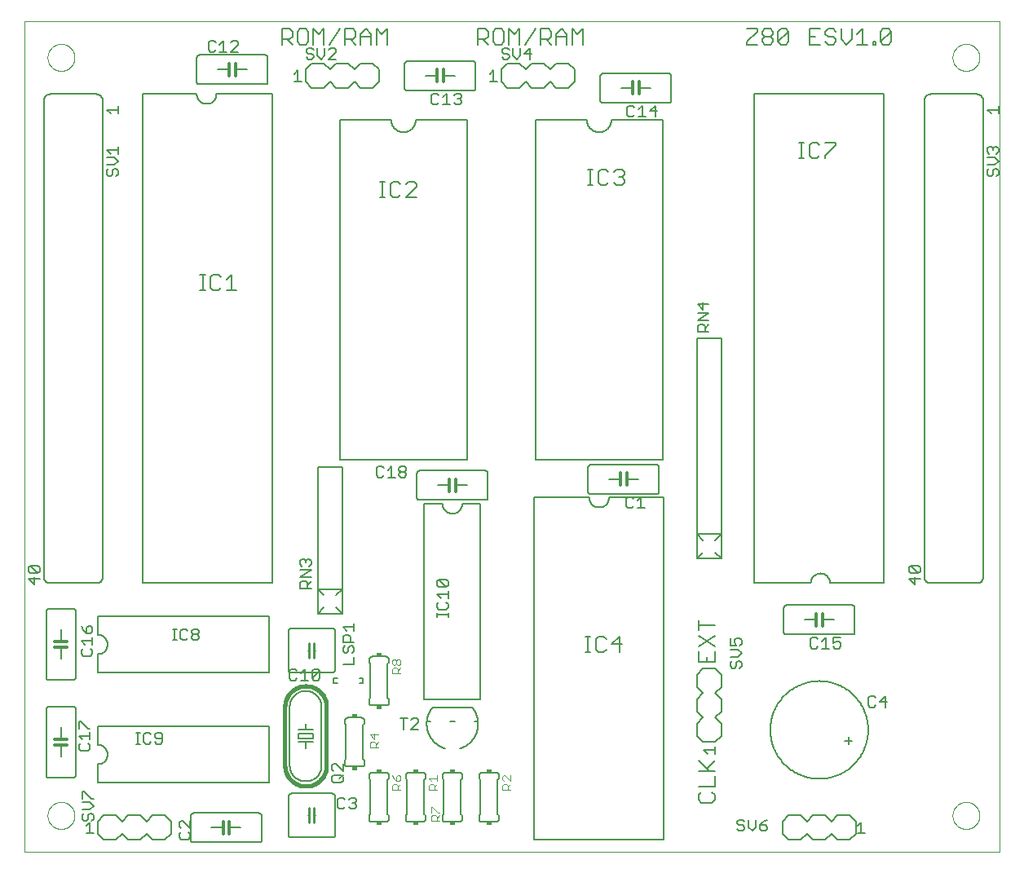
<source format=gto>
G75*
%MOIN*%
%OFA0B0*%
%FSLAX25Y25*%
%IPPOS*%
%LPD*%
%AMOC8*
5,1,8,0,0,1.08239X$1,22.5*
%
%ADD10C,0.00000*%
%ADD11C,0.00600*%
%ADD12C,0.00700*%
%ADD13C,0.00500*%
%ADD14C,0.01600*%
%ADD15R,0.02000X0.01500*%
%ADD16C,0.00400*%
%ADD17C,0.01000*%
%ADD18C,0.01200*%
D10*
X0001500Y0009721D02*
X0001500Y0349682D01*
X0400201Y0349682D01*
X0400201Y0009721D01*
X0001500Y0009721D01*
X0010988Y0024721D02*
X0010990Y0024869D01*
X0010996Y0025017D01*
X0011006Y0025165D01*
X0011020Y0025312D01*
X0011038Y0025459D01*
X0011059Y0025605D01*
X0011085Y0025751D01*
X0011115Y0025896D01*
X0011148Y0026040D01*
X0011186Y0026183D01*
X0011227Y0026325D01*
X0011272Y0026466D01*
X0011320Y0026606D01*
X0011373Y0026745D01*
X0011429Y0026882D01*
X0011489Y0027017D01*
X0011552Y0027151D01*
X0011619Y0027283D01*
X0011690Y0027413D01*
X0011764Y0027541D01*
X0011841Y0027667D01*
X0011922Y0027791D01*
X0012006Y0027913D01*
X0012093Y0028032D01*
X0012184Y0028149D01*
X0012278Y0028264D01*
X0012374Y0028376D01*
X0012474Y0028486D01*
X0012576Y0028592D01*
X0012682Y0028696D01*
X0012790Y0028797D01*
X0012901Y0028895D01*
X0013014Y0028991D01*
X0013130Y0029083D01*
X0013248Y0029172D01*
X0013369Y0029257D01*
X0013492Y0029340D01*
X0013617Y0029419D01*
X0013744Y0029495D01*
X0013873Y0029567D01*
X0014004Y0029636D01*
X0014137Y0029701D01*
X0014272Y0029762D01*
X0014408Y0029820D01*
X0014545Y0029875D01*
X0014684Y0029925D01*
X0014825Y0029972D01*
X0014966Y0030015D01*
X0015109Y0030055D01*
X0015253Y0030090D01*
X0015397Y0030122D01*
X0015543Y0030149D01*
X0015689Y0030173D01*
X0015836Y0030193D01*
X0015983Y0030209D01*
X0016130Y0030221D01*
X0016278Y0030229D01*
X0016426Y0030233D01*
X0016574Y0030233D01*
X0016722Y0030229D01*
X0016870Y0030221D01*
X0017017Y0030209D01*
X0017164Y0030193D01*
X0017311Y0030173D01*
X0017457Y0030149D01*
X0017603Y0030122D01*
X0017747Y0030090D01*
X0017891Y0030055D01*
X0018034Y0030015D01*
X0018175Y0029972D01*
X0018316Y0029925D01*
X0018455Y0029875D01*
X0018592Y0029820D01*
X0018728Y0029762D01*
X0018863Y0029701D01*
X0018996Y0029636D01*
X0019127Y0029567D01*
X0019256Y0029495D01*
X0019383Y0029419D01*
X0019508Y0029340D01*
X0019631Y0029257D01*
X0019752Y0029172D01*
X0019870Y0029083D01*
X0019986Y0028991D01*
X0020099Y0028895D01*
X0020210Y0028797D01*
X0020318Y0028696D01*
X0020424Y0028592D01*
X0020526Y0028486D01*
X0020626Y0028376D01*
X0020722Y0028264D01*
X0020816Y0028149D01*
X0020907Y0028032D01*
X0020994Y0027913D01*
X0021078Y0027791D01*
X0021159Y0027667D01*
X0021236Y0027541D01*
X0021310Y0027413D01*
X0021381Y0027283D01*
X0021448Y0027151D01*
X0021511Y0027017D01*
X0021571Y0026882D01*
X0021627Y0026745D01*
X0021680Y0026606D01*
X0021728Y0026466D01*
X0021773Y0026325D01*
X0021814Y0026183D01*
X0021852Y0026040D01*
X0021885Y0025896D01*
X0021915Y0025751D01*
X0021941Y0025605D01*
X0021962Y0025459D01*
X0021980Y0025312D01*
X0021994Y0025165D01*
X0022004Y0025017D01*
X0022010Y0024869D01*
X0022012Y0024721D01*
X0022010Y0024573D01*
X0022004Y0024425D01*
X0021994Y0024277D01*
X0021980Y0024130D01*
X0021962Y0023983D01*
X0021941Y0023837D01*
X0021915Y0023691D01*
X0021885Y0023546D01*
X0021852Y0023402D01*
X0021814Y0023259D01*
X0021773Y0023117D01*
X0021728Y0022976D01*
X0021680Y0022836D01*
X0021627Y0022697D01*
X0021571Y0022560D01*
X0021511Y0022425D01*
X0021448Y0022291D01*
X0021381Y0022159D01*
X0021310Y0022029D01*
X0021236Y0021901D01*
X0021159Y0021775D01*
X0021078Y0021651D01*
X0020994Y0021529D01*
X0020907Y0021410D01*
X0020816Y0021293D01*
X0020722Y0021178D01*
X0020626Y0021066D01*
X0020526Y0020956D01*
X0020424Y0020850D01*
X0020318Y0020746D01*
X0020210Y0020645D01*
X0020099Y0020547D01*
X0019986Y0020451D01*
X0019870Y0020359D01*
X0019752Y0020270D01*
X0019631Y0020185D01*
X0019508Y0020102D01*
X0019383Y0020023D01*
X0019256Y0019947D01*
X0019127Y0019875D01*
X0018996Y0019806D01*
X0018863Y0019741D01*
X0018728Y0019680D01*
X0018592Y0019622D01*
X0018455Y0019567D01*
X0018316Y0019517D01*
X0018175Y0019470D01*
X0018034Y0019427D01*
X0017891Y0019387D01*
X0017747Y0019352D01*
X0017603Y0019320D01*
X0017457Y0019293D01*
X0017311Y0019269D01*
X0017164Y0019249D01*
X0017017Y0019233D01*
X0016870Y0019221D01*
X0016722Y0019213D01*
X0016574Y0019209D01*
X0016426Y0019209D01*
X0016278Y0019213D01*
X0016130Y0019221D01*
X0015983Y0019233D01*
X0015836Y0019249D01*
X0015689Y0019269D01*
X0015543Y0019293D01*
X0015397Y0019320D01*
X0015253Y0019352D01*
X0015109Y0019387D01*
X0014966Y0019427D01*
X0014825Y0019470D01*
X0014684Y0019517D01*
X0014545Y0019567D01*
X0014408Y0019622D01*
X0014272Y0019680D01*
X0014137Y0019741D01*
X0014004Y0019806D01*
X0013873Y0019875D01*
X0013744Y0019947D01*
X0013617Y0020023D01*
X0013492Y0020102D01*
X0013369Y0020185D01*
X0013248Y0020270D01*
X0013130Y0020359D01*
X0013014Y0020451D01*
X0012901Y0020547D01*
X0012790Y0020645D01*
X0012682Y0020746D01*
X0012576Y0020850D01*
X0012474Y0020956D01*
X0012374Y0021066D01*
X0012278Y0021178D01*
X0012184Y0021293D01*
X0012093Y0021410D01*
X0012006Y0021529D01*
X0011922Y0021651D01*
X0011841Y0021775D01*
X0011764Y0021901D01*
X0011690Y0022029D01*
X0011619Y0022159D01*
X0011552Y0022291D01*
X0011489Y0022425D01*
X0011429Y0022560D01*
X0011373Y0022697D01*
X0011320Y0022836D01*
X0011272Y0022976D01*
X0011227Y0023117D01*
X0011186Y0023259D01*
X0011148Y0023402D01*
X0011115Y0023546D01*
X0011085Y0023691D01*
X0011059Y0023837D01*
X0011038Y0023983D01*
X0011020Y0024130D01*
X0011006Y0024277D01*
X0010996Y0024425D01*
X0010990Y0024573D01*
X0010988Y0024721D01*
X0010988Y0334721D02*
X0010990Y0334869D01*
X0010996Y0335017D01*
X0011006Y0335165D01*
X0011020Y0335312D01*
X0011038Y0335459D01*
X0011059Y0335605D01*
X0011085Y0335751D01*
X0011115Y0335896D01*
X0011148Y0336040D01*
X0011186Y0336183D01*
X0011227Y0336325D01*
X0011272Y0336466D01*
X0011320Y0336606D01*
X0011373Y0336745D01*
X0011429Y0336882D01*
X0011489Y0337017D01*
X0011552Y0337151D01*
X0011619Y0337283D01*
X0011690Y0337413D01*
X0011764Y0337541D01*
X0011841Y0337667D01*
X0011922Y0337791D01*
X0012006Y0337913D01*
X0012093Y0338032D01*
X0012184Y0338149D01*
X0012278Y0338264D01*
X0012374Y0338376D01*
X0012474Y0338486D01*
X0012576Y0338592D01*
X0012682Y0338696D01*
X0012790Y0338797D01*
X0012901Y0338895D01*
X0013014Y0338991D01*
X0013130Y0339083D01*
X0013248Y0339172D01*
X0013369Y0339257D01*
X0013492Y0339340D01*
X0013617Y0339419D01*
X0013744Y0339495D01*
X0013873Y0339567D01*
X0014004Y0339636D01*
X0014137Y0339701D01*
X0014272Y0339762D01*
X0014408Y0339820D01*
X0014545Y0339875D01*
X0014684Y0339925D01*
X0014825Y0339972D01*
X0014966Y0340015D01*
X0015109Y0340055D01*
X0015253Y0340090D01*
X0015397Y0340122D01*
X0015543Y0340149D01*
X0015689Y0340173D01*
X0015836Y0340193D01*
X0015983Y0340209D01*
X0016130Y0340221D01*
X0016278Y0340229D01*
X0016426Y0340233D01*
X0016574Y0340233D01*
X0016722Y0340229D01*
X0016870Y0340221D01*
X0017017Y0340209D01*
X0017164Y0340193D01*
X0017311Y0340173D01*
X0017457Y0340149D01*
X0017603Y0340122D01*
X0017747Y0340090D01*
X0017891Y0340055D01*
X0018034Y0340015D01*
X0018175Y0339972D01*
X0018316Y0339925D01*
X0018455Y0339875D01*
X0018592Y0339820D01*
X0018728Y0339762D01*
X0018863Y0339701D01*
X0018996Y0339636D01*
X0019127Y0339567D01*
X0019256Y0339495D01*
X0019383Y0339419D01*
X0019508Y0339340D01*
X0019631Y0339257D01*
X0019752Y0339172D01*
X0019870Y0339083D01*
X0019986Y0338991D01*
X0020099Y0338895D01*
X0020210Y0338797D01*
X0020318Y0338696D01*
X0020424Y0338592D01*
X0020526Y0338486D01*
X0020626Y0338376D01*
X0020722Y0338264D01*
X0020816Y0338149D01*
X0020907Y0338032D01*
X0020994Y0337913D01*
X0021078Y0337791D01*
X0021159Y0337667D01*
X0021236Y0337541D01*
X0021310Y0337413D01*
X0021381Y0337283D01*
X0021448Y0337151D01*
X0021511Y0337017D01*
X0021571Y0336882D01*
X0021627Y0336745D01*
X0021680Y0336606D01*
X0021728Y0336466D01*
X0021773Y0336325D01*
X0021814Y0336183D01*
X0021852Y0336040D01*
X0021885Y0335896D01*
X0021915Y0335751D01*
X0021941Y0335605D01*
X0021962Y0335459D01*
X0021980Y0335312D01*
X0021994Y0335165D01*
X0022004Y0335017D01*
X0022010Y0334869D01*
X0022012Y0334721D01*
X0022010Y0334573D01*
X0022004Y0334425D01*
X0021994Y0334277D01*
X0021980Y0334130D01*
X0021962Y0333983D01*
X0021941Y0333837D01*
X0021915Y0333691D01*
X0021885Y0333546D01*
X0021852Y0333402D01*
X0021814Y0333259D01*
X0021773Y0333117D01*
X0021728Y0332976D01*
X0021680Y0332836D01*
X0021627Y0332697D01*
X0021571Y0332560D01*
X0021511Y0332425D01*
X0021448Y0332291D01*
X0021381Y0332159D01*
X0021310Y0332029D01*
X0021236Y0331901D01*
X0021159Y0331775D01*
X0021078Y0331651D01*
X0020994Y0331529D01*
X0020907Y0331410D01*
X0020816Y0331293D01*
X0020722Y0331178D01*
X0020626Y0331066D01*
X0020526Y0330956D01*
X0020424Y0330850D01*
X0020318Y0330746D01*
X0020210Y0330645D01*
X0020099Y0330547D01*
X0019986Y0330451D01*
X0019870Y0330359D01*
X0019752Y0330270D01*
X0019631Y0330185D01*
X0019508Y0330102D01*
X0019383Y0330023D01*
X0019256Y0329947D01*
X0019127Y0329875D01*
X0018996Y0329806D01*
X0018863Y0329741D01*
X0018728Y0329680D01*
X0018592Y0329622D01*
X0018455Y0329567D01*
X0018316Y0329517D01*
X0018175Y0329470D01*
X0018034Y0329427D01*
X0017891Y0329387D01*
X0017747Y0329352D01*
X0017603Y0329320D01*
X0017457Y0329293D01*
X0017311Y0329269D01*
X0017164Y0329249D01*
X0017017Y0329233D01*
X0016870Y0329221D01*
X0016722Y0329213D01*
X0016574Y0329209D01*
X0016426Y0329209D01*
X0016278Y0329213D01*
X0016130Y0329221D01*
X0015983Y0329233D01*
X0015836Y0329249D01*
X0015689Y0329269D01*
X0015543Y0329293D01*
X0015397Y0329320D01*
X0015253Y0329352D01*
X0015109Y0329387D01*
X0014966Y0329427D01*
X0014825Y0329470D01*
X0014684Y0329517D01*
X0014545Y0329567D01*
X0014408Y0329622D01*
X0014272Y0329680D01*
X0014137Y0329741D01*
X0014004Y0329806D01*
X0013873Y0329875D01*
X0013744Y0329947D01*
X0013617Y0330023D01*
X0013492Y0330102D01*
X0013369Y0330185D01*
X0013248Y0330270D01*
X0013130Y0330359D01*
X0013014Y0330451D01*
X0012901Y0330547D01*
X0012790Y0330645D01*
X0012682Y0330746D01*
X0012576Y0330850D01*
X0012474Y0330956D01*
X0012374Y0331066D01*
X0012278Y0331178D01*
X0012184Y0331293D01*
X0012093Y0331410D01*
X0012006Y0331529D01*
X0011922Y0331651D01*
X0011841Y0331775D01*
X0011764Y0331901D01*
X0011690Y0332029D01*
X0011619Y0332159D01*
X0011552Y0332291D01*
X0011489Y0332425D01*
X0011429Y0332560D01*
X0011373Y0332697D01*
X0011320Y0332836D01*
X0011272Y0332976D01*
X0011227Y0333117D01*
X0011186Y0333259D01*
X0011148Y0333402D01*
X0011115Y0333546D01*
X0011085Y0333691D01*
X0011059Y0333837D01*
X0011038Y0333983D01*
X0011020Y0334130D01*
X0011006Y0334277D01*
X0010996Y0334425D01*
X0010990Y0334573D01*
X0010988Y0334721D01*
X0380988Y0334721D02*
X0380990Y0334869D01*
X0380996Y0335017D01*
X0381006Y0335165D01*
X0381020Y0335312D01*
X0381038Y0335459D01*
X0381059Y0335605D01*
X0381085Y0335751D01*
X0381115Y0335896D01*
X0381148Y0336040D01*
X0381186Y0336183D01*
X0381227Y0336325D01*
X0381272Y0336466D01*
X0381320Y0336606D01*
X0381373Y0336745D01*
X0381429Y0336882D01*
X0381489Y0337017D01*
X0381552Y0337151D01*
X0381619Y0337283D01*
X0381690Y0337413D01*
X0381764Y0337541D01*
X0381841Y0337667D01*
X0381922Y0337791D01*
X0382006Y0337913D01*
X0382093Y0338032D01*
X0382184Y0338149D01*
X0382278Y0338264D01*
X0382374Y0338376D01*
X0382474Y0338486D01*
X0382576Y0338592D01*
X0382682Y0338696D01*
X0382790Y0338797D01*
X0382901Y0338895D01*
X0383014Y0338991D01*
X0383130Y0339083D01*
X0383248Y0339172D01*
X0383369Y0339257D01*
X0383492Y0339340D01*
X0383617Y0339419D01*
X0383744Y0339495D01*
X0383873Y0339567D01*
X0384004Y0339636D01*
X0384137Y0339701D01*
X0384272Y0339762D01*
X0384408Y0339820D01*
X0384545Y0339875D01*
X0384684Y0339925D01*
X0384825Y0339972D01*
X0384966Y0340015D01*
X0385109Y0340055D01*
X0385253Y0340090D01*
X0385397Y0340122D01*
X0385543Y0340149D01*
X0385689Y0340173D01*
X0385836Y0340193D01*
X0385983Y0340209D01*
X0386130Y0340221D01*
X0386278Y0340229D01*
X0386426Y0340233D01*
X0386574Y0340233D01*
X0386722Y0340229D01*
X0386870Y0340221D01*
X0387017Y0340209D01*
X0387164Y0340193D01*
X0387311Y0340173D01*
X0387457Y0340149D01*
X0387603Y0340122D01*
X0387747Y0340090D01*
X0387891Y0340055D01*
X0388034Y0340015D01*
X0388175Y0339972D01*
X0388316Y0339925D01*
X0388455Y0339875D01*
X0388592Y0339820D01*
X0388728Y0339762D01*
X0388863Y0339701D01*
X0388996Y0339636D01*
X0389127Y0339567D01*
X0389256Y0339495D01*
X0389383Y0339419D01*
X0389508Y0339340D01*
X0389631Y0339257D01*
X0389752Y0339172D01*
X0389870Y0339083D01*
X0389986Y0338991D01*
X0390099Y0338895D01*
X0390210Y0338797D01*
X0390318Y0338696D01*
X0390424Y0338592D01*
X0390526Y0338486D01*
X0390626Y0338376D01*
X0390722Y0338264D01*
X0390816Y0338149D01*
X0390907Y0338032D01*
X0390994Y0337913D01*
X0391078Y0337791D01*
X0391159Y0337667D01*
X0391236Y0337541D01*
X0391310Y0337413D01*
X0391381Y0337283D01*
X0391448Y0337151D01*
X0391511Y0337017D01*
X0391571Y0336882D01*
X0391627Y0336745D01*
X0391680Y0336606D01*
X0391728Y0336466D01*
X0391773Y0336325D01*
X0391814Y0336183D01*
X0391852Y0336040D01*
X0391885Y0335896D01*
X0391915Y0335751D01*
X0391941Y0335605D01*
X0391962Y0335459D01*
X0391980Y0335312D01*
X0391994Y0335165D01*
X0392004Y0335017D01*
X0392010Y0334869D01*
X0392012Y0334721D01*
X0392010Y0334573D01*
X0392004Y0334425D01*
X0391994Y0334277D01*
X0391980Y0334130D01*
X0391962Y0333983D01*
X0391941Y0333837D01*
X0391915Y0333691D01*
X0391885Y0333546D01*
X0391852Y0333402D01*
X0391814Y0333259D01*
X0391773Y0333117D01*
X0391728Y0332976D01*
X0391680Y0332836D01*
X0391627Y0332697D01*
X0391571Y0332560D01*
X0391511Y0332425D01*
X0391448Y0332291D01*
X0391381Y0332159D01*
X0391310Y0332029D01*
X0391236Y0331901D01*
X0391159Y0331775D01*
X0391078Y0331651D01*
X0390994Y0331529D01*
X0390907Y0331410D01*
X0390816Y0331293D01*
X0390722Y0331178D01*
X0390626Y0331066D01*
X0390526Y0330956D01*
X0390424Y0330850D01*
X0390318Y0330746D01*
X0390210Y0330645D01*
X0390099Y0330547D01*
X0389986Y0330451D01*
X0389870Y0330359D01*
X0389752Y0330270D01*
X0389631Y0330185D01*
X0389508Y0330102D01*
X0389383Y0330023D01*
X0389256Y0329947D01*
X0389127Y0329875D01*
X0388996Y0329806D01*
X0388863Y0329741D01*
X0388728Y0329680D01*
X0388592Y0329622D01*
X0388455Y0329567D01*
X0388316Y0329517D01*
X0388175Y0329470D01*
X0388034Y0329427D01*
X0387891Y0329387D01*
X0387747Y0329352D01*
X0387603Y0329320D01*
X0387457Y0329293D01*
X0387311Y0329269D01*
X0387164Y0329249D01*
X0387017Y0329233D01*
X0386870Y0329221D01*
X0386722Y0329213D01*
X0386574Y0329209D01*
X0386426Y0329209D01*
X0386278Y0329213D01*
X0386130Y0329221D01*
X0385983Y0329233D01*
X0385836Y0329249D01*
X0385689Y0329269D01*
X0385543Y0329293D01*
X0385397Y0329320D01*
X0385253Y0329352D01*
X0385109Y0329387D01*
X0384966Y0329427D01*
X0384825Y0329470D01*
X0384684Y0329517D01*
X0384545Y0329567D01*
X0384408Y0329622D01*
X0384272Y0329680D01*
X0384137Y0329741D01*
X0384004Y0329806D01*
X0383873Y0329875D01*
X0383744Y0329947D01*
X0383617Y0330023D01*
X0383492Y0330102D01*
X0383369Y0330185D01*
X0383248Y0330270D01*
X0383130Y0330359D01*
X0383014Y0330451D01*
X0382901Y0330547D01*
X0382790Y0330645D01*
X0382682Y0330746D01*
X0382576Y0330850D01*
X0382474Y0330956D01*
X0382374Y0331066D01*
X0382278Y0331178D01*
X0382184Y0331293D01*
X0382093Y0331410D01*
X0382006Y0331529D01*
X0381922Y0331651D01*
X0381841Y0331775D01*
X0381764Y0331901D01*
X0381690Y0332029D01*
X0381619Y0332159D01*
X0381552Y0332291D01*
X0381489Y0332425D01*
X0381429Y0332560D01*
X0381373Y0332697D01*
X0381320Y0332836D01*
X0381272Y0332976D01*
X0381227Y0333117D01*
X0381186Y0333259D01*
X0381148Y0333402D01*
X0381115Y0333546D01*
X0381085Y0333691D01*
X0381059Y0333837D01*
X0381038Y0333983D01*
X0381020Y0334130D01*
X0381006Y0334277D01*
X0380996Y0334425D01*
X0380990Y0334573D01*
X0380988Y0334721D01*
X0380988Y0024721D02*
X0380990Y0024869D01*
X0380996Y0025017D01*
X0381006Y0025165D01*
X0381020Y0025312D01*
X0381038Y0025459D01*
X0381059Y0025605D01*
X0381085Y0025751D01*
X0381115Y0025896D01*
X0381148Y0026040D01*
X0381186Y0026183D01*
X0381227Y0026325D01*
X0381272Y0026466D01*
X0381320Y0026606D01*
X0381373Y0026745D01*
X0381429Y0026882D01*
X0381489Y0027017D01*
X0381552Y0027151D01*
X0381619Y0027283D01*
X0381690Y0027413D01*
X0381764Y0027541D01*
X0381841Y0027667D01*
X0381922Y0027791D01*
X0382006Y0027913D01*
X0382093Y0028032D01*
X0382184Y0028149D01*
X0382278Y0028264D01*
X0382374Y0028376D01*
X0382474Y0028486D01*
X0382576Y0028592D01*
X0382682Y0028696D01*
X0382790Y0028797D01*
X0382901Y0028895D01*
X0383014Y0028991D01*
X0383130Y0029083D01*
X0383248Y0029172D01*
X0383369Y0029257D01*
X0383492Y0029340D01*
X0383617Y0029419D01*
X0383744Y0029495D01*
X0383873Y0029567D01*
X0384004Y0029636D01*
X0384137Y0029701D01*
X0384272Y0029762D01*
X0384408Y0029820D01*
X0384545Y0029875D01*
X0384684Y0029925D01*
X0384825Y0029972D01*
X0384966Y0030015D01*
X0385109Y0030055D01*
X0385253Y0030090D01*
X0385397Y0030122D01*
X0385543Y0030149D01*
X0385689Y0030173D01*
X0385836Y0030193D01*
X0385983Y0030209D01*
X0386130Y0030221D01*
X0386278Y0030229D01*
X0386426Y0030233D01*
X0386574Y0030233D01*
X0386722Y0030229D01*
X0386870Y0030221D01*
X0387017Y0030209D01*
X0387164Y0030193D01*
X0387311Y0030173D01*
X0387457Y0030149D01*
X0387603Y0030122D01*
X0387747Y0030090D01*
X0387891Y0030055D01*
X0388034Y0030015D01*
X0388175Y0029972D01*
X0388316Y0029925D01*
X0388455Y0029875D01*
X0388592Y0029820D01*
X0388728Y0029762D01*
X0388863Y0029701D01*
X0388996Y0029636D01*
X0389127Y0029567D01*
X0389256Y0029495D01*
X0389383Y0029419D01*
X0389508Y0029340D01*
X0389631Y0029257D01*
X0389752Y0029172D01*
X0389870Y0029083D01*
X0389986Y0028991D01*
X0390099Y0028895D01*
X0390210Y0028797D01*
X0390318Y0028696D01*
X0390424Y0028592D01*
X0390526Y0028486D01*
X0390626Y0028376D01*
X0390722Y0028264D01*
X0390816Y0028149D01*
X0390907Y0028032D01*
X0390994Y0027913D01*
X0391078Y0027791D01*
X0391159Y0027667D01*
X0391236Y0027541D01*
X0391310Y0027413D01*
X0391381Y0027283D01*
X0391448Y0027151D01*
X0391511Y0027017D01*
X0391571Y0026882D01*
X0391627Y0026745D01*
X0391680Y0026606D01*
X0391728Y0026466D01*
X0391773Y0026325D01*
X0391814Y0026183D01*
X0391852Y0026040D01*
X0391885Y0025896D01*
X0391915Y0025751D01*
X0391941Y0025605D01*
X0391962Y0025459D01*
X0391980Y0025312D01*
X0391994Y0025165D01*
X0392004Y0025017D01*
X0392010Y0024869D01*
X0392012Y0024721D01*
X0392010Y0024573D01*
X0392004Y0024425D01*
X0391994Y0024277D01*
X0391980Y0024130D01*
X0391962Y0023983D01*
X0391941Y0023837D01*
X0391915Y0023691D01*
X0391885Y0023546D01*
X0391852Y0023402D01*
X0391814Y0023259D01*
X0391773Y0023117D01*
X0391728Y0022976D01*
X0391680Y0022836D01*
X0391627Y0022697D01*
X0391571Y0022560D01*
X0391511Y0022425D01*
X0391448Y0022291D01*
X0391381Y0022159D01*
X0391310Y0022029D01*
X0391236Y0021901D01*
X0391159Y0021775D01*
X0391078Y0021651D01*
X0390994Y0021529D01*
X0390907Y0021410D01*
X0390816Y0021293D01*
X0390722Y0021178D01*
X0390626Y0021066D01*
X0390526Y0020956D01*
X0390424Y0020850D01*
X0390318Y0020746D01*
X0390210Y0020645D01*
X0390099Y0020547D01*
X0389986Y0020451D01*
X0389870Y0020359D01*
X0389752Y0020270D01*
X0389631Y0020185D01*
X0389508Y0020102D01*
X0389383Y0020023D01*
X0389256Y0019947D01*
X0389127Y0019875D01*
X0388996Y0019806D01*
X0388863Y0019741D01*
X0388728Y0019680D01*
X0388592Y0019622D01*
X0388455Y0019567D01*
X0388316Y0019517D01*
X0388175Y0019470D01*
X0388034Y0019427D01*
X0387891Y0019387D01*
X0387747Y0019352D01*
X0387603Y0019320D01*
X0387457Y0019293D01*
X0387311Y0019269D01*
X0387164Y0019249D01*
X0387017Y0019233D01*
X0386870Y0019221D01*
X0386722Y0019213D01*
X0386574Y0019209D01*
X0386426Y0019209D01*
X0386278Y0019213D01*
X0386130Y0019221D01*
X0385983Y0019233D01*
X0385836Y0019249D01*
X0385689Y0019269D01*
X0385543Y0019293D01*
X0385397Y0019320D01*
X0385253Y0019352D01*
X0385109Y0019387D01*
X0384966Y0019427D01*
X0384825Y0019470D01*
X0384684Y0019517D01*
X0384545Y0019567D01*
X0384408Y0019622D01*
X0384272Y0019680D01*
X0384137Y0019741D01*
X0384004Y0019806D01*
X0383873Y0019875D01*
X0383744Y0019947D01*
X0383617Y0020023D01*
X0383492Y0020102D01*
X0383369Y0020185D01*
X0383248Y0020270D01*
X0383130Y0020359D01*
X0383014Y0020451D01*
X0382901Y0020547D01*
X0382790Y0020645D01*
X0382682Y0020746D01*
X0382576Y0020850D01*
X0382474Y0020956D01*
X0382374Y0021066D01*
X0382278Y0021178D01*
X0382184Y0021293D01*
X0382093Y0021410D01*
X0382006Y0021529D01*
X0381922Y0021651D01*
X0381841Y0021775D01*
X0381764Y0021901D01*
X0381690Y0022029D01*
X0381619Y0022159D01*
X0381552Y0022291D01*
X0381489Y0022425D01*
X0381429Y0022560D01*
X0381373Y0022697D01*
X0381320Y0022836D01*
X0381272Y0022976D01*
X0381227Y0023117D01*
X0381186Y0023259D01*
X0381148Y0023402D01*
X0381115Y0023546D01*
X0381085Y0023691D01*
X0381059Y0023837D01*
X0381038Y0023983D01*
X0381020Y0024130D01*
X0381006Y0024277D01*
X0380996Y0024425D01*
X0380990Y0024573D01*
X0380988Y0024721D01*
D11*
X0341500Y0022221D02*
X0341500Y0017221D01*
X0339000Y0014721D01*
X0334000Y0014721D01*
X0331500Y0017221D01*
X0329000Y0014721D01*
X0324000Y0014721D01*
X0321500Y0017221D01*
X0319000Y0014721D01*
X0314000Y0014721D01*
X0311500Y0017221D01*
X0311500Y0022221D01*
X0314000Y0024721D01*
X0319000Y0024721D01*
X0321500Y0022221D01*
X0324000Y0024721D01*
X0329000Y0024721D01*
X0331500Y0022221D01*
X0334000Y0024721D01*
X0339000Y0024721D01*
X0341500Y0022221D01*
X0338500Y0053721D02*
X0338500Y0056721D01*
X0340000Y0055221D02*
X0337000Y0055221D01*
X0306500Y0059721D02*
X0306506Y0060212D01*
X0306524Y0060702D01*
X0306554Y0061192D01*
X0306596Y0061681D01*
X0306650Y0062169D01*
X0306716Y0062656D01*
X0306794Y0063140D01*
X0306884Y0063623D01*
X0306986Y0064103D01*
X0307099Y0064581D01*
X0307224Y0065055D01*
X0307361Y0065527D01*
X0307509Y0065995D01*
X0307669Y0066459D01*
X0307840Y0066919D01*
X0308022Y0067375D01*
X0308216Y0067826D01*
X0308420Y0068272D01*
X0308636Y0068713D01*
X0308862Y0069149D01*
X0309098Y0069579D01*
X0309345Y0070003D01*
X0309603Y0070421D01*
X0309871Y0070832D01*
X0310148Y0071237D01*
X0310436Y0071635D01*
X0310733Y0072026D01*
X0311040Y0072409D01*
X0311356Y0072784D01*
X0311681Y0073152D01*
X0312015Y0073512D01*
X0312358Y0073863D01*
X0312709Y0074206D01*
X0313069Y0074540D01*
X0313437Y0074865D01*
X0313812Y0075181D01*
X0314195Y0075488D01*
X0314586Y0075785D01*
X0314984Y0076073D01*
X0315389Y0076350D01*
X0315800Y0076618D01*
X0316218Y0076876D01*
X0316642Y0077123D01*
X0317072Y0077359D01*
X0317508Y0077585D01*
X0317949Y0077801D01*
X0318395Y0078005D01*
X0318846Y0078199D01*
X0319302Y0078381D01*
X0319762Y0078552D01*
X0320226Y0078712D01*
X0320694Y0078860D01*
X0321166Y0078997D01*
X0321640Y0079122D01*
X0322118Y0079235D01*
X0322598Y0079337D01*
X0323081Y0079427D01*
X0323565Y0079505D01*
X0324052Y0079571D01*
X0324540Y0079625D01*
X0325029Y0079667D01*
X0325519Y0079697D01*
X0326009Y0079715D01*
X0326500Y0079721D01*
X0326991Y0079715D01*
X0327481Y0079697D01*
X0327971Y0079667D01*
X0328460Y0079625D01*
X0328948Y0079571D01*
X0329435Y0079505D01*
X0329919Y0079427D01*
X0330402Y0079337D01*
X0330882Y0079235D01*
X0331360Y0079122D01*
X0331834Y0078997D01*
X0332306Y0078860D01*
X0332774Y0078712D01*
X0333238Y0078552D01*
X0333698Y0078381D01*
X0334154Y0078199D01*
X0334605Y0078005D01*
X0335051Y0077801D01*
X0335492Y0077585D01*
X0335928Y0077359D01*
X0336358Y0077123D01*
X0336782Y0076876D01*
X0337200Y0076618D01*
X0337611Y0076350D01*
X0338016Y0076073D01*
X0338414Y0075785D01*
X0338805Y0075488D01*
X0339188Y0075181D01*
X0339563Y0074865D01*
X0339931Y0074540D01*
X0340291Y0074206D01*
X0340642Y0073863D01*
X0340985Y0073512D01*
X0341319Y0073152D01*
X0341644Y0072784D01*
X0341960Y0072409D01*
X0342267Y0072026D01*
X0342564Y0071635D01*
X0342852Y0071237D01*
X0343129Y0070832D01*
X0343397Y0070421D01*
X0343655Y0070003D01*
X0343902Y0069579D01*
X0344138Y0069149D01*
X0344364Y0068713D01*
X0344580Y0068272D01*
X0344784Y0067826D01*
X0344978Y0067375D01*
X0345160Y0066919D01*
X0345331Y0066459D01*
X0345491Y0065995D01*
X0345639Y0065527D01*
X0345776Y0065055D01*
X0345901Y0064581D01*
X0346014Y0064103D01*
X0346116Y0063623D01*
X0346206Y0063140D01*
X0346284Y0062656D01*
X0346350Y0062169D01*
X0346404Y0061681D01*
X0346446Y0061192D01*
X0346476Y0060702D01*
X0346494Y0060212D01*
X0346500Y0059721D01*
X0346494Y0059230D01*
X0346476Y0058740D01*
X0346446Y0058250D01*
X0346404Y0057761D01*
X0346350Y0057273D01*
X0346284Y0056786D01*
X0346206Y0056302D01*
X0346116Y0055819D01*
X0346014Y0055339D01*
X0345901Y0054861D01*
X0345776Y0054387D01*
X0345639Y0053915D01*
X0345491Y0053447D01*
X0345331Y0052983D01*
X0345160Y0052523D01*
X0344978Y0052067D01*
X0344784Y0051616D01*
X0344580Y0051170D01*
X0344364Y0050729D01*
X0344138Y0050293D01*
X0343902Y0049863D01*
X0343655Y0049439D01*
X0343397Y0049021D01*
X0343129Y0048610D01*
X0342852Y0048205D01*
X0342564Y0047807D01*
X0342267Y0047416D01*
X0341960Y0047033D01*
X0341644Y0046658D01*
X0341319Y0046290D01*
X0340985Y0045930D01*
X0340642Y0045579D01*
X0340291Y0045236D01*
X0339931Y0044902D01*
X0339563Y0044577D01*
X0339188Y0044261D01*
X0338805Y0043954D01*
X0338414Y0043657D01*
X0338016Y0043369D01*
X0337611Y0043092D01*
X0337200Y0042824D01*
X0336782Y0042566D01*
X0336358Y0042319D01*
X0335928Y0042083D01*
X0335492Y0041857D01*
X0335051Y0041641D01*
X0334605Y0041437D01*
X0334154Y0041243D01*
X0333698Y0041061D01*
X0333238Y0040890D01*
X0332774Y0040730D01*
X0332306Y0040582D01*
X0331834Y0040445D01*
X0331360Y0040320D01*
X0330882Y0040207D01*
X0330402Y0040105D01*
X0329919Y0040015D01*
X0329435Y0039937D01*
X0328948Y0039871D01*
X0328460Y0039817D01*
X0327971Y0039775D01*
X0327481Y0039745D01*
X0326991Y0039727D01*
X0326500Y0039721D01*
X0326009Y0039727D01*
X0325519Y0039745D01*
X0325029Y0039775D01*
X0324540Y0039817D01*
X0324052Y0039871D01*
X0323565Y0039937D01*
X0323081Y0040015D01*
X0322598Y0040105D01*
X0322118Y0040207D01*
X0321640Y0040320D01*
X0321166Y0040445D01*
X0320694Y0040582D01*
X0320226Y0040730D01*
X0319762Y0040890D01*
X0319302Y0041061D01*
X0318846Y0041243D01*
X0318395Y0041437D01*
X0317949Y0041641D01*
X0317508Y0041857D01*
X0317072Y0042083D01*
X0316642Y0042319D01*
X0316218Y0042566D01*
X0315800Y0042824D01*
X0315389Y0043092D01*
X0314984Y0043369D01*
X0314586Y0043657D01*
X0314195Y0043954D01*
X0313812Y0044261D01*
X0313437Y0044577D01*
X0313069Y0044902D01*
X0312709Y0045236D01*
X0312358Y0045579D01*
X0312015Y0045930D01*
X0311681Y0046290D01*
X0311356Y0046658D01*
X0311040Y0047033D01*
X0310733Y0047416D01*
X0310436Y0047807D01*
X0310148Y0048205D01*
X0309871Y0048610D01*
X0309603Y0049021D01*
X0309345Y0049439D01*
X0309098Y0049863D01*
X0308862Y0050293D01*
X0308636Y0050729D01*
X0308420Y0051170D01*
X0308216Y0051616D01*
X0308022Y0052067D01*
X0307840Y0052523D01*
X0307669Y0052983D01*
X0307509Y0053447D01*
X0307361Y0053915D01*
X0307224Y0054387D01*
X0307099Y0054861D01*
X0306986Y0055339D01*
X0306884Y0055819D01*
X0306794Y0056302D01*
X0306716Y0056786D01*
X0306650Y0057273D01*
X0306596Y0057761D01*
X0306554Y0058250D01*
X0306524Y0058740D01*
X0306506Y0059230D01*
X0306500Y0059721D01*
X0286500Y0062221D02*
X0286500Y0057221D01*
X0284000Y0054721D01*
X0279000Y0054721D01*
X0276500Y0057221D01*
X0276500Y0062221D01*
X0279000Y0064721D01*
X0276500Y0067221D01*
X0276500Y0072221D01*
X0279000Y0074721D01*
X0276500Y0077221D01*
X0276500Y0082221D01*
X0279000Y0084721D01*
X0284000Y0084721D01*
X0286500Y0082221D01*
X0286500Y0077221D01*
X0284000Y0074721D01*
X0286500Y0072221D01*
X0286500Y0067221D01*
X0284000Y0064721D01*
X0286500Y0062221D01*
X0283700Y0047182D02*
X0280497Y0043980D01*
X0281565Y0042912D02*
X0277295Y0047182D01*
X0277295Y0042912D02*
X0283700Y0042912D01*
X0283700Y0040737D02*
X0283700Y0036466D01*
X0277295Y0036466D01*
X0278362Y0034291D02*
X0277295Y0033224D01*
X0277295Y0031089D01*
X0278362Y0030021D01*
X0282632Y0030021D01*
X0283700Y0031089D01*
X0283700Y0033224D01*
X0282632Y0034291D01*
X0263000Y0014721D02*
X0210000Y0014721D01*
X0210000Y0154721D01*
X0232500Y0154721D01*
X0233000Y0156221D02*
X0260000Y0156221D01*
X0260060Y0156223D01*
X0260121Y0156228D01*
X0260180Y0156237D01*
X0260239Y0156250D01*
X0260298Y0156266D01*
X0260355Y0156286D01*
X0260410Y0156309D01*
X0260465Y0156336D01*
X0260517Y0156365D01*
X0260568Y0156398D01*
X0260617Y0156434D01*
X0260663Y0156472D01*
X0260707Y0156514D01*
X0260749Y0156558D01*
X0260787Y0156604D01*
X0260823Y0156653D01*
X0260856Y0156704D01*
X0260885Y0156756D01*
X0260912Y0156811D01*
X0260935Y0156866D01*
X0260955Y0156923D01*
X0260971Y0156982D01*
X0260984Y0157041D01*
X0260993Y0157100D01*
X0260998Y0157161D01*
X0261000Y0157221D01*
X0261000Y0167221D01*
X0260998Y0167281D01*
X0260993Y0167342D01*
X0260984Y0167401D01*
X0260971Y0167460D01*
X0260955Y0167519D01*
X0260935Y0167576D01*
X0260912Y0167631D01*
X0260885Y0167686D01*
X0260856Y0167738D01*
X0260823Y0167789D01*
X0260787Y0167838D01*
X0260749Y0167884D01*
X0260707Y0167928D01*
X0260663Y0167970D01*
X0260617Y0168008D01*
X0260568Y0168044D01*
X0260517Y0168077D01*
X0260465Y0168106D01*
X0260410Y0168133D01*
X0260355Y0168156D01*
X0260298Y0168176D01*
X0260239Y0168192D01*
X0260180Y0168205D01*
X0260121Y0168214D01*
X0260060Y0168219D01*
X0260000Y0168221D01*
X0233000Y0168221D01*
X0232940Y0168219D01*
X0232879Y0168214D01*
X0232820Y0168205D01*
X0232761Y0168192D01*
X0232702Y0168176D01*
X0232645Y0168156D01*
X0232590Y0168133D01*
X0232535Y0168106D01*
X0232483Y0168077D01*
X0232432Y0168044D01*
X0232383Y0168008D01*
X0232337Y0167970D01*
X0232293Y0167928D01*
X0232251Y0167884D01*
X0232213Y0167838D01*
X0232177Y0167789D01*
X0232144Y0167738D01*
X0232115Y0167686D01*
X0232088Y0167631D01*
X0232065Y0167576D01*
X0232045Y0167519D01*
X0232029Y0167460D01*
X0232016Y0167401D01*
X0232007Y0167342D01*
X0232002Y0167281D01*
X0232000Y0167221D01*
X0232000Y0157221D01*
X0232002Y0157161D01*
X0232007Y0157100D01*
X0232016Y0157041D01*
X0232029Y0156982D01*
X0232045Y0156923D01*
X0232065Y0156866D01*
X0232088Y0156811D01*
X0232115Y0156756D01*
X0232144Y0156704D01*
X0232177Y0156653D01*
X0232213Y0156604D01*
X0232251Y0156558D01*
X0232293Y0156514D01*
X0232337Y0156472D01*
X0232383Y0156434D01*
X0232432Y0156398D01*
X0232483Y0156365D01*
X0232535Y0156336D01*
X0232590Y0156309D01*
X0232645Y0156286D01*
X0232702Y0156266D01*
X0232761Y0156250D01*
X0232820Y0156237D01*
X0232879Y0156228D01*
X0232940Y0156223D01*
X0233000Y0156221D01*
X0232500Y0154721D02*
X0232502Y0154595D01*
X0232508Y0154470D01*
X0232518Y0154345D01*
X0232532Y0154220D01*
X0232549Y0154095D01*
X0232571Y0153971D01*
X0232596Y0153848D01*
X0232626Y0153726D01*
X0232659Y0153605D01*
X0232696Y0153485D01*
X0232736Y0153366D01*
X0232781Y0153249D01*
X0232829Y0153132D01*
X0232881Y0153018D01*
X0232936Y0152905D01*
X0232995Y0152794D01*
X0233057Y0152685D01*
X0233123Y0152578D01*
X0233192Y0152473D01*
X0233264Y0152370D01*
X0233339Y0152269D01*
X0233418Y0152171D01*
X0233500Y0152076D01*
X0233584Y0151983D01*
X0233672Y0151893D01*
X0233762Y0151805D01*
X0233855Y0151721D01*
X0233950Y0151639D01*
X0234048Y0151560D01*
X0234149Y0151485D01*
X0234252Y0151413D01*
X0234357Y0151344D01*
X0234464Y0151278D01*
X0234573Y0151216D01*
X0234684Y0151157D01*
X0234797Y0151102D01*
X0234911Y0151050D01*
X0235028Y0151002D01*
X0235145Y0150957D01*
X0235264Y0150917D01*
X0235384Y0150880D01*
X0235505Y0150847D01*
X0235627Y0150817D01*
X0235750Y0150792D01*
X0235874Y0150770D01*
X0235999Y0150753D01*
X0236124Y0150739D01*
X0236249Y0150729D01*
X0236374Y0150723D01*
X0236500Y0150721D01*
X0236626Y0150723D01*
X0236751Y0150729D01*
X0236876Y0150739D01*
X0237001Y0150753D01*
X0237126Y0150770D01*
X0237250Y0150792D01*
X0237373Y0150817D01*
X0237495Y0150847D01*
X0237616Y0150880D01*
X0237736Y0150917D01*
X0237855Y0150957D01*
X0237972Y0151002D01*
X0238089Y0151050D01*
X0238203Y0151102D01*
X0238316Y0151157D01*
X0238427Y0151216D01*
X0238536Y0151278D01*
X0238643Y0151344D01*
X0238748Y0151413D01*
X0238851Y0151485D01*
X0238952Y0151560D01*
X0239050Y0151639D01*
X0239145Y0151721D01*
X0239238Y0151805D01*
X0239328Y0151893D01*
X0239416Y0151983D01*
X0239500Y0152076D01*
X0239582Y0152171D01*
X0239661Y0152269D01*
X0239736Y0152370D01*
X0239808Y0152473D01*
X0239877Y0152578D01*
X0239943Y0152685D01*
X0240005Y0152794D01*
X0240064Y0152905D01*
X0240119Y0153018D01*
X0240171Y0153132D01*
X0240219Y0153249D01*
X0240264Y0153366D01*
X0240304Y0153485D01*
X0240341Y0153605D01*
X0240374Y0153726D01*
X0240404Y0153848D01*
X0240429Y0153971D01*
X0240451Y0154095D01*
X0240468Y0154220D01*
X0240482Y0154345D01*
X0240492Y0154470D01*
X0240498Y0154595D01*
X0240500Y0154721D01*
X0263000Y0154721D01*
X0263000Y0014721D01*
X0195500Y0023221D02*
X0195500Y0024721D01*
X0195000Y0025221D01*
X0195000Y0039221D01*
X0195500Y0039721D01*
X0195500Y0041221D01*
X0195498Y0041281D01*
X0195493Y0041342D01*
X0195484Y0041401D01*
X0195471Y0041460D01*
X0195455Y0041519D01*
X0195435Y0041576D01*
X0195412Y0041631D01*
X0195385Y0041686D01*
X0195356Y0041738D01*
X0195323Y0041789D01*
X0195287Y0041838D01*
X0195249Y0041884D01*
X0195207Y0041928D01*
X0195163Y0041970D01*
X0195117Y0042008D01*
X0195068Y0042044D01*
X0195017Y0042077D01*
X0194965Y0042106D01*
X0194910Y0042133D01*
X0194855Y0042156D01*
X0194798Y0042176D01*
X0194739Y0042192D01*
X0194680Y0042205D01*
X0194621Y0042214D01*
X0194560Y0042219D01*
X0194500Y0042221D01*
X0188500Y0042221D01*
X0188440Y0042219D01*
X0188379Y0042214D01*
X0188320Y0042205D01*
X0188261Y0042192D01*
X0188202Y0042176D01*
X0188145Y0042156D01*
X0188090Y0042133D01*
X0188035Y0042106D01*
X0187983Y0042077D01*
X0187932Y0042044D01*
X0187883Y0042008D01*
X0187837Y0041970D01*
X0187793Y0041928D01*
X0187751Y0041884D01*
X0187713Y0041838D01*
X0187677Y0041789D01*
X0187644Y0041738D01*
X0187615Y0041686D01*
X0187588Y0041631D01*
X0187565Y0041576D01*
X0187545Y0041519D01*
X0187529Y0041460D01*
X0187516Y0041401D01*
X0187507Y0041342D01*
X0187502Y0041281D01*
X0187500Y0041221D01*
X0187500Y0039721D01*
X0188000Y0039221D01*
X0188000Y0025221D01*
X0187500Y0024721D01*
X0187500Y0023221D01*
X0187502Y0023161D01*
X0187507Y0023100D01*
X0187516Y0023041D01*
X0187529Y0022982D01*
X0187545Y0022923D01*
X0187565Y0022866D01*
X0187588Y0022811D01*
X0187615Y0022756D01*
X0187644Y0022704D01*
X0187677Y0022653D01*
X0187713Y0022604D01*
X0187751Y0022558D01*
X0187793Y0022514D01*
X0187837Y0022472D01*
X0187883Y0022434D01*
X0187932Y0022398D01*
X0187983Y0022365D01*
X0188035Y0022336D01*
X0188090Y0022309D01*
X0188145Y0022286D01*
X0188202Y0022266D01*
X0188261Y0022250D01*
X0188320Y0022237D01*
X0188379Y0022228D01*
X0188440Y0022223D01*
X0188500Y0022221D01*
X0194500Y0022221D01*
X0194560Y0022223D01*
X0194621Y0022228D01*
X0194680Y0022237D01*
X0194739Y0022250D01*
X0194798Y0022266D01*
X0194855Y0022286D01*
X0194910Y0022309D01*
X0194965Y0022336D01*
X0195017Y0022365D01*
X0195068Y0022398D01*
X0195117Y0022434D01*
X0195163Y0022472D01*
X0195207Y0022514D01*
X0195249Y0022558D01*
X0195287Y0022604D01*
X0195323Y0022653D01*
X0195356Y0022704D01*
X0195385Y0022756D01*
X0195412Y0022811D01*
X0195435Y0022866D01*
X0195455Y0022923D01*
X0195471Y0022982D01*
X0195484Y0023041D01*
X0195493Y0023100D01*
X0195498Y0023161D01*
X0195500Y0023221D01*
X0180500Y0023221D02*
X0180500Y0024721D01*
X0180000Y0025221D01*
X0180000Y0039221D01*
X0180500Y0039721D01*
X0180500Y0041221D01*
X0180498Y0041281D01*
X0180493Y0041342D01*
X0180484Y0041401D01*
X0180471Y0041460D01*
X0180455Y0041519D01*
X0180435Y0041576D01*
X0180412Y0041631D01*
X0180385Y0041686D01*
X0180356Y0041738D01*
X0180323Y0041789D01*
X0180287Y0041838D01*
X0180249Y0041884D01*
X0180207Y0041928D01*
X0180163Y0041970D01*
X0180117Y0042008D01*
X0180068Y0042044D01*
X0180017Y0042077D01*
X0179965Y0042106D01*
X0179910Y0042133D01*
X0179855Y0042156D01*
X0179798Y0042176D01*
X0179739Y0042192D01*
X0179680Y0042205D01*
X0179621Y0042214D01*
X0179560Y0042219D01*
X0179500Y0042221D01*
X0173500Y0042221D01*
X0173440Y0042219D01*
X0173379Y0042214D01*
X0173320Y0042205D01*
X0173261Y0042192D01*
X0173202Y0042176D01*
X0173145Y0042156D01*
X0173090Y0042133D01*
X0173035Y0042106D01*
X0172983Y0042077D01*
X0172932Y0042044D01*
X0172883Y0042008D01*
X0172837Y0041970D01*
X0172793Y0041928D01*
X0172751Y0041884D01*
X0172713Y0041838D01*
X0172677Y0041789D01*
X0172644Y0041738D01*
X0172615Y0041686D01*
X0172588Y0041631D01*
X0172565Y0041576D01*
X0172545Y0041519D01*
X0172529Y0041460D01*
X0172516Y0041401D01*
X0172507Y0041342D01*
X0172502Y0041281D01*
X0172500Y0041221D01*
X0172500Y0039721D01*
X0173000Y0039221D01*
X0173000Y0025221D01*
X0172500Y0024721D01*
X0172500Y0023221D01*
X0172502Y0023161D01*
X0172507Y0023100D01*
X0172516Y0023041D01*
X0172529Y0022982D01*
X0172545Y0022923D01*
X0172565Y0022866D01*
X0172588Y0022811D01*
X0172615Y0022756D01*
X0172644Y0022704D01*
X0172677Y0022653D01*
X0172713Y0022604D01*
X0172751Y0022558D01*
X0172793Y0022514D01*
X0172837Y0022472D01*
X0172883Y0022434D01*
X0172932Y0022398D01*
X0172983Y0022365D01*
X0173035Y0022336D01*
X0173090Y0022309D01*
X0173145Y0022286D01*
X0173202Y0022266D01*
X0173261Y0022250D01*
X0173320Y0022237D01*
X0173379Y0022228D01*
X0173440Y0022223D01*
X0173500Y0022221D01*
X0179500Y0022221D01*
X0179560Y0022223D01*
X0179621Y0022228D01*
X0179680Y0022237D01*
X0179739Y0022250D01*
X0179798Y0022266D01*
X0179855Y0022286D01*
X0179910Y0022309D01*
X0179965Y0022336D01*
X0180017Y0022365D01*
X0180068Y0022398D01*
X0180117Y0022434D01*
X0180163Y0022472D01*
X0180207Y0022514D01*
X0180249Y0022558D01*
X0180287Y0022604D01*
X0180323Y0022653D01*
X0180356Y0022704D01*
X0180385Y0022756D01*
X0180412Y0022811D01*
X0180435Y0022866D01*
X0180455Y0022923D01*
X0180471Y0022982D01*
X0180484Y0023041D01*
X0180493Y0023100D01*
X0180498Y0023161D01*
X0180500Y0023221D01*
X0165500Y0023221D02*
X0165500Y0024721D01*
X0165000Y0025221D01*
X0165000Y0039221D01*
X0165500Y0039721D01*
X0165500Y0041221D01*
X0165498Y0041281D01*
X0165493Y0041342D01*
X0165484Y0041401D01*
X0165471Y0041460D01*
X0165455Y0041519D01*
X0165435Y0041576D01*
X0165412Y0041631D01*
X0165385Y0041686D01*
X0165356Y0041738D01*
X0165323Y0041789D01*
X0165287Y0041838D01*
X0165249Y0041884D01*
X0165207Y0041928D01*
X0165163Y0041970D01*
X0165117Y0042008D01*
X0165068Y0042044D01*
X0165017Y0042077D01*
X0164965Y0042106D01*
X0164910Y0042133D01*
X0164855Y0042156D01*
X0164798Y0042176D01*
X0164739Y0042192D01*
X0164680Y0042205D01*
X0164621Y0042214D01*
X0164560Y0042219D01*
X0164500Y0042221D01*
X0158500Y0042221D01*
X0158440Y0042219D01*
X0158379Y0042214D01*
X0158320Y0042205D01*
X0158261Y0042192D01*
X0158202Y0042176D01*
X0158145Y0042156D01*
X0158090Y0042133D01*
X0158035Y0042106D01*
X0157983Y0042077D01*
X0157932Y0042044D01*
X0157883Y0042008D01*
X0157837Y0041970D01*
X0157793Y0041928D01*
X0157751Y0041884D01*
X0157713Y0041838D01*
X0157677Y0041789D01*
X0157644Y0041738D01*
X0157615Y0041686D01*
X0157588Y0041631D01*
X0157565Y0041576D01*
X0157545Y0041519D01*
X0157529Y0041460D01*
X0157516Y0041401D01*
X0157507Y0041342D01*
X0157502Y0041281D01*
X0157500Y0041221D01*
X0157500Y0039721D01*
X0158000Y0039221D01*
X0158000Y0025221D01*
X0157500Y0024721D01*
X0157500Y0023221D01*
X0157502Y0023161D01*
X0157507Y0023100D01*
X0157516Y0023041D01*
X0157529Y0022982D01*
X0157545Y0022923D01*
X0157565Y0022866D01*
X0157588Y0022811D01*
X0157615Y0022756D01*
X0157644Y0022704D01*
X0157677Y0022653D01*
X0157713Y0022604D01*
X0157751Y0022558D01*
X0157793Y0022514D01*
X0157837Y0022472D01*
X0157883Y0022434D01*
X0157932Y0022398D01*
X0157983Y0022365D01*
X0158035Y0022336D01*
X0158090Y0022309D01*
X0158145Y0022286D01*
X0158202Y0022266D01*
X0158261Y0022250D01*
X0158320Y0022237D01*
X0158379Y0022228D01*
X0158440Y0022223D01*
X0158500Y0022221D01*
X0164500Y0022221D01*
X0164560Y0022223D01*
X0164621Y0022228D01*
X0164680Y0022237D01*
X0164739Y0022250D01*
X0164798Y0022266D01*
X0164855Y0022286D01*
X0164910Y0022309D01*
X0164965Y0022336D01*
X0165017Y0022365D01*
X0165068Y0022398D01*
X0165117Y0022434D01*
X0165163Y0022472D01*
X0165207Y0022514D01*
X0165249Y0022558D01*
X0165287Y0022604D01*
X0165323Y0022653D01*
X0165356Y0022704D01*
X0165385Y0022756D01*
X0165412Y0022811D01*
X0165435Y0022866D01*
X0165455Y0022923D01*
X0165471Y0022982D01*
X0165484Y0023041D01*
X0165493Y0023100D01*
X0165498Y0023161D01*
X0165500Y0023221D01*
X0150500Y0023221D02*
X0150500Y0024721D01*
X0150000Y0025221D01*
X0150000Y0039221D01*
X0150500Y0039721D01*
X0150500Y0041221D01*
X0150498Y0041281D01*
X0150493Y0041342D01*
X0150484Y0041401D01*
X0150471Y0041460D01*
X0150455Y0041519D01*
X0150435Y0041576D01*
X0150412Y0041631D01*
X0150385Y0041686D01*
X0150356Y0041738D01*
X0150323Y0041789D01*
X0150287Y0041838D01*
X0150249Y0041884D01*
X0150207Y0041928D01*
X0150163Y0041970D01*
X0150117Y0042008D01*
X0150068Y0042044D01*
X0150017Y0042077D01*
X0149965Y0042106D01*
X0149910Y0042133D01*
X0149855Y0042156D01*
X0149798Y0042176D01*
X0149739Y0042192D01*
X0149680Y0042205D01*
X0149621Y0042214D01*
X0149560Y0042219D01*
X0149500Y0042221D01*
X0143500Y0042221D01*
X0143440Y0042219D01*
X0143379Y0042214D01*
X0143320Y0042205D01*
X0143261Y0042192D01*
X0143202Y0042176D01*
X0143145Y0042156D01*
X0143090Y0042133D01*
X0143035Y0042106D01*
X0142983Y0042077D01*
X0142932Y0042044D01*
X0142883Y0042008D01*
X0142837Y0041970D01*
X0142793Y0041928D01*
X0142751Y0041884D01*
X0142713Y0041838D01*
X0142677Y0041789D01*
X0142644Y0041738D01*
X0142615Y0041686D01*
X0142588Y0041631D01*
X0142565Y0041576D01*
X0142545Y0041519D01*
X0142529Y0041460D01*
X0142516Y0041401D01*
X0142507Y0041342D01*
X0142502Y0041281D01*
X0142500Y0041221D01*
X0142500Y0039721D01*
X0143000Y0039221D01*
X0143000Y0025221D01*
X0142500Y0024721D01*
X0142500Y0023221D01*
X0142502Y0023161D01*
X0142507Y0023100D01*
X0142516Y0023041D01*
X0142529Y0022982D01*
X0142545Y0022923D01*
X0142565Y0022866D01*
X0142588Y0022811D01*
X0142615Y0022756D01*
X0142644Y0022704D01*
X0142677Y0022653D01*
X0142713Y0022604D01*
X0142751Y0022558D01*
X0142793Y0022514D01*
X0142837Y0022472D01*
X0142883Y0022434D01*
X0142932Y0022398D01*
X0142983Y0022365D01*
X0143035Y0022336D01*
X0143090Y0022309D01*
X0143145Y0022286D01*
X0143202Y0022266D01*
X0143261Y0022250D01*
X0143320Y0022237D01*
X0143379Y0022228D01*
X0143440Y0022223D01*
X0143500Y0022221D01*
X0149500Y0022221D01*
X0149560Y0022223D01*
X0149621Y0022228D01*
X0149680Y0022237D01*
X0149739Y0022250D01*
X0149798Y0022266D01*
X0149855Y0022286D01*
X0149910Y0022309D01*
X0149965Y0022336D01*
X0150017Y0022365D01*
X0150068Y0022398D01*
X0150117Y0022434D01*
X0150163Y0022472D01*
X0150207Y0022514D01*
X0150249Y0022558D01*
X0150287Y0022604D01*
X0150323Y0022653D01*
X0150356Y0022704D01*
X0150385Y0022756D01*
X0150412Y0022811D01*
X0150435Y0022866D01*
X0150455Y0022923D01*
X0150471Y0022982D01*
X0150484Y0023041D01*
X0150493Y0023100D01*
X0150498Y0023161D01*
X0150500Y0023221D01*
X0128500Y0016721D02*
X0128500Y0032721D01*
X0128498Y0032781D01*
X0128493Y0032842D01*
X0128484Y0032901D01*
X0128471Y0032960D01*
X0128455Y0033019D01*
X0128435Y0033076D01*
X0128412Y0033131D01*
X0128385Y0033186D01*
X0128356Y0033238D01*
X0128323Y0033289D01*
X0128287Y0033338D01*
X0128249Y0033384D01*
X0128207Y0033428D01*
X0128163Y0033470D01*
X0128117Y0033508D01*
X0128068Y0033544D01*
X0128017Y0033577D01*
X0127965Y0033606D01*
X0127910Y0033633D01*
X0127855Y0033656D01*
X0127798Y0033676D01*
X0127739Y0033692D01*
X0127680Y0033705D01*
X0127621Y0033714D01*
X0127560Y0033719D01*
X0127500Y0033721D01*
X0110500Y0033721D01*
X0110440Y0033719D01*
X0110379Y0033714D01*
X0110320Y0033705D01*
X0110261Y0033692D01*
X0110202Y0033676D01*
X0110145Y0033656D01*
X0110090Y0033633D01*
X0110035Y0033606D01*
X0109983Y0033577D01*
X0109932Y0033544D01*
X0109883Y0033508D01*
X0109837Y0033470D01*
X0109793Y0033428D01*
X0109751Y0033384D01*
X0109713Y0033338D01*
X0109677Y0033289D01*
X0109644Y0033238D01*
X0109615Y0033186D01*
X0109588Y0033131D01*
X0109565Y0033076D01*
X0109545Y0033019D01*
X0109529Y0032960D01*
X0109516Y0032901D01*
X0109507Y0032842D01*
X0109502Y0032781D01*
X0109500Y0032721D01*
X0109500Y0016721D01*
X0109502Y0016661D01*
X0109507Y0016600D01*
X0109516Y0016541D01*
X0109529Y0016482D01*
X0109545Y0016423D01*
X0109565Y0016366D01*
X0109588Y0016311D01*
X0109615Y0016256D01*
X0109644Y0016204D01*
X0109677Y0016153D01*
X0109713Y0016104D01*
X0109751Y0016058D01*
X0109793Y0016014D01*
X0109837Y0015972D01*
X0109883Y0015934D01*
X0109932Y0015898D01*
X0109983Y0015865D01*
X0110035Y0015836D01*
X0110090Y0015809D01*
X0110145Y0015786D01*
X0110202Y0015766D01*
X0110261Y0015750D01*
X0110320Y0015737D01*
X0110379Y0015728D01*
X0110440Y0015723D01*
X0110500Y0015721D01*
X0127500Y0015721D01*
X0127560Y0015723D01*
X0127621Y0015728D01*
X0127680Y0015737D01*
X0127739Y0015750D01*
X0127798Y0015766D01*
X0127855Y0015786D01*
X0127910Y0015809D01*
X0127965Y0015836D01*
X0128017Y0015865D01*
X0128068Y0015898D01*
X0128117Y0015934D01*
X0128163Y0015972D01*
X0128207Y0016014D01*
X0128249Y0016058D01*
X0128287Y0016104D01*
X0128323Y0016153D01*
X0128356Y0016204D01*
X0128385Y0016256D01*
X0128412Y0016311D01*
X0128435Y0016366D01*
X0128455Y0016423D01*
X0128471Y0016482D01*
X0128484Y0016541D01*
X0128493Y0016600D01*
X0128498Y0016661D01*
X0128500Y0016721D01*
X0120500Y0024721D02*
X0120000Y0024721D01*
X0118000Y0024721D02*
X0117500Y0024721D01*
X0101500Y0038221D02*
X0101500Y0061221D01*
X0031500Y0061221D01*
X0031500Y0053721D01*
X0031626Y0053719D01*
X0031751Y0053713D01*
X0031876Y0053703D01*
X0032001Y0053689D01*
X0032126Y0053672D01*
X0032250Y0053650D01*
X0032373Y0053625D01*
X0032495Y0053595D01*
X0032616Y0053562D01*
X0032736Y0053525D01*
X0032855Y0053485D01*
X0032972Y0053440D01*
X0033089Y0053392D01*
X0033203Y0053340D01*
X0033316Y0053285D01*
X0033427Y0053226D01*
X0033536Y0053164D01*
X0033643Y0053098D01*
X0033748Y0053029D01*
X0033851Y0052957D01*
X0033952Y0052882D01*
X0034050Y0052803D01*
X0034145Y0052721D01*
X0034238Y0052637D01*
X0034328Y0052549D01*
X0034416Y0052459D01*
X0034500Y0052366D01*
X0034582Y0052271D01*
X0034661Y0052173D01*
X0034736Y0052072D01*
X0034808Y0051969D01*
X0034877Y0051864D01*
X0034943Y0051757D01*
X0035005Y0051648D01*
X0035064Y0051537D01*
X0035119Y0051424D01*
X0035171Y0051310D01*
X0035219Y0051193D01*
X0035264Y0051076D01*
X0035304Y0050957D01*
X0035341Y0050837D01*
X0035374Y0050716D01*
X0035404Y0050594D01*
X0035429Y0050471D01*
X0035451Y0050347D01*
X0035468Y0050222D01*
X0035482Y0050097D01*
X0035492Y0049972D01*
X0035498Y0049847D01*
X0035500Y0049721D01*
X0035498Y0049595D01*
X0035492Y0049470D01*
X0035482Y0049345D01*
X0035468Y0049220D01*
X0035451Y0049095D01*
X0035429Y0048971D01*
X0035404Y0048848D01*
X0035374Y0048726D01*
X0035341Y0048605D01*
X0035304Y0048485D01*
X0035264Y0048366D01*
X0035219Y0048249D01*
X0035171Y0048132D01*
X0035119Y0048018D01*
X0035064Y0047905D01*
X0035005Y0047794D01*
X0034943Y0047685D01*
X0034877Y0047578D01*
X0034808Y0047473D01*
X0034736Y0047370D01*
X0034661Y0047269D01*
X0034582Y0047171D01*
X0034500Y0047076D01*
X0034416Y0046983D01*
X0034328Y0046893D01*
X0034238Y0046805D01*
X0034145Y0046721D01*
X0034050Y0046639D01*
X0033952Y0046560D01*
X0033851Y0046485D01*
X0033748Y0046413D01*
X0033643Y0046344D01*
X0033536Y0046278D01*
X0033427Y0046216D01*
X0033316Y0046157D01*
X0033203Y0046102D01*
X0033089Y0046050D01*
X0032972Y0046002D01*
X0032855Y0045957D01*
X0032736Y0045917D01*
X0032616Y0045880D01*
X0032495Y0045847D01*
X0032373Y0045817D01*
X0032250Y0045792D01*
X0032126Y0045770D01*
X0032001Y0045753D01*
X0031876Y0045739D01*
X0031751Y0045729D01*
X0031626Y0045723D01*
X0031500Y0045721D01*
X0031500Y0038221D01*
X0101500Y0038221D01*
X0110000Y0045221D02*
X0110000Y0069221D01*
X0110002Y0069381D01*
X0110008Y0069540D01*
X0110018Y0069699D01*
X0110031Y0069858D01*
X0110049Y0070017D01*
X0110070Y0070175D01*
X0110096Y0070332D01*
X0110125Y0070489D01*
X0110158Y0070645D01*
X0110195Y0070800D01*
X0110235Y0070955D01*
X0110280Y0071108D01*
X0110328Y0071260D01*
X0110380Y0071411D01*
X0110436Y0071560D01*
X0110495Y0071708D01*
X0110558Y0071855D01*
X0110624Y0072000D01*
X0110694Y0072143D01*
X0110768Y0072285D01*
X0110844Y0072425D01*
X0110925Y0072563D01*
X0111008Y0072698D01*
X0111095Y0072832D01*
X0111186Y0072964D01*
X0111279Y0073093D01*
X0111376Y0073220D01*
X0111475Y0073345D01*
X0111578Y0073467D01*
X0111684Y0073586D01*
X0111792Y0073703D01*
X0111904Y0073817D01*
X0112018Y0073929D01*
X0112135Y0074037D01*
X0112254Y0074143D01*
X0112376Y0074246D01*
X0112501Y0074345D01*
X0112628Y0074442D01*
X0112757Y0074535D01*
X0112889Y0074626D01*
X0113023Y0074713D01*
X0113158Y0074796D01*
X0113296Y0074877D01*
X0113436Y0074953D01*
X0113578Y0075027D01*
X0113721Y0075097D01*
X0113866Y0075163D01*
X0114013Y0075226D01*
X0114161Y0075285D01*
X0114310Y0075341D01*
X0114461Y0075393D01*
X0114613Y0075441D01*
X0114766Y0075486D01*
X0114921Y0075526D01*
X0115076Y0075563D01*
X0115232Y0075596D01*
X0115389Y0075625D01*
X0115546Y0075651D01*
X0115704Y0075672D01*
X0115863Y0075690D01*
X0116022Y0075703D01*
X0116181Y0075713D01*
X0116340Y0075719D01*
X0116500Y0075721D01*
X0116660Y0075719D01*
X0116819Y0075713D01*
X0116978Y0075703D01*
X0117137Y0075690D01*
X0117296Y0075672D01*
X0117454Y0075651D01*
X0117611Y0075625D01*
X0117768Y0075596D01*
X0117924Y0075563D01*
X0118079Y0075526D01*
X0118234Y0075486D01*
X0118387Y0075441D01*
X0118539Y0075393D01*
X0118690Y0075341D01*
X0118839Y0075285D01*
X0118987Y0075226D01*
X0119134Y0075163D01*
X0119279Y0075097D01*
X0119422Y0075027D01*
X0119564Y0074953D01*
X0119704Y0074877D01*
X0119842Y0074796D01*
X0119977Y0074713D01*
X0120111Y0074626D01*
X0120243Y0074535D01*
X0120372Y0074442D01*
X0120499Y0074345D01*
X0120624Y0074246D01*
X0120746Y0074143D01*
X0120865Y0074037D01*
X0120982Y0073929D01*
X0121096Y0073817D01*
X0121208Y0073703D01*
X0121316Y0073586D01*
X0121422Y0073467D01*
X0121525Y0073345D01*
X0121624Y0073220D01*
X0121721Y0073093D01*
X0121814Y0072964D01*
X0121905Y0072832D01*
X0121992Y0072698D01*
X0122075Y0072563D01*
X0122156Y0072425D01*
X0122232Y0072285D01*
X0122306Y0072143D01*
X0122376Y0072000D01*
X0122442Y0071855D01*
X0122505Y0071708D01*
X0122564Y0071560D01*
X0122620Y0071411D01*
X0122672Y0071260D01*
X0122720Y0071108D01*
X0122765Y0070955D01*
X0122805Y0070800D01*
X0122842Y0070645D01*
X0122875Y0070489D01*
X0122904Y0070332D01*
X0122930Y0070175D01*
X0122951Y0070017D01*
X0122969Y0069858D01*
X0122982Y0069699D01*
X0122992Y0069540D01*
X0122998Y0069381D01*
X0123000Y0069221D01*
X0123000Y0045221D01*
X0122998Y0045061D01*
X0122992Y0044902D01*
X0122982Y0044743D01*
X0122969Y0044584D01*
X0122951Y0044425D01*
X0122930Y0044267D01*
X0122904Y0044110D01*
X0122875Y0043953D01*
X0122842Y0043797D01*
X0122805Y0043642D01*
X0122765Y0043487D01*
X0122720Y0043334D01*
X0122672Y0043182D01*
X0122620Y0043031D01*
X0122564Y0042882D01*
X0122505Y0042734D01*
X0122442Y0042587D01*
X0122376Y0042442D01*
X0122306Y0042299D01*
X0122232Y0042157D01*
X0122156Y0042017D01*
X0122075Y0041879D01*
X0121992Y0041744D01*
X0121905Y0041610D01*
X0121814Y0041478D01*
X0121721Y0041349D01*
X0121624Y0041222D01*
X0121525Y0041097D01*
X0121422Y0040975D01*
X0121316Y0040856D01*
X0121208Y0040739D01*
X0121096Y0040625D01*
X0120982Y0040513D01*
X0120865Y0040405D01*
X0120746Y0040299D01*
X0120624Y0040196D01*
X0120499Y0040097D01*
X0120372Y0040000D01*
X0120243Y0039907D01*
X0120111Y0039816D01*
X0119977Y0039729D01*
X0119842Y0039646D01*
X0119704Y0039565D01*
X0119564Y0039489D01*
X0119422Y0039415D01*
X0119279Y0039345D01*
X0119134Y0039279D01*
X0118987Y0039216D01*
X0118839Y0039157D01*
X0118690Y0039101D01*
X0118539Y0039049D01*
X0118387Y0039001D01*
X0118234Y0038956D01*
X0118079Y0038916D01*
X0117924Y0038879D01*
X0117768Y0038846D01*
X0117611Y0038817D01*
X0117454Y0038791D01*
X0117296Y0038770D01*
X0117137Y0038752D01*
X0116978Y0038739D01*
X0116819Y0038729D01*
X0116660Y0038723D01*
X0116500Y0038721D01*
X0116340Y0038723D01*
X0116181Y0038729D01*
X0116022Y0038739D01*
X0115863Y0038752D01*
X0115704Y0038770D01*
X0115546Y0038791D01*
X0115389Y0038817D01*
X0115232Y0038846D01*
X0115076Y0038879D01*
X0114921Y0038916D01*
X0114766Y0038956D01*
X0114613Y0039001D01*
X0114461Y0039049D01*
X0114310Y0039101D01*
X0114161Y0039157D01*
X0114013Y0039216D01*
X0113866Y0039279D01*
X0113721Y0039345D01*
X0113578Y0039415D01*
X0113436Y0039489D01*
X0113296Y0039565D01*
X0113158Y0039646D01*
X0113023Y0039729D01*
X0112889Y0039816D01*
X0112757Y0039907D01*
X0112628Y0040000D01*
X0112501Y0040097D01*
X0112376Y0040196D01*
X0112254Y0040299D01*
X0112135Y0040405D01*
X0112018Y0040513D01*
X0111904Y0040625D01*
X0111792Y0040739D01*
X0111684Y0040856D01*
X0111578Y0040975D01*
X0111475Y0041097D01*
X0111376Y0041222D01*
X0111279Y0041349D01*
X0111186Y0041478D01*
X0111095Y0041610D01*
X0111008Y0041744D01*
X0110925Y0041879D01*
X0110844Y0042017D01*
X0110768Y0042157D01*
X0110694Y0042299D01*
X0110624Y0042442D01*
X0110558Y0042587D01*
X0110495Y0042734D01*
X0110436Y0042882D01*
X0110380Y0043031D01*
X0110328Y0043182D01*
X0110280Y0043334D01*
X0110235Y0043487D01*
X0110195Y0043642D01*
X0110158Y0043797D01*
X0110125Y0043953D01*
X0110096Y0044110D01*
X0110070Y0044267D01*
X0110049Y0044425D01*
X0110031Y0044584D01*
X0110018Y0044743D01*
X0110008Y0044902D01*
X0110002Y0045061D01*
X0110000Y0045221D01*
X0116500Y0052221D02*
X0116500Y0054721D01*
X0119500Y0054721D01*
X0119500Y0056221D02*
X0113500Y0056221D01*
X0113500Y0058221D01*
X0119500Y0058221D01*
X0119500Y0056221D01*
X0116500Y0054721D02*
X0113500Y0054721D01*
X0113500Y0059721D02*
X0116500Y0059721D01*
X0116500Y0062221D01*
X0116500Y0059721D02*
X0119500Y0059721D01*
X0132500Y0062221D02*
X0132500Y0063721D01*
X0132502Y0063781D01*
X0132507Y0063842D01*
X0132516Y0063901D01*
X0132529Y0063960D01*
X0132545Y0064019D01*
X0132565Y0064076D01*
X0132588Y0064131D01*
X0132615Y0064186D01*
X0132644Y0064238D01*
X0132677Y0064289D01*
X0132713Y0064338D01*
X0132751Y0064384D01*
X0132793Y0064428D01*
X0132837Y0064470D01*
X0132883Y0064508D01*
X0132932Y0064544D01*
X0132983Y0064577D01*
X0133035Y0064606D01*
X0133090Y0064633D01*
X0133145Y0064656D01*
X0133202Y0064676D01*
X0133261Y0064692D01*
X0133320Y0064705D01*
X0133379Y0064714D01*
X0133440Y0064719D01*
X0133500Y0064721D01*
X0139500Y0064721D01*
X0139560Y0064719D01*
X0139621Y0064714D01*
X0139680Y0064705D01*
X0139739Y0064692D01*
X0139798Y0064676D01*
X0139855Y0064656D01*
X0139910Y0064633D01*
X0139965Y0064606D01*
X0140017Y0064577D01*
X0140068Y0064544D01*
X0140117Y0064508D01*
X0140163Y0064470D01*
X0140207Y0064428D01*
X0140249Y0064384D01*
X0140287Y0064338D01*
X0140323Y0064289D01*
X0140356Y0064238D01*
X0140385Y0064186D01*
X0140412Y0064131D01*
X0140435Y0064076D01*
X0140455Y0064019D01*
X0140471Y0063960D01*
X0140484Y0063901D01*
X0140493Y0063842D01*
X0140498Y0063781D01*
X0140500Y0063721D01*
X0140500Y0062221D01*
X0140000Y0061721D01*
X0140000Y0047721D01*
X0140500Y0047221D01*
X0140500Y0045721D01*
X0140498Y0045661D01*
X0140493Y0045600D01*
X0140484Y0045541D01*
X0140471Y0045482D01*
X0140455Y0045423D01*
X0140435Y0045366D01*
X0140412Y0045311D01*
X0140385Y0045256D01*
X0140356Y0045204D01*
X0140323Y0045153D01*
X0140287Y0045104D01*
X0140249Y0045058D01*
X0140207Y0045014D01*
X0140163Y0044972D01*
X0140117Y0044934D01*
X0140068Y0044898D01*
X0140017Y0044865D01*
X0139965Y0044836D01*
X0139910Y0044809D01*
X0139855Y0044786D01*
X0139798Y0044766D01*
X0139739Y0044750D01*
X0139680Y0044737D01*
X0139621Y0044728D01*
X0139560Y0044723D01*
X0139500Y0044721D01*
X0133500Y0044721D01*
X0133440Y0044723D01*
X0133379Y0044728D01*
X0133320Y0044737D01*
X0133261Y0044750D01*
X0133202Y0044766D01*
X0133145Y0044786D01*
X0133090Y0044809D01*
X0133035Y0044836D01*
X0132983Y0044865D01*
X0132932Y0044898D01*
X0132883Y0044934D01*
X0132837Y0044972D01*
X0132793Y0045014D01*
X0132751Y0045058D01*
X0132713Y0045104D01*
X0132677Y0045153D01*
X0132644Y0045204D01*
X0132615Y0045256D01*
X0132588Y0045311D01*
X0132565Y0045366D01*
X0132545Y0045423D01*
X0132529Y0045482D01*
X0132516Y0045541D01*
X0132507Y0045600D01*
X0132502Y0045661D01*
X0132500Y0045721D01*
X0132500Y0047221D01*
X0133000Y0047721D01*
X0133000Y0061721D01*
X0132500Y0062221D01*
X0142500Y0070721D02*
X0142500Y0072221D01*
X0143000Y0072721D01*
X0143000Y0086721D01*
X0142500Y0087221D01*
X0142500Y0088721D01*
X0142502Y0088781D01*
X0142507Y0088842D01*
X0142516Y0088901D01*
X0142529Y0088960D01*
X0142545Y0089019D01*
X0142565Y0089076D01*
X0142588Y0089131D01*
X0142615Y0089186D01*
X0142644Y0089238D01*
X0142677Y0089289D01*
X0142713Y0089338D01*
X0142751Y0089384D01*
X0142793Y0089428D01*
X0142837Y0089470D01*
X0142883Y0089508D01*
X0142932Y0089544D01*
X0142983Y0089577D01*
X0143035Y0089606D01*
X0143090Y0089633D01*
X0143145Y0089656D01*
X0143202Y0089676D01*
X0143261Y0089692D01*
X0143320Y0089705D01*
X0143379Y0089714D01*
X0143440Y0089719D01*
X0143500Y0089721D01*
X0149500Y0089721D01*
X0149560Y0089719D01*
X0149621Y0089714D01*
X0149680Y0089705D01*
X0149739Y0089692D01*
X0149798Y0089676D01*
X0149855Y0089656D01*
X0149910Y0089633D01*
X0149965Y0089606D01*
X0150017Y0089577D01*
X0150068Y0089544D01*
X0150117Y0089508D01*
X0150163Y0089470D01*
X0150207Y0089428D01*
X0150249Y0089384D01*
X0150287Y0089338D01*
X0150323Y0089289D01*
X0150356Y0089238D01*
X0150385Y0089186D01*
X0150412Y0089131D01*
X0150435Y0089076D01*
X0150455Y0089019D01*
X0150471Y0088960D01*
X0150484Y0088901D01*
X0150493Y0088842D01*
X0150498Y0088781D01*
X0150500Y0088721D01*
X0150500Y0087221D01*
X0150000Y0086721D01*
X0150000Y0072721D01*
X0150500Y0072221D01*
X0150500Y0070721D01*
X0150498Y0070661D01*
X0150493Y0070600D01*
X0150484Y0070541D01*
X0150471Y0070482D01*
X0150455Y0070423D01*
X0150435Y0070366D01*
X0150412Y0070311D01*
X0150385Y0070256D01*
X0150356Y0070204D01*
X0150323Y0070153D01*
X0150287Y0070104D01*
X0150249Y0070058D01*
X0150207Y0070014D01*
X0150163Y0069972D01*
X0150117Y0069934D01*
X0150068Y0069898D01*
X0150017Y0069865D01*
X0149965Y0069836D01*
X0149910Y0069809D01*
X0149855Y0069786D01*
X0149798Y0069766D01*
X0149739Y0069750D01*
X0149680Y0069737D01*
X0149621Y0069728D01*
X0149560Y0069723D01*
X0149500Y0069721D01*
X0143500Y0069721D01*
X0143440Y0069723D01*
X0143379Y0069728D01*
X0143320Y0069737D01*
X0143261Y0069750D01*
X0143202Y0069766D01*
X0143145Y0069786D01*
X0143090Y0069809D01*
X0143035Y0069836D01*
X0142983Y0069865D01*
X0142932Y0069898D01*
X0142883Y0069934D01*
X0142837Y0069972D01*
X0142793Y0070014D01*
X0142751Y0070058D01*
X0142713Y0070104D01*
X0142677Y0070153D01*
X0142644Y0070204D01*
X0142615Y0070256D01*
X0142588Y0070311D01*
X0142565Y0070366D01*
X0142545Y0070423D01*
X0142529Y0070482D01*
X0142516Y0070541D01*
X0142507Y0070600D01*
X0142502Y0070661D01*
X0142500Y0070721D01*
X0140000Y0078721D02*
X0138500Y0078721D01*
X0140000Y0078721D02*
X0140000Y0080721D01*
X0138500Y0080721D01*
X0129500Y0080721D02*
X0128000Y0080721D01*
X0128000Y0078721D01*
X0129500Y0078721D01*
X0127500Y0083221D02*
X0110500Y0083221D01*
X0110440Y0083223D01*
X0110379Y0083228D01*
X0110320Y0083237D01*
X0110261Y0083250D01*
X0110202Y0083266D01*
X0110145Y0083286D01*
X0110090Y0083309D01*
X0110035Y0083336D01*
X0109983Y0083365D01*
X0109932Y0083398D01*
X0109883Y0083434D01*
X0109837Y0083472D01*
X0109793Y0083514D01*
X0109751Y0083558D01*
X0109713Y0083604D01*
X0109677Y0083653D01*
X0109644Y0083704D01*
X0109615Y0083756D01*
X0109588Y0083811D01*
X0109565Y0083866D01*
X0109545Y0083923D01*
X0109529Y0083982D01*
X0109516Y0084041D01*
X0109507Y0084100D01*
X0109502Y0084161D01*
X0109500Y0084221D01*
X0109500Y0100221D01*
X0109502Y0100281D01*
X0109507Y0100342D01*
X0109516Y0100401D01*
X0109529Y0100460D01*
X0109545Y0100519D01*
X0109565Y0100576D01*
X0109588Y0100631D01*
X0109615Y0100686D01*
X0109644Y0100738D01*
X0109677Y0100789D01*
X0109713Y0100838D01*
X0109751Y0100884D01*
X0109793Y0100928D01*
X0109837Y0100970D01*
X0109883Y0101008D01*
X0109932Y0101044D01*
X0109983Y0101077D01*
X0110035Y0101106D01*
X0110090Y0101133D01*
X0110145Y0101156D01*
X0110202Y0101176D01*
X0110261Y0101192D01*
X0110320Y0101205D01*
X0110379Y0101214D01*
X0110440Y0101219D01*
X0110500Y0101221D01*
X0127500Y0101221D01*
X0127560Y0101219D01*
X0127621Y0101214D01*
X0127680Y0101205D01*
X0127739Y0101192D01*
X0127798Y0101176D01*
X0127855Y0101156D01*
X0127910Y0101133D01*
X0127965Y0101106D01*
X0128017Y0101077D01*
X0128068Y0101044D01*
X0128117Y0101008D01*
X0128163Y0100970D01*
X0128207Y0100928D01*
X0128249Y0100884D01*
X0128287Y0100838D01*
X0128323Y0100789D01*
X0128356Y0100738D01*
X0128385Y0100686D01*
X0128412Y0100631D01*
X0128435Y0100576D01*
X0128455Y0100519D01*
X0128471Y0100460D01*
X0128484Y0100401D01*
X0128493Y0100342D01*
X0128498Y0100281D01*
X0128500Y0100221D01*
X0128500Y0084221D01*
X0128498Y0084161D01*
X0128493Y0084100D01*
X0128484Y0084041D01*
X0128471Y0083982D01*
X0128455Y0083923D01*
X0128435Y0083866D01*
X0128412Y0083811D01*
X0128385Y0083756D01*
X0128356Y0083704D01*
X0128323Y0083653D01*
X0128287Y0083604D01*
X0128249Y0083558D01*
X0128207Y0083514D01*
X0128163Y0083472D01*
X0128117Y0083434D01*
X0128068Y0083398D01*
X0128017Y0083365D01*
X0127965Y0083336D01*
X0127910Y0083309D01*
X0127855Y0083286D01*
X0127798Y0083266D01*
X0127739Y0083250D01*
X0127680Y0083237D01*
X0127621Y0083228D01*
X0127560Y0083223D01*
X0127500Y0083221D01*
X0120500Y0092221D02*
X0120000Y0092221D01*
X0118000Y0092221D02*
X0117500Y0092221D01*
X0121500Y0107221D02*
X0121500Y0117221D01*
X0131500Y0117221D01*
X0131500Y0167221D01*
X0121500Y0167221D01*
X0121500Y0117221D01*
X0124000Y0114721D01*
X0124000Y0109721D02*
X0121500Y0107221D01*
X0131500Y0107221D01*
X0131500Y0117221D01*
X0129000Y0114721D01*
X0129000Y0109721D02*
X0131500Y0107221D01*
X0101500Y0106221D02*
X0101500Y0083221D01*
X0031500Y0083221D01*
X0031500Y0090721D01*
X0031626Y0090723D01*
X0031751Y0090729D01*
X0031876Y0090739D01*
X0032001Y0090753D01*
X0032126Y0090770D01*
X0032250Y0090792D01*
X0032373Y0090817D01*
X0032495Y0090847D01*
X0032616Y0090880D01*
X0032736Y0090917D01*
X0032855Y0090957D01*
X0032972Y0091002D01*
X0033089Y0091050D01*
X0033203Y0091102D01*
X0033316Y0091157D01*
X0033427Y0091216D01*
X0033536Y0091278D01*
X0033643Y0091344D01*
X0033748Y0091413D01*
X0033851Y0091485D01*
X0033952Y0091560D01*
X0034050Y0091639D01*
X0034145Y0091721D01*
X0034238Y0091805D01*
X0034328Y0091893D01*
X0034416Y0091983D01*
X0034500Y0092076D01*
X0034582Y0092171D01*
X0034661Y0092269D01*
X0034736Y0092370D01*
X0034808Y0092473D01*
X0034877Y0092578D01*
X0034943Y0092685D01*
X0035005Y0092794D01*
X0035064Y0092905D01*
X0035119Y0093018D01*
X0035171Y0093132D01*
X0035219Y0093249D01*
X0035264Y0093366D01*
X0035304Y0093485D01*
X0035341Y0093605D01*
X0035374Y0093726D01*
X0035404Y0093848D01*
X0035429Y0093971D01*
X0035451Y0094095D01*
X0035468Y0094220D01*
X0035482Y0094345D01*
X0035492Y0094470D01*
X0035498Y0094595D01*
X0035500Y0094721D01*
X0035498Y0094847D01*
X0035492Y0094972D01*
X0035482Y0095097D01*
X0035468Y0095222D01*
X0035451Y0095347D01*
X0035429Y0095471D01*
X0035404Y0095594D01*
X0035374Y0095716D01*
X0035341Y0095837D01*
X0035304Y0095957D01*
X0035264Y0096076D01*
X0035219Y0096193D01*
X0035171Y0096310D01*
X0035119Y0096424D01*
X0035064Y0096537D01*
X0035005Y0096648D01*
X0034943Y0096757D01*
X0034877Y0096864D01*
X0034808Y0096969D01*
X0034736Y0097072D01*
X0034661Y0097173D01*
X0034582Y0097271D01*
X0034500Y0097366D01*
X0034416Y0097459D01*
X0034328Y0097549D01*
X0034238Y0097637D01*
X0034145Y0097721D01*
X0034050Y0097803D01*
X0033952Y0097882D01*
X0033851Y0097957D01*
X0033748Y0098029D01*
X0033643Y0098098D01*
X0033536Y0098164D01*
X0033427Y0098226D01*
X0033316Y0098285D01*
X0033203Y0098340D01*
X0033089Y0098392D01*
X0032972Y0098440D01*
X0032855Y0098485D01*
X0032736Y0098525D01*
X0032616Y0098562D01*
X0032495Y0098595D01*
X0032373Y0098625D01*
X0032250Y0098650D01*
X0032126Y0098672D01*
X0032001Y0098689D01*
X0031876Y0098703D01*
X0031751Y0098713D01*
X0031626Y0098719D01*
X0031500Y0098721D01*
X0031500Y0106221D01*
X0101500Y0106221D01*
X0103000Y0119721D02*
X0050000Y0119721D01*
X0050000Y0319721D01*
X0072000Y0319721D01*
X0072002Y0319595D01*
X0072008Y0319470D01*
X0072018Y0319345D01*
X0072032Y0319220D01*
X0072049Y0319095D01*
X0072071Y0318971D01*
X0072096Y0318848D01*
X0072126Y0318726D01*
X0072159Y0318605D01*
X0072196Y0318485D01*
X0072236Y0318366D01*
X0072281Y0318249D01*
X0072329Y0318132D01*
X0072381Y0318018D01*
X0072436Y0317905D01*
X0072495Y0317794D01*
X0072557Y0317685D01*
X0072623Y0317578D01*
X0072692Y0317473D01*
X0072764Y0317370D01*
X0072839Y0317269D01*
X0072918Y0317171D01*
X0073000Y0317076D01*
X0073084Y0316983D01*
X0073172Y0316893D01*
X0073262Y0316805D01*
X0073355Y0316721D01*
X0073450Y0316639D01*
X0073548Y0316560D01*
X0073649Y0316485D01*
X0073752Y0316413D01*
X0073857Y0316344D01*
X0073964Y0316278D01*
X0074073Y0316216D01*
X0074184Y0316157D01*
X0074297Y0316102D01*
X0074411Y0316050D01*
X0074528Y0316002D01*
X0074645Y0315957D01*
X0074764Y0315917D01*
X0074884Y0315880D01*
X0075005Y0315847D01*
X0075127Y0315817D01*
X0075250Y0315792D01*
X0075374Y0315770D01*
X0075499Y0315753D01*
X0075624Y0315739D01*
X0075749Y0315729D01*
X0075874Y0315723D01*
X0076000Y0315721D01*
X0076126Y0315723D01*
X0076251Y0315729D01*
X0076376Y0315739D01*
X0076501Y0315753D01*
X0076626Y0315770D01*
X0076750Y0315792D01*
X0076873Y0315817D01*
X0076995Y0315847D01*
X0077116Y0315880D01*
X0077236Y0315917D01*
X0077355Y0315957D01*
X0077472Y0316002D01*
X0077589Y0316050D01*
X0077703Y0316102D01*
X0077816Y0316157D01*
X0077927Y0316216D01*
X0078036Y0316278D01*
X0078143Y0316344D01*
X0078248Y0316413D01*
X0078351Y0316485D01*
X0078452Y0316560D01*
X0078550Y0316639D01*
X0078645Y0316721D01*
X0078738Y0316805D01*
X0078828Y0316893D01*
X0078916Y0316983D01*
X0079000Y0317076D01*
X0079082Y0317171D01*
X0079161Y0317269D01*
X0079236Y0317370D01*
X0079308Y0317473D01*
X0079377Y0317578D01*
X0079443Y0317685D01*
X0079505Y0317794D01*
X0079564Y0317905D01*
X0079619Y0318018D01*
X0079671Y0318132D01*
X0079719Y0318249D01*
X0079764Y0318366D01*
X0079804Y0318485D01*
X0079841Y0318605D01*
X0079874Y0318726D01*
X0079904Y0318848D01*
X0079929Y0318971D01*
X0079951Y0319095D01*
X0079968Y0319220D01*
X0079982Y0319345D01*
X0079992Y0319470D01*
X0079998Y0319595D01*
X0080000Y0319721D01*
X0103000Y0319721D01*
X0103000Y0119721D01*
X0130500Y0170221D02*
X0130500Y0309221D01*
X0151500Y0309221D01*
X0151502Y0309081D01*
X0151508Y0308941D01*
X0151518Y0308801D01*
X0151531Y0308661D01*
X0151549Y0308522D01*
X0151571Y0308383D01*
X0151596Y0308246D01*
X0151625Y0308108D01*
X0151658Y0307972D01*
X0151695Y0307837D01*
X0151736Y0307703D01*
X0151781Y0307570D01*
X0151829Y0307438D01*
X0151881Y0307308D01*
X0151936Y0307179D01*
X0151995Y0307052D01*
X0152058Y0306926D01*
X0152124Y0306802D01*
X0152193Y0306681D01*
X0152266Y0306561D01*
X0152343Y0306443D01*
X0152422Y0306328D01*
X0152505Y0306214D01*
X0152591Y0306104D01*
X0152680Y0305995D01*
X0152772Y0305889D01*
X0152867Y0305786D01*
X0152964Y0305685D01*
X0153065Y0305588D01*
X0153168Y0305493D01*
X0153274Y0305401D01*
X0153383Y0305312D01*
X0153493Y0305226D01*
X0153607Y0305143D01*
X0153722Y0305064D01*
X0153840Y0304987D01*
X0153960Y0304914D01*
X0154081Y0304845D01*
X0154205Y0304779D01*
X0154331Y0304716D01*
X0154458Y0304657D01*
X0154587Y0304602D01*
X0154717Y0304550D01*
X0154849Y0304502D01*
X0154982Y0304457D01*
X0155116Y0304416D01*
X0155251Y0304379D01*
X0155387Y0304346D01*
X0155525Y0304317D01*
X0155662Y0304292D01*
X0155801Y0304270D01*
X0155940Y0304252D01*
X0156080Y0304239D01*
X0156220Y0304229D01*
X0156360Y0304223D01*
X0156500Y0304221D01*
X0156640Y0304223D01*
X0156780Y0304229D01*
X0156920Y0304239D01*
X0157060Y0304252D01*
X0157199Y0304270D01*
X0157338Y0304292D01*
X0157475Y0304317D01*
X0157613Y0304346D01*
X0157749Y0304379D01*
X0157884Y0304416D01*
X0158018Y0304457D01*
X0158151Y0304502D01*
X0158283Y0304550D01*
X0158413Y0304602D01*
X0158542Y0304657D01*
X0158669Y0304716D01*
X0158795Y0304779D01*
X0158919Y0304845D01*
X0159040Y0304914D01*
X0159160Y0304987D01*
X0159278Y0305064D01*
X0159393Y0305143D01*
X0159507Y0305226D01*
X0159617Y0305312D01*
X0159726Y0305401D01*
X0159832Y0305493D01*
X0159935Y0305588D01*
X0160036Y0305685D01*
X0160133Y0305786D01*
X0160228Y0305889D01*
X0160320Y0305995D01*
X0160409Y0306104D01*
X0160495Y0306214D01*
X0160578Y0306328D01*
X0160657Y0306443D01*
X0160734Y0306561D01*
X0160807Y0306681D01*
X0160876Y0306802D01*
X0160942Y0306926D01*
X0161005Y0307052D01*
X0161064Y0307179D01*
X0161119Y0307308D01*
X0161171Y0307438D01*
X0161219Y0307570D01*
X0161264Y0307703D01*
X0161305Y0307837D01*
X0161342Y0307972D01*
X0161375Y0308108D01*
X0161404Y0308246D01*
X0161429Y0308383D01*
X0161451Y0308522D01*
X0161469Y0308661D01*
X0161482Y0308801D01*
X0161492Y0308941D01*
X0161498Y0309081D01*
X0161500Y0309221D01*
X0182500Y0309221D01*
X0182500Y0170221D01*
X0130500Y0170221D01*
X0162000Y0164721D02*
X0162000Y0154721D01*
X0162002Y0154661D01*
X0162007Y0154600D01*
X0162016Y0154541D01*
X0162029Y0154482D01*
X0162045Y0154423D01*
X0162065Y0154366D01*
X0162088Y0154311D01*
X0162115Y0154256D01*
X0162144Y0154204D01*
X0162177Y0154153D01*
X0162213Y0154104D01*
X0162251Y0154058D01*
X0162293Y0154014D01*
X0162337Y0153972D01*
X0162383Y0153934D01*
X0162432Y0153898D01*
X0162483Y0153865D01*
X0162535Y0153836D01*
X0162590Y0153809D01*
X0162645Y0153786D01*
X0162702Y0153766D01*
X0162761Y0153750D01*
X0162820Y0153737D01*
X0162879Y0153728D01*
X0162940Y0153723D01*
X0163000Y0153721D01*
X0190000Y0153721D01*
X0190060Y0153723D01*
X0190121Y0153728D01*
X0190180Y0153737D01*
X0190239Y0153750D01*
X0190298Y0153766D01*
X0190355Y0153786D01*
X0190410Y0153809D01*
X0190465Y0153836D01*
X0190517Y0153865D01*
X0190568Y0153898D01*
X0190617Y0153934D01*
X0190663Y0153972D01*
X0190707Y0154014D01*
X0190749Y0154058D01*
X0190787Y0154104D01*
X0190823Y0154153D01*
X0190856Y0154204D01*
X0190885Y0154256D01*
X0190912Y0154311D01*
X0190935Y0154366D01*
X0190955Y0154423D01*
X0190971Y0154482D01*
X0190984Y0154541D01*
X0190993Y0154600D01*
X0190998Y0154661D01*
X0191000Y0154721D01*
X0191000Y0164721D01*
X0190998Y0164781D01*
X0190993Y0164842D01*
X0190984Y0164901D01*
X0190971Y0164960D01*
X0190955Y0165019D01*
X0190935Y0165076D01*
X0190912Y0165131D01*
X0190885Y0165186D01*
X0190856Y0165238D01*
X0190823Y0165289D01*
X0190787Y0165338D01*
X0190749Y0165384D01*
X0190707Y0165428D01*
X0190663Y0165470D01*
X0190617Y0165508D01*
X0190568Y0165544D01*
X0190517Y0165577D01*
X0190465Y0165606D01*
X0190410Y0165633D01*
X0190355Y0165656D01*
X0190298Y0165676D01*
X0190239Y0165692D01*
X0190180Y0165705D01*
X0190121Y0165714D01*
X0190060Y0165719D01*
X0190000Y0165721D01*
X0163000Y0165721D01*
X0162940Y0165719D01*
X0162879Y0165714D01*
X0162820Y0165705D01*
X0162761Y0165692D01*
X0162702Y0165676D01*
X0162645Y0165656D01*
X0162590Y0165633D01*
X0162535Y0165606D01*
X0162483Y0165577D01*
X0162432Y0165544D01*
X0162383Y0165508D01*
X0162337Y0165470D01*
X0162293Y0165428D01*
X0162251Y0165384D01*
X0162213Y0165338D01*
X0162177Y0165289D01*
X0162144Y0165238D01*
X0162115Y0165186D01*
X0162088Y0165131D01*
X0162065Y0165076D01*
X0162045Y0165019D01*
X0162029Y0164960D01*
X0162016Y0164901D01*
X0162007Y0164842D01*
X0162002Y0164781D01*
X0162000Y0164721D01*
X0170500Y0159721D02*
X0175200Y0159721D01*
X0177700Y0159721D02*
X0182500Y0159721D01*
X0180500Y0152221D02*
X0188000Y0152221D01*
X0188000Y0072221D01*
X0165000Y0072221D01*
X0165000Y0152221D01*
X0172500Y0152221D01*
X0172502Y0152095D01*
X0172508Y0151970D01*
X0172518Y0151845D01*
X0172532Y0151720D01*
X0172549Y0151595D01*
X0172571Y0151471D01*
X0172596Y0151348D01*
X0172626Y0151226D01*
X0172659Y0151105D01*
X0172696Y0150985D01*
X0172736Y0150866D01*
X0172781Y0150749D01*
X0172829Y0150632D01*
X0172881Y0150518D01*
X0172936Y0150405D01*
X0172995Y0150294D01*
X0173057Y0150185D01*
X0173123Y0150078D01*
X0173192Y0149973D01*
X0173264Y0149870D01*
X0173339Y0149769D01*
X0173418Y0149671D01*
X0173500Y0149576D01*
X0173584Y0149483D01*
X0173672Y0149393D01*
X0173762Y0149305D01*
X0173855Y0149221D01*
X0173950Y0149139D01*
X0174048Y0149060D01*
X0174149Y0148985D01*
X0174252Y0148913D01*
X0174357Y0148844D01*
X0174464Y0148778D01*
X0174573Y0148716D01*
X0174684Y0148657D01*
X0174797Y0148602D01*
X0174911Y0148550D01*
X0175028Y0148502D01*
X0175145Y0148457D01*
X0175264Y0148417D01*
X0175384Y0148380D01*
X0175505Y0148347D01*
X0175627Y0148317D01*
X0175750Y0148292D01*
X0175874Y0148270D01*
X0175999Y0148253D01*
X0176124Y0148239D01*
X0176249Y0148229D01*
X0176374Y0148223D01*
X0176500Y0148221D01*
X0176626Y0148223D01*
X0176751Y0148229D01*
X0176876Y0148239D01*
X0177001Y0148253D01*
X0177126Y0148270D01*
X0177250Y0148292D01*
X0177373Y0148317D01*
X0177495Y0148347D01*
X0177616Y0148380D01*
X0177736Y0148417D01*
X0177855Y0148457D01*
X0177972Y0148502D01*
X0178089Y0148550D01*
X0178203Y0148602D01*
X0178316Y0148657D01*
X0178427Y0148716D01*
X0178536Y0148778D01*
X0178643Y0148844D01*
X0178748Y0148913D01*
X0178851Y0148985D01*
X0178952Y0149060D01*
X0179050Y0149139D01*
X0179145Y0149221D01*
X0179238Y0149305D01*
X0179328Y0149393D01*
X0179416Y0149483D01*
X0179500Y0149576D01*
X0179582Y0149671D01*
X0179661Y0149769D01*
X0179736Y0149870D01*
X0179808Y0149973D01*
X0179877Y0150078D01*
X0179943Y0150185D01*
X0180005Y0150294D01*
X0180064Y0150405D01*
X0180119Y0150518D01*
X0180171Y0150632D01*
X0180219Y0150749D01*
X0180264Y0150866D01*
X0180304Y0150985D01*
X0180341Y0151105D01*
X0180374Y0151226D01*
X0180404Y0151348D01*
X0180429Y0151471D01*
X0180451Y0151595D01*
X0180468Y0151720D01*
X0180482Y0151845D01*
X0180492Y0151970D01*
X0180498Y0152095D01*
X0180500Y0152221D01*
X0210500Y0170221D02*
X0210500Y0309221D01*
X0231500Y0309221D01*
X0231502Y0309081D01*
X0231508Y0308941D01*
X0231518Y0308801D01*
X0231531Y0308661D01*
X0231549Y0308522D01*
X0231571Y0308383D01*
X0231596Y0308246D01*
X0231625Y0308108D01*
X0231658Y0307972D01*
X0231695Y0307837D01*
X0231736Y0307703D01*
X0231781Y0307570D01*
X0231829Y0307438D01*
X0231881Y0307308D01*
X0231936Y0307179D01*
X0231995Y0307052D01*
X0232058Y0306926D01*
X0232124Y0306802D01*
X0232193Y0306681D01*
X0232266Y0306561D01*
X0232343Y0306443D01*
X0232422Y0306328D01*
X0232505Y0306214D01*
X0232591Y0306104D01*
X0232680Y0305995D01*
X0232772Y0305889D01*
X0232867Y0305786D01*
X0232964Y0305685D01*
X0233065Y0305588D01*
X0233168Y0305493D01*
X0233274Y0305401D01*
X0233383Y0305312D01*
X0233493Y0305226D01*
X0233607Y0305143D01*
X0233722Y0305064D01*
X0233840Y0304987D01*
X0233960Y0304914D01*
X0234081Y0304845D01*
X0234205Y0304779D01*
X0234331Y0304716D01*
X0234458Y0304657D01*
X0234587Y0304602D01*
X0234717Y0304550D01*
X0234849Y0304502D01*
X0234982Y0304457D01*
X0235116Y0304416D01*
X0235251Y0304379D01*
X0235387Y0304346D01*
X0235525Y0304317D01*
X0235662Y0304292D01*
X0235801Y0304270D01*
X0235940Y0304252D01*
X0236080Y0304239D01*
X0236220Y0304229D01*
X0236360Y0304223D01*
X0236500Y0304221D01*
X0236640Y0304223D01*
X0236780Y0304229D01*
X0236920Y0304239D01*
X0237060Y0304252D01*
X0237199Y0304270D01*
X0237338Y0304292D01*
X0237475Y0304317D01*
X0237613Y0304346D01*
X0237749Y0304379D01*
X0237884Y0304416D01*
X0238018Y0304457D01*
X0238151Y0304502D01*
X0238283Y0304550D01*
X0238413Y0304602D01*
X0238542Y0304657D01*
X0238669Y0304716D01*
X0238795Y0304779D01*
X0238919Y0304845D01*
X0239040Y0304914D01*
X0239160Y0304987D01*
X0239278Y0305064D01*
X0239393Y0305143D01*
X0239507Y0305226D01*
X0239617Y0305312D01*
X0239726Y0305401D01*
X0239832Y0305493D01*
X0239935Y0305588D01*
X0240036Y0305685D01*
X0240133Y0305786D01*
X0240228Y0305889D01*
X0240320Y0305995D01*
X0240409Y0306104D01*
X0240495Y0306214D01*
X0240578Y0306328D01*
X0240657Y0306443D01*
X0240734Y0306561D01*
X0240807Y0306681D01*
X0240876Y0306802D01*
X0240942Y0306926D01*
X0241005Y0307052D01*
X0241064Y0307179D01*
X0241119Y0307308D01*
X0241171Y0307438D01*
X0241219Y0307570D01*
X0241264Y0307703D01*
X0241305Y0307837D01*
X0241342Y0307972D01*
X0241375Y0308108D01*
X0241404Y0308246D01*
X0241429Y0308383D01*
X0241451Y0308522D01*
X0241469Y0308661D01*
X0241482Y0308801D01*
X0241492Y0308941D01*
X0241498Y0309081D01*
X0241500Y0309221D01*
X0262500Y0309221D01*
X0262500Y0170221D01*
X0210500Y0170221D01*
X0240500Y0162221D02*
X0245200Y0162221D01*
X0247700Y0162221D02*
X0252500Y0162221D01*
X0276500Y0139721D02*
X0276500Y0129721D01*
X0279000Y0132221D01*
X0276500Y0129721D02*
X0286500Y0129721D01*
X0286500Y0139721D01*
X0286500Y0219721D01*
X0276500Y0219721D01*
X0276500Y0139721D01*
X0286500Y0139721D01*
X0284000Y0137221D01*
X0279000Y0137221D02*
X0276500Y0139721D01*
X0284000Y0132221D02*
X0286500Y0129721D01*
X0300000Y0119721D02*
X0323000Y0119721D01*
X0323002Y0119847D01*
X0323008Y0119972D01*
X0323018Y0120097D01*
X0323032Y0120222D01*
X0323049Y0120347D01*
X0323071Y0120471D01*
X0323096Y0120594D01*
X0323126Y0120716D01*
X0323159Y0120837D01*
X0323196Y0120957D01*
X0323236Y0121076D01*
X0323281Y0121193D01*
X0323329Y0121310D01*
X0323381Y0121424D01*
X0323436Y0121537D01*
X0323495Y0121648D01*
X0323557Y0121757D01*
X0323623Y0121864D01*
X0323692Y0121969D01*
X0323764Y0122072D01*
X0323839Y0122173D01*
X0323918Y0122271D01*
X0324000Y0122366D01*
X0324084Y0122459D01*
X0324172Y0122549D01*
X0324262Y0122637D01*
X0324355Y0122721D01*
X0324450Y0122803D01*
X0324548Y0122882D01*
X0324649Y0122957D01*
X0324752Y0123029D01*
X0324857Y0123098D01*
X0324964Y0123164D01*
X0325073Y0123226D01*
X0325184Y0123285D01*
X0325297Y0123340D01*
X0325411Y0123392D01*
X0325528Y0123440D01*
X0325645Y0123485D01*
X0325764Y0123525D01*
X0325884Y0123562D01*
X0326005Y0123595D01*
X0326127Y0123625D01*
X0326250Y0123650D01*
X0326374Y0123672D01*
X0326499Y0123689D01*
X0326624Y0123703D01*
X0326749Y0123713D01*
X0326874Y0123719D01*
X0327000Y0123721D01*
X0327126Y0123719D01*
X0327251Y0123713D01*
X0327376Y0123703D01*
X0327501Y0123689D01*
X0327626Y0123672D01*
X0327750Y0123650D01*
X0327873Y0123625D01*
X0327995Y0123595D01*
X0328116Y0123562D01*
X0328236Y0123525D01*
X0328355Y0123485D01*
X0328472Y0123440D01*
X0328589Y0123392D01*
X0328703Y0123340D01*
X0328816Y0123285D01*
X0328927Y0123226D01*
X0329036Y0123164D01*
X0329143Y0123098D01*
X0329248Y0123029D01*
X0329351Y0122957D01*
X0329452Y0122882D01*
X0329550Y0122803D01*
X0329645Y0122721D01*
X0329738Y0122637D01*
X0329828Y0122549D01*
X0329916Y0122459D01*
X0330000Y0122366D01*
X0330082Y0122271D01*
X0330161Y0122173D01*
X0330236Y0122072D01*
X0330308Y0121969D01*
X0330377Y0121864D01*
X0330443Y0121757D01*
X0330505Y0121648D01*
X0330564Y0121537D01*
X0330619Y0121424D01*
X0330671Y0121310D01*
X0330719Y0121193D01*
X0330764Y0121076D01*
X0330804Y0120957D01*
X0330841Y0120837D01*
X0330874Y0120716D01*
X0330904Y0120594D01*
X0330929Y0120471D01*
X0330951Y0120347D01*
X0330968Y0120222D01*
X0330982Y0120097D01*
X0330992Y0119972D01*
X0330998Y0119847D01*
X0331000Y0119721D01*
X0353000Y0119721D01*
X0353000Y0319721D01*
X0300000Y0319721D01*
X0300000Y0119721D01*
X0312000Y0109721D02*
X0312000Y0099721D01*
X0312002Y0099661D01*
X0312007Y0099600D01*
X0312016Y0099541D01*
X0312029Y0099482D01*
X0312045Y0099423D01*
X0312065Y0099366D01*
X0312088Y0099311D01*
X0312115Y0099256D01*
X0312144Y0099204D01*
X0312177Y0099153D01*
X0312213Y0099104D01*
X0312251Y0099058D01*
X0312293Y0099014D01*
X0312337Y0098972D01*
X0312383Y0098934D01*
X0312432Y0098898D01*
X0312483Y0098865D01*
X0312535Y0098836D01*
X0312590Y0098809D01*
X0312645Y0098786D01*
X0312702Y0098766D01*
X0312761Y0098750D01*
X0312820Y0098737D01*
X0312879Y0098728D01*
X0312940Y0098723D01*
X0313000Y0098721D01*
X0340000Y0098721D01*
X0340060Y0098723D01*
X0340121Y0098728D01*
X0340180Y0098737D01*
X0340239Y0098750D01*
X0340298Y0098766D01*
X0340355Y0098786D01*
X0340410Y0098809D01*
X0340465Y0098836D01*
X0340517Y0098865D01*
X0340568Y0098898D01*
X0340617Y0098934D01*
X0340663Y0098972D01*
X0340707Y0099014D01*
X0340749Y0099058D01*
X0340787Y0099104D01*
X0340823Y0099153D01*
X0340856Y0099204D01*
X0340885Y0099256D01*
X0340912Y0099311D01*
X0340935Y0099366D01*
X0340955Y0099423D01*
X0340971Y0099482D01*
X0340984Y0099541D01*
X0340993Y0099600D01*
X0340998Y0099661D01*
X0341000Y0099721D01*
X0341000Y0109721D01*
X0340998Y0109781D01*
X0340993Y0109842D01*
X0340984Y0109901D01*
X0340971Y0109960D01*
X0340955Y0110019D01*
X0340935Y0110076D01*
X0340912Y0110131D01*
X0340885Y0110186D01*
X0340856Y0110238D01*
X0340823Y0110289D01*
X0340787Y0110338D01*
X0340749Y0110384D01*
X0340707Y0110428D01*
X0340663Y0110470D01*
X0340617Y0110508D01*
X0340568Y0110544D01*
X0340517Y0110577D01*
X0340465Y0110606D01*
X0340410Y0110633D01*
X0340355Y0110656D01*
X0340298Y0110676D01*
X0340239Y0110692D01*
X0340180Y0110705D01*
X0340121Y0110714D01*
X0340060Y0110719D01*
X0340000Y0110721D01*
X0313000Y0110721D01*
X0312940Y0110719D01*
X0312879Y0110714D01*
X0312820Y0110705D01*
X0312761Y0110692D01*
X0312702Y0110676D01*
X0312645Y0110656D01*
X0312590Y0110633D01*
X0312535Y0110606D01*
X0312483Y0110577D01*
X0312432Y0110544D01*
X0312383Y0110508D01*
X0312337Y0110470D01*
X0312293Y0110428D01*
X0312251Y0110384D01*
X0312213Y0110338D01*
X0312177Y0110289D01*
X0312144Y0110238D01*
X0312115Y0110186D01*
X0312088Y0110131D01*
X0312065Y0110076D01*
X0312045Y0110019D01*
X0312029Y0109960D01*
X0312016Y0109901D01*
X0312007Y0109842D01*
X0312002Y0109781D01*
X0312000Y0109721D01*
X0320500Y0104721D02*
X0325200Y0104721D01*
X0327700Y0104721D02*
X0332500Y0104721D01*
X0369500Y0122221D02*
X0369500Y0317221D01*
X0369502Y0317319D01*
X0369508Y0317417D01*
X0369517Y0317515D01*
X0369531Y0317612D01*
X0369548Y0317709D01*
X0369569Y0317805D01*
X0369594Y0317900D01*
X0369622Y0317994D01*
X0369655Y0318086D01*
X0369690Y0318178D01*
X0369730Y0318268D01*
X0369772Y0318356D01*
X0369819Y0318443D01*
X0369868Y0318527D01*
X0369921Y0318610D01*
X0369977Y0318690D01*
X0370037Y0318769D01*
X0370099Y0318845D01*
X0370164Y0318918D01*
X0370232Y0318989D01*
X0370303Y0319057D01*
X0370376Y0319122D01*
X0370452Y0319184D01*
X0370531Y0319244D01*
X0370611Y0319300D01*
X0370694Y0319353D01*
X0370778Y0319402D01*
X0370865Y0319449D01*
X0370953Y0319491D01*
X0371043Y0319531D01*
X0371135Y0319566D01*
X0371227Y0319599D01*
X0371321Y0319627D01*
X0371416Y0319652D01*
X0371512Y0319673D01*
X0371609Y0319690D01*
X0371706Y0319704D01*
X0371804Y0319713D01*
X0371902Y0319719D01*
X0372000Y0319721D01*
X0391000Y0319721D01*
X0391098Y0319719D01*
X0391196Y0319713D01*
X0391294Y0319704D01*
X0391391Y0319690D01*
X0391488Y0319673D01*
X0391584Y0319652D01*
X0391679Y0319627D01*
X0391773Y0319599D01*
X0391865Y0319566D01*
X0391957Y0319531D01*
X0392047Y0319491D01*
X0392135Y0319449D01*
X0392222Y0319402D01*
X0392306Y0319353D01*
X0392389Y0319300D01*
X0392469Y0319244D01*
X0392548Y0319184D01*
X0392624Y0319122D01*
X0392697Y0319057D01*
X0392768Y0318989D01*
X0392836Y0318918D01*
X0392901Y0318845D01*
X0392963Y0318769D01*
X0393023Y0318690D01*
X0393079Y0318610D01*
X0393132Y0318527D01*
X0393181Y0318443D01*
X0393228Y0318356D01*
X0393270Y0318268D01*
X0393310Y0318178D01*
X0393345Y0318086D01*
X0393378Y0317994D01*
X0393406Y0317900D01*
X0393431Y0317805D01*
X0393452Y0317709D01*
X0393469Y0317612D01*
X0393483Y0317515D01*
X0393492Y0317417D01*
X0393498Y0317319D01*
X0393500Y0317221D01*
X0393500Y0122221D01*
X0393498Y0122123D01*
X0393492Y0122025D01*
X0393483Y0121927D01*
X0393469Y0121830D01*
X0393452Y0121733D01*
X0393431Y0121637D01*
X0393406Y0121542D01*
X0393378Y0121448D01*
X0393345Y0121356D01*
X0393310Y0121264D01*
X0393270Y0121174D01*
X0393228Y0121086D01*
X0393181Y0120999D01*
X0393132Y0120915D01*
X0393079Y0120832D01*
X0393023Y0120752D01*
X0392963Y0120673D01*
X0392901Y0120597D01*
X0392836Y0120524D01*
X0392768Y0120453D01*
X0392697Y0120385D01*
X0392624Y0120320D01*
X0392548Y0120258D01*
X0392469Y0120198D01*
X0392389Y0120142D01*
X0392306Y0120089D01*
X0392222Y0120040D01*
X0392135Y0119993D01*
X0392047Y0119951D01*
X0391957Y0119911D01*
X0391865Y0119876D01*
X0391773Y0119843D01*
X0391679Y0119815D01*
X0391584Y0119790D01*
X0391488Y0119769D01*
X0391391Y0119752D01*
X0391294Y0119738D01*
X0391196Y0119729D01*
X0391098Y0119723D01*
X0391000Y0119721D01*
X0372000Y0119721D01*
X0371902Y0119723D01*
X0371804Y0119729D01*
X0371706Y0119738D01*
X0371609Y0119752D01*
X0371512Y0119769D01*
X0371416Y0119790D01*
X0371321Y0119815D01*
X0371227Y0119843D01*
X0371135Y0119876D01*
X0371043Y0119911D01*
X0370953Y0119951D01*
X0370865Y0119993D01*
X0370778Y0120040D01*
X0370694Y0120089D01*
X0370611Y0120142D01*
X0370531Y0120198D01*
X0370452Y0120258D01*
X0370376Y0120320D01*
X0370303Y0120385D01*
X0370232Y0120453D01*
X0370164Y0120524D01*
X0370099Y0120597D01*
X0370037Y0120673D01*
X0369977Y0120752D01*
X0369921Y0120832D01*
X0369868Y0120915D01*
X0369819Y0120999D01*
X0369772Y0121086D01*
X0369730Y0121174D01*
X0369690Y0121264D01*
X0369655Y0121356D01*
X0369622Y0121448D01*
X0369594Y0121542D01*
X0369569Y0121637D01*
X0369548Y0121733D01*
X0369531Y0121830D01*
X0369517Y0121927D01*
X0369508Y0122025D01*
X0369502Y0122123D01*
X0369500Y0122221D01*
X0283700Y0102547D02*
X0277295Y0102547D01*
X0277295Y0100412D02*
X0277295Y0104682D01*
X0277295Y0098237D02*
X0283700Y0093966D01*
X0283700Y0091791D02*
X0283700Y0087521D01*
X0277295Y0087521D01*
X0277295Y0091791D01*
X0277295Y0093966D02*
X0283700Y0098237D01*
X0280497Y0089656D02*
X0280497Y0087521D01*
X0245813Y0094724D02*
X0241542Y0094724D01*
X0244745Y0097926D01*
X0244745Y0091521D01*
X0239367Y0092589D02*
X0238300Y0091521D01*
X0236165Y0091521D01*
X0235097Y0092589D01*
X0235097Y0096859D01*
X0236165Y0097926D01*
X0238300Y0097926D01*
X0239367Y0096859D01*
X0232935Y0097926D02*
X0230800Y0097926D01*
X0231868Y0097926D02*
X0231868Y0091521D01*
X0232935Y0091521D02*
X0230800Y0091521D01*
X0098500Y0024721D02*
X0098500Y0014721D01*
X0098498Y0014661D01*
X0098493Y0014600D01*
X0098484Y0014541D01*
X0098471Y0014482D01*
X0098455Y0014423D01*
X0098435Y0014366D01*
X0098412Y0014311D01*
X0098385Y0014256D01*
X0098356Y0014204D01*
X0098323Y0014153D01*
X0098287Y0014104D01*
X0098249Y0014058D01*
X0098207Y0014014D01*
X0098163Y0013972D01*
X0098117Y0013934D01*
X0098068Y0013898D01*
X0098017Y0013865D01*
X0097965Y0013836D01*
X0097910Y0013809D01*
X0097855Y0013786D01*
X0097798Y0013766D01*
X0097739Y0013750D01*
X0097680Y0013737D01*
X0097621Y0013728D01*
X0097560Y0013723D01*
X0097500Y0013721D01*
X0070500Y0013721D01*
X0070440Y0013723D01*
X0070379Y0013728D01*
X0070320Y0013737D01*
X0070261Y0013750D01*
X0070202Y0013766D01*
X0070145Y0013786D01*
X0070090Y0013809D01*
X0070035Y0013836D01*
X0069983Y0013865D01*
X0069932Y0013898D01*
X0069883Y0013934D01*
X0069837Y0013972D01*
X0069793Y0014014D01*
X0069751Y0014058D01*
X0069713Y0014104D01*
X0069677Y0014153D01*
X0069644Y0014204D01*
X0069615Y0014256D01*
X0069588Y0014311D01*
X0069565Y0014366D01*
X0069545Y0014423D01*
X0069529Y0014482D01*
X0069516Y0014541D01*
X0069507Y0014600D01*
X0069502Y0014661D01*
X0069500Y0014721D01*
X0069500Y0024721D01*
X0069502Y0024781D01*
X0069507Y0024842D01*
X0069516Y0024901D01*
X0069529Y0024960D01*
X0069545Y0025019D01*
X0069565Y0025076D01*
X0069588Y0025131D01*
X0069615Y0025186D01*
X0069644Y0025238D01*
X0069677Y0025289D01*
X0069713Y0025338D01*
X0069751Y0025384D01*
X0069793Y0025428D01*
X0069837Y0025470D01*
X0069883Y0025508D01*
X0069932Y0025544D01*
X0069983Y0025577D01*
X0070035Y0025606D01*
X0070090Y0025633D01*
X0070145Y0025656D01*
X0070202Y0025676D01*
X0070261Y0025692D01*
X0070320Y0025705D01*
X0070379Y0025714D01*
X0070440Y0025719D01*
X0070500Y0025721D01*
X0097500Y0025721D01*
X0097560Y0025719D01*
X0097621Y0025714D01*
X0097680Y0025705D01*
X0097739Y0025692D01*
X0097798Y0025676D01*
X0097855Y0025656D01*
X0097910Y0025633D01*
X0097965Y0025606D01*
X0098017Y0025577D01*
X0098068Y0025544D01*
X0098117Y0025508D01*
X0098163Y0025470D01*
X0098207Y0025428D01*
X0098249Y0025384D01*
X0098287Y0025338D01*
X0098323Y0025289D01*
X0098356Y0025238D01*
X0098385Y0025186D01*
X0098412Y0025131D01*
X0098435Y0025076D01*
X0098455Y0025019D01*
X0098471Y0024960D01*
X0098484Y0024901D01*
X0098493Y0024842D01*
X0098498Y0024781D01*
X0098500Y0024721D01*
X0090000Y0019721D02*
X0085300Y0019721D01*
X0082800Y0019721D02*
X0078000Y0019721D01*
X0061500Y0022221D02*
X0061500Y0017221D01*
X0059000Y0014721D01*
X0054000Y0014721D01*
X0051500Y0017221D01*
X0049000Y0014721D01*
X0044000Y0014721D01*
X0041500Y0017221D01*
X0039000Y0014721D01*
X0034000Y0014721D01*
X0031500Y0017221D01*
X0031500Y0022221D01*
X0034000Y0024721D01*
X0039000Y0024721D01*
X0041500Y0022221D01*
X0044000Y0024721D01*
X0049000Y0024721D01*
X0051500Y0022221D01*
X0054000Y0024721D01*
X0059000Y0024721D01*
X0061500Y0022221D01*
X0022500Y0041221D02*
X0022500Y0068221D01*
X0022498Y0068281D01*
X0022493Y0068342D01*
X0022484Y0068401D01*
X0022471Y0068460D01*
X0022455Y0068519D01*
X0022435Y0068576D01*
X0022412Y0068631D01*
X0022385Y0068686D01*
X0022356Y0068738D01*
X0022323Y0068789D01*
X0022287Y0068838D01*
X0022249Y0068884D01*
X0022207Y0068928D01*
X0022163Y0068970D01*
X0022117Y0069008D01*
X0022068Y0069044D01*
X0022017Y0069077D01*
X0021965Y0069106D01*
X0021910Y0069133D01*
X0021855Y0069156D01*
X0021798Y0069176D01*
X0021739Y0069192D01*
X0021680Y0069205D01*
X0021621Y0069214D01*
X0021560Y0069219D01*
X0021500Y0069221D01*
X0011500Y0069221D01*
X0011440Y0069219D01*
X0011379Y0069214D01*
X0011320Y0069205D01*
X0011261Y0069192D01*
X0011202Y0069176D01*
X0011145Y0069156D01*
X0011090Y0069133D01*
X0011035Y0069106D01*
X0010983Y0069077D01*
X0010932Y0069044D01*
X0010883Y0069008D01*
X0010837Y0068970D01*
X0010793Y0068928D01*
X0010751Y0068884D01*
X0010713Y0068838D01*
X0010677Y0068789D01*
X0010644Y0068738D01*
X0010615Y0068686D01*
X0010588Y0068631D01*
X0010565Y0068576D01*
X0010545Y0068519D01*
X0010529Y0068460D01*
X0010516Y0068401D01*
X0010507Y0068342D01*
X0010502Y0068281D01*
X0010500Y0068221D01*
X0010500Y0041221D01*
X0010502Y0041161D01*
X0010507Y0041100D01*
X0010516Y0041041D01*
X0010529Y0040982D01*
X0010545Y0040923D01*
X0010565Y0040866D01*
X0010588Y0040811D01*
X0010615Y0040756D01*
X0010644Y0040704D01*
X0010677Y0040653D01*
X0010713Y0040604D01*
X0010751Y0040558D01*
X0010793Y0040514D01*
X0010837Y0040472D01*
X0010883Y0040434D01*
X0010932Y0040398D01*
X0010983Y0040365D01*
X0011035Y0040336D01*
X0011090Y0040309D01*
X0011145Y0040286D01*
X0011202Y0040266D01*
X0011261Y0040250D01*
X0011320Y0040237D01*
X0011379Y0040228D01*
X0011440Y0040223D01*
X0011500Y0040221D01*
X0021500Y0040221D01*
X0021560Y0040223D01*
X0021621Y0040228D01*
X0021680Y0040237D01*
X0021739Y0040250D01*
X0021798Y0040266D01*
X0021855Y0040286D01*
X0021910Y0040309D01*
X0021965Y0040336D01*
X0022017Y0040365D01*
X0022068Y0040398D01*
X0022117Y0040434D01*
X0022163Y0040472D01*
X0022207Y0040514D01*
X0022249Y0040558D01*
X0022287Y0040604D01*
X0022323Y0040653D01*
X0022356Y0040704D01*
X0022385Y0040756D01*
X0022412Y0040811D01*
X0022435Y0040866D01*
X0022455Y0040923D01*
X0022471Y0040982D01*
X0022484Y0041041D01*
X0022493Y0041100D01*
X0022498Y0041161D01*
X0022500Y0041221D01*
X0016500Y0048721D02*
X0016500Y0053421D01*
X0016500Y0055921D02*
X0016500Y0060721D01*
X0011500Y0080221D02*
X0021500Y0080221D01*
X0021560Y0080223D01*
X0021621Y0080228D01*
X0021680Y0080237D01*
X0021739Y0080250D01*
X0021798Y0080266D01*
X0021855Y0080286D01*
X0021910Y0080309D01*
X0021965Y0080336D01*
X0022017Y0080365D01*
X0022068Y0080398D01*
X0022117Y0080434D01*
X0022163Y0080472D01*
X0022207Y0080514D01*
X0022249Y0080558D01*
X0022287Y0080604D01*
X0022323Y0080653D01*
X0022356Y0080704D01*
X0022385Y0080756D01*
X0022412Y0080811D01*
X0022435Y0080866D01*
X0022455Y0080923D01*
X0022471Y0080982D01*
X0022484Y0081041D01*
X0022493Y0081100D01*
X0022498Y0081161D01*
X0022500Y0081221D01*
X0022500Y0108221D01*
X0022498Y0108281D01*
X0022493Y0108342D01*
X0022484Y0108401D01*
X0022471Y0108460D01*
X0022455Y0108519D01*
X0022435Y0108576D01*
X0022412Y0108631D01*
X0022385Y0108686D01*
X0022356Y0108738D01*
X0022323Y0108789D01*
X0022287Y0108838D01*
X0022249Y0108884D01*
X0022207Y0108928D01*
X0022163Y0108970D01*
X0022117Y0109008D01*
X0022068Y0109044D01*
X0022017Y0109077D01*
X0021965Y0109106D01*
X0021910Y0109133D01*
X0021855Y0109156D01*
X0021798Y0109176D01*
X0021739Y0109192D01*
X0021680Y0109205D01*
X0021621Y0109214D01*
X0021560Y0109219D01*
X0021500Y0109221D01*
X0011500Y0109221D01*
X0011440Y0109219D01*
X0011379Y0109214D01*
X0011320Y0109205D01*
X0011261Y0109192D01*
X0011202Y0109176D01*
X0011145Y0109156D01*
X0011090Y0109133D01*
X0011035Y0109106D01*
X0010983Y0109077D01*
X0010932Y0109044D01*
X0010883Y0109008D01*
X0010837Y0108970D01*
X0010793Y0108928D01*
X0010751Y0108884D01*
X0010713Y0108838D01*
X0010677Y0108789D01*
X0010644Y0108738D01*
X0010615Y0108686D01*
X0010588Y0108631D01*
X0010565Y0108576D01*
X0010545Y0108519D01*
X0010529Y0108460D01*
X0010516Y0108401D01*
X0010507Y0108342D01*
X0010502Y0108281D01*
X0010500Y0108221D01*
X0010500Y0081221D01*
X0010502Y0081161D01*
X0010507Y0081100D01*
X0010516Y0081041D01*
X0010529Y0080982D01*
X0010545Y0080923D01*
X0010565Y0080866D01*
X0010588Y0080811D01*
X0010615Y0080756D01*
X0010644Y0080704D01*
X0010677Y0080653D01*
X0010713Y0080604D01*
X0010751Y0080558D01*
X0010793Y0080514D01*
X0010837Y0080472D01*
X0010883Y0080434D01*
X0010932Y0080398D01*
X0010983Y0080365D01*
X0011035Y0080336D01*
X0011090Y0080309D01*
X0011145Y0080286D01*
X0011202Y0080266D01*
X0011261Y0080250D01*
X0011320Y0080237D01*
X0011379Y0080228D01*
X0011440Y0080223D01*
X0011500Y0080221D01*
X0016500Y0088721D02*
X0016500Y0093421D01*
X0016500Y0095921D02*
X0016500Y0100721D01*
X0012000Y0119721D02*
X0031000Y0119721D01*
X0031098Y0119723D01*
X0031196Y0119729D01*
X0031294Y0119738D01*
X0031391Y0119752D01*
X0031488Y0119769D01*
X0031584Y0119790D01*
X0031679Y0119815D01*
X0031773Y0119843D01*
X0031865Y0119876D01*
X0031957Y0119911D01*
X0032047Y0119951D01*
X0032135Y0119993D01*
X0032222Y0120040D01*
X0032306Y0120089D01*
X0032389Y0120142D01*
X0032469Y0120198D01*
X0032548Y0120258D01*
X0032624Y0120320D01*
X0032697Y0120385D01*
X0032768Y0120453D01*
X0032836Y0120524D01*
X0032901Y0120597D01*
X0032963Y0120673D01*
X0033023Y0120752D01*
X0033079Y0120832D01*
X0033132Y0120915D01*
X0033181Y0120999D01*
X0033228Y0121086D01*
X0033270Y0121174D01*
X0033310Y0121264D01*
X0033345Y0121356D01*
X0033378Y0121448D01*
X0033406Y0121542D01*
X0033431Y0121637D01*
X0033452Y0121733D01*
X0033469Y0121830D01*
X0033483Y0121927D01*
X0033492Y0122025D01*
X0033498Y0122123D01*
X0033500Y0122221D01*
X0033500Y0317221D01*
X0033498Y0317319D01*
X0033492Y0317417D01*
X0033483Y0317515D01*
X0033469Y0317612D01*
X0033452Y0317709D01*
X0033431Y0317805D01*
X0033406Y0317900D01*
X0033378Y0317994D01*
X0033345Y0318086D01*
X0033310Y0318178D01*
X0033270Y0318268D01*
X0033228Y0318356D01*
X0033181Y0318443D01*
X0033132Y0318527D01*
X0033079Y0318610D01*
X0033023Y0318690D01*
X0032963Y0318769D01*
X0032901Y0318845D01*
X0032836Y0318918D01*
X0032768Y0318989D01*
X0032697Y0319057D01*
X0032624Y0319122D01*
X0032548Y0319184D01*
X0032469Y0319244D01*
X0032389Y0319300D01*
X0032306Y0319353D01*
X0032222Y0319402D01*
X0032135Y0319449D01*
X0032047Y0319491D01*
X0031957Y0319531D01*
X0031865Y0319566D01*
X0031773Y0319599D01*
X0031679Y0319627D01*
X0031584Y0319652D01*
X0031488Y0319673D01*
X0031391Y0319690D01*
X0031294Y0319704D01*
X0031196Y0319713D01*
X0031098Y0319719D01*
X0031000Y0319721D01*
X0012000Y0319721D01*
X0011902Y0319719D01*
X0011804Y0319713D01*
X0011706Y0319704D01*
X0011609Y0319690D01*
X0011512Y0319673D01*
X0011416Y0319652D01*
X0011321Y0319627D01*
X0011227Y0319599D01*
X0011135Y0319566D01*
X0011043Y0319531D01*
X0010953Y0319491D01*
X0010865Y0319449D01*
X0010778Y0319402D01*
X0010694Y0319353D01*
X0010611Y0319300D01*
X0010531Y0319244D01*
X0010452Y0319184D01*
X0010376Y0319122D01*
X0010303Y0319057D01*
X0010232Y0318989D01*
X0010164Y0318918D01*
X0010099Y0318845D01*
X0010037Y0318769D01*
X0009977Y0318690D01*
X0009921Y0318610D01*
X0009868Y0318527D01*
X0009819Y0318443D01*
X0009772Y0318356D01*
X0009730Y0318268D01*
X0009690Y0318178D01*
X0009655Y0318086D01*
X0009622Y0317994D01*
X0009594Y0317900D01*
X0009569Y0317805D01*
X0009548Y0317709D01*
X0009531Y0317612D01*
X0009517Y0317515D01*
X0009508Y0317417D01*
X0009502Y0317319D01*
X0009500Y0317221D01*
X0009500Y0122221D01*
X0009502Y0122123D01*
X0009508Y0122025D01*
X0009517Y0121927D01*
X0009531Y0121830D01*
X0009548Y0121733D01*
X0009569Y0121637D01*
X0009594Y0121542D01*
X0009622Y0121448D01*
X0009655Y0121356D01*
X0009690Y0121264D01*
X0009730Y0121174D01*
X0009772Y0121086D01*
X0009819Y0120999D01*
X0009868Y0120915D01*
X0009921Y0120832D01*
X0009977Y0120752D01*
X0010037Y0120673D01*
X0010099Y0120597D01*
X0010164Y0120524D01*
X0010232Y0120453D01*
X0010303Y0120385D01*
X0010376Y0120320D01*
X0010452Y0120258D01*
X0010531Y0120198D01*
X0010611Y0120142D01*
X0010694Y0120089D01*
X0010778Y0120040D01*
X0010865Y0119993D01*
X0010953Y0119951D01*
X0011043Y0119911D01*
X0011135Y0119876D01*
X0011227Y0119843D01*
X0011321Y0119815D01*
X0011416Y0119790D01*
X0011512Y0119769D01*
X0011609Y0119752D01*
X0011706Y0119738D01*
X0011804Y0119729D01*
X0011902Y0119723D01*
X0012000Y0119721D01*
X0073300Y0239521D02*
X0075435Y0239521D01*
X0074368Y0239521D02*
X0074368Y0245926D01*
X0075435Y0245926D02*
X0073300Y0245926D01*
X0077597Y0244859D02*
X0077597Y0240589D01*
X0078665Y0239521D01*
X0080800Y0239521D01*
X0081867Y0240589D01*
X0084042Y0239521D02*
X0088313Y0239521D01*
X0086178Y0239521D02*
X0086178Y0245926D01*
X0084042Y0243791D01*
X0081867Y0244859D02*
X0080800Y0245926D01*
X0078665Y0245926D01*
X0077597Y0244859D01*
X0119000Y0322221D02*
X0124000Y0322221D01*
X0126500Y0324721D01*
X0129000Y0322221D01*
X0134000Y0322221D01*
X0136500Y0324721D01*
X0139000Y0322221D01*
X0144000Y0322221D01*
X0146500Y0324721D01*
X0146500Y0329721D01*
X0144000Y0332221D01*
X0139000Y0332221D01*
X0136500Y0329721D01*
X0134000Y0332221D01*
X0129000Y0332221D01*
X0126500Y0329721D01*
X0124000Y0332221D01*
X0119000Y0332221D01*
X0116500Y0329721D01*
X0116500Y0324721D01*
X0119000Y0322221D01*
X0101000Y0324721D02*
X0101000Y0334721D01*
X0100998Y0334781D01*
X0100993Y0334842D01*
X0100984Y0334901D01*
X0100971Y0334960D01*
X0100955Y0335019D01*
X0100935Y0335076D01*
X0100912Y0335131D01*
X0100885Y0335186D01*
X0100856Y0335238D01*
X0100823Y0335289D01*
X0100787Y0335338D01*
X0100749Y0335384D01*
X0100707Y0335428D01*
X0100663Y0335470D01*
X0100617Y0335508D01*
X0100568Y0335544D01*
X0100517Y0335577D01*
X0100465Y0335606D01*
X0100410Y0335633D01*
X0100355Y0335656D01*
X0100298Y0335676D01*
X0100239Y0335692D01*
X0100180Y0335705D01*
X0100121Y0335714D01*
X0100060Y0335719D01*
X0100000Y0335721D01*
X0073000Y0335721D01*
X0072940Y0335719D01*
X0072879Y0335714D01*
X0072820Y0335705D01*
X0072761Y0335692D01*
X0072702Y0335676D01*
X0072645Y0335656D01*
X0072590Y0335633D01*
X0072535Y0335606D01*
X0072483Y0335577D01*
X0072432Y0335544D01*
X0072383Y0335508D01*
X0072337Y0335470D01*
X0072293Y0335428D01*
X0072251Y0335384D01*
X0072213Y0335338D01*
X0072177Y0335289D01*
X0072144Y0335238D01*
X0072115Y0335186D01*
X0072088Y0335131D01*
X0072065Y0335076D01*
X0072045Y0335019D01*
X0072029Y0334960D01*
X0072016Y0334901D01*
X0072007Y0334842D01*
X0072002Y0334781D01*
X0072000Y0334721D01*
X0072000Y0324721D01*
X0072002Y0324661D01*
X0072007Y0324600D01*
X0072016Y0324541D01*
X0072029Y0324482D01*
X0072045Y0324423D01*
X0072065Y0324366D01*
X0072088Y0324311D01*
X0072115Y0324256D01*
X0072144Y0324204D01*
X0072177Y0324153D01*
X0072213Y0324104D01*
X0072251Y0324058D01*
X0072293Y0324014D01*
X0072337Y0323972D01*
X0072383Y0323934D01*
X0072432Y0323898D01*
X0072483Y0323865D01*
X0072535Y0323836D01*
X0072590Y0323809D01*
X0072645Y0323786D01*
X0072702Y0323766D01*
X0072761Y0323750D01*
X0072820Y0323737D01*
X0072879Y0323728D01*
X0072940Y0323723D01*
X0073000Y0323721D01*
X0100000Y0323721D01*
X0100060Y0323723D01*
X0100121Y0323728D01*
X0100180Y0323737D01*
X0100239Y0323750D01*
X0100298Y0323766D01*
X0100355Y0323786D01*
X0100410Y0323809D01*
X0100465Y0323836D01*
X0100517Y0323865D01*
X0100568Y0323898D01*
X0100617Y0323934D01*
X0100663Y0323972D01*
X0100707Y0324014D01*
X0100749Y0324058D01*
X0100787Y0324104D01*
X0100823Y0324153D01*
X0100856Y0324204D01*
X0100885Y0324256D01*
X0100912Y0324311D01*
X0100935Y0324366D01*
X0100955Y0324423D01*
X0100971Y0324482D01*
X0100984Y0324541D01*
X0100993Y0324600D01*
X0100998Y0324661D01*
X0101000Y0324721D01*
X0092500Y0329721D02*
X0087800Y0329721D01*
X0085300Y0329721D02*
X0080500Y0329721D01*
X0106800Y0340021D02*
X0106800Y0346426D01*
X0110003Y0346426D01*
X0111070Y0345359D01*
X0111070Y0343224D01*
X0110003Y0342156D01*
X0106800Y0342156D01*
X0108935Y0342156D02*
X0111070Y0340021D01*
X0113245Y0341089D02*
X0114313Y0340021D01*
X0116448Y0340021D01*
X0117516Y0341089D01*
X0117516Y0345359D01*
X0116448Y0346426D01*
X0114313Y0346426D01*
X0113245Y0345359D01*
X0113245Y0341089D01*
X0119691Y0340021D02*
X0119691Y0346426D01*
X0121826Y0344291D01*
X0123961Y0346426D01*
X0123961Y0340021D01*
X0126136Y0340021D02*
X0130407Y0346426D01*
X0132582Y0346426D02*
X0135785Y0346426D01*
X0136852Y0345359D01*
X0136852Y0343224D01*
X0135785Y0342156D01*
X0132582Y0342156D01*
X0132582Y0340021D02*
X0132582Y0346426D01*
X0134717Y0342156D02*
X0136852Y0340021D01*
X0139027Y0340021D02*
X0139027Y0344291D01*
X0141163Y0346426D01*
X0143298Y0344291D01*
X0143298Y0340021D01*
X0145473Y0340021D02*
X0145473Y0346426D01*
X0147608Y0344291D01*
X0149743Y0346426D01*
X0149743Y0340021D01*
X0143298Y0343224D02*
X0139027Y0343224D01*
X0157000Y0332221D02*
X0157000Y0322221D01*
X0157002Y0322161D01*
X0157007Y0322100D01*
X0157016Y0322041D01*
X0157029Y0321982D01*
X0157045Y0321923D01*
X0157065Y0321866D01*
X0157088Y0321811D01*
X0157115Y0321756D01*
X0157144Y0321704D01*
X0157177Y0321653D01*
X0157213Y0321604D01*
X0157251Y0321558D01*
X0157293Y0321514D01*
X0157337Y0321472D01*
X0157383Y0321434D01*
X0157432Y0321398D01*
X0157483Y0321365D01*
X0157535Y0321336D01*
X0157590Y0321309D01*
X0157645Y0321286D01*
X0157702Y0321266D01*
X0157761Y0321250D01*
X0157820Y0321237D01*
X0157879Y0321228D01*
X0157940Y0321223D01*
X0158000Y0321221D01*
X0185000Y0321221D01*
X0185060Y0321223D01*
X0185121Y0321228D01*
X0185180Y0321237D01*
X0185239Y0321250D01*
X0185298Y0321266D01*
X0185355Y0321286D01*
X0185410Y0321309D01*
X0185465Y0321336D01*
X0185517Y0321365D01*
X0185568Y0321398D01*
X0185617Y0321434D01*
X0185663Y0321472D01*
X0185707Y0321514D01*
X0185749Y0321558D01*
X0185787Y0321604D01*
X0185823Y0321653D01*
X0185856Y0321704D01*
X0185885Y0321756D01*
X0185912Y0321811D01*
X0185935Y0321866D01*
X0185955Y0321923D01*
X0185971Y0321982D01*
X0185984Y0322041D01*
X0185993Y0322100D01*
X0185998Y0322161D01*
X0186000Y0322221D01*
X0186000Y0332221D01*
X0185998Y0332281D01*
X0185993Y0332342D01*
X0185984Y0332401D01*
X0185971Y0332460D01*
X0185955Y0332519D01*
X0185935Y0332576D01*
X0185912Y0332631D01*
X0185885Y0332686D01*
X0185856Y0332738D01*
X0185823Y0332789D01*
X0185787Y0332838D01*
X0185749Y0332884D01*
X0185707Y0332928D01*
X0185663Y0332970D01*
X0185617Y0333008D01*
X0185568Y0333044D01*
X0185517Y0333077D01*
X0185465Y0333106D01*
X0185410Y0333133D01*
X0185355Y0333156D01*
X0185298Y0333176D01*
X0185239Y0333192D01*
X0185180Y0333205D01*
X0185121Y0333214D01*
X0185060Y0333219D01*
X0185000Y0333221D01*
X0158000Y0333221D01*
X0157940Y0333219D01*
X0157879Y0333214D01*
X0157820Y0333205D01*
X0157761Y0333192D01*
X0157702Y0333176D01*
X0157645Y0333156D01*
X0157590Y0333133D01*
X0157535Y0333106D01*
X0157483Y0333077D01*
X0157432Y0333044D01*
X0157383Y0333008D01*
X0157337Y0332970D01*
X0157293Y0332928D01*
X0157251Y0332884D01*
X0157213Y0332838D01*
X0157177Y0332789D01*
X0157144Y0332738D01*
X0157115Y0332686D01*
X0157088Y0332631D01*
X0157065Y0332576D01*
X0157045Y0332519D01*
X0157029Y0332460D01*
X0157016Y0332401D01*
X0157007Y0332342D01*
X0157002Y0332281D01*
X0157000Y0332221D01*
X0165500Y0327221D02*
X0170200Y0327221D01*
X0172700Y0327221D02*
X0177500Y0327221D01*
X0186800Y0340021D02*
X0186800Y0346426D01*
X0190003Y0346426D01*
X0191070Y0345359D01*
X0191070Y0343224D01*
X0190003Y0342156D01*
X0186800Y0342156D01*
X0188935Y0342156D02*
X0191070Y0340021D01*
X0193245Y0341089D02*
X0194313Y0340021D01*
X0196448Y0340021D01*
X0197516Y0341089D01*
X0197516Y0345359D01*
X0196448Y0346426D01*
X0194313Y0346426D01*
X0193245Y0345359D01*
X0193245Y0341089D01*
X0199691Y0340021D02*
X0199691Y0346426D01*
X0201826Y0344291D01*
X0203961Y0346426D01*
X0203961Y0340021D01*
X0206136Y0340021D02*
X0210407Y0346426D01*
X0212582Y0346426D02*
X0215785Y0346426D01*
X0216852Y0345359D01*
X0216852Y0343224D01*
X0215785Y0342156D01*
X0212582Y0342156D01*
X0212582Y0340021D02*
X0212582Y0346426D01*
X0214717Y0342156D02*
X0216852Y0340021D01*
X0219027Y0340021D02*
X0219027Y0344291D01*
X0221163Y0346426D01*
X0223298Y0344291D01*
X0223298Y0340021D01*
X0225473Y0340021D02*
X0225473Y0346426D01*
X0227608Y0344291D01*
X0229743Y0346426D01*
X0229743Y0340021D01*
X0223298Y0343224D02*
X0219027Y0343224D01*
X0219000Y0332221D02*
X0216500Y0329721D01*
X0214000Y0332221D01*
X0209000Y0332221D01*
X0206500Y0329721D01*
X0204000Y0332221D01*
X0199000Y0332221D01*
X0196500Y0329721D01*
X0196500Y0324721D01*
X0199000Y0322221D01*
X0204000Y0322221D01*
X0206500Y0324721D01*
X0209000Y0322221D01*
X0214000Y0322221D01*
X0216500Y0324721D01*
X0219000Y0322221D01*
X0224000Y0322221D01*
X0226500Y0324721D01*
X0226500Y0329721D01*
X0224000Y0332221D01*
X0219000Y0332221D01*
X0237000Y0327221D02*
X0237000Y0317221D01*
X0237002Y0317161D01*
X0237007Y0317100D01*
X0237016Y0317041D01*
X0237029Y0316982D01*
X0237045Y0316923D01*
X0237065Y0316866D01*
X0237088Y0316811D01*
X0237115Y0316756D01*
X0237144Y0316704D01*
X0237177Y0316653D01*
X0237213Y0316604D01*
X0237251Y0316558D01*
X0237293Y0316514D01*
X0237337Y0316472D01*
X0237383Y0316434D01*
X0237432Y0316398D01*
X0237483Y0316365D01*
X0237535Y0316336D01*
X0237590Y0316309D01*
X0237645Y0316286D01*
X0237702Y0316266D01*
X0237761Y0316250D01*
X0237820Y0316237D01*
X0237879Y0316228D01*
X0237940Y0316223D01*
X0238000Y0316221D01*
X0265000Y0316221D01*
X0265060Y0316223D01*
X0265121Y0316228D01*
X0265180Y0316237D01*
X0265239Y0316250D01*
X0265298Y0316266D01*
X0265355Y0316286D01*
X0265410Y0316309D01*
X0265465Y0316336D01*
X0265517Y0316365D01*
X0265568Y0316398D01*
X0265617Y0316434D01*
X0265663Y0316472D01*
X0265707Y0316514D01*
X0265749Y0316558D01*
X0265787Y0316604D01*
X0265823Y0316653D01*
X0265856Y0316704D01*
X0265885Y0316756D01*
X0265912Y0316811D01*
X0265935Y0316866D01*
X0265955Y0316923D01*
X0265971Y0316982D01*
X0265984Y0317041D01*
X0265993Y0317100D01*
X0265998Y0317161D01*
X0266000Y0317221D01*
X0266000Y0327221D01*
X0265998Y0327281D01*
X0265993Y0327342D01*
X0265984Y0327401D01*
X0265971Y0327460D01*
X0265955Y0327519D01*
X0265935Y0327576D01*
X0265912Y0327631D01*
X0265885Y0327686D01*
X0265856Y0327738D01*
X0265823Y0327789D01*
X0265787Y0327838D01*
X0265749Y0327884D01*
X0265707Y0327928D01*
X0265663Y0327970D01*
X0265617Y0328008D01*
X0265568Y0328044D01*
X0265517Y0328077D01*
X0265465Y0328106D01*
X0265410Y0328133D01*
X0265355Y0328156D01*
X0265298Y0328176D01*
X0265239Y0328192D01*
X0265180Y0328205D01*
X0265121Y0328214D01*
X0265060Y0328219D01*
X0265000Y0328221D01*
X0238000Y0328221D01*
X0237940Y0328219D01*
X0237879Y0328214D01*
X0237820Y0328205D01*
X0237761Y0328192D01*
X0237702Y0328176D01*
X0237645Y0328156D01*
X0237590Y0328133D01*
X0237535Y0328106D01*
X0237483Y0328077D01*
X0237432Y0328044D01*
X0237383Y0328008D01*
X0237337Y0327970D01*
X0237293Y0327928D01*
X0237251Y0327884D01*
X0237213Y0327838D01*
X0237177Y0327789D01*
X0237144Y0327738D01*
X0237115Y0327686D01*
X0237088Y0327631D01*
X0237065Y0327576D01*
X0237045Y0327519D01*
X0237029Y0327460D01*
X0237016Y0327401D01*
X0237007Y0327342D01*
X0237002Y0327281D01*
X0237000Y0327221D01*
X0245500Y0322221D02*
X0250200Y0322221D01*
X0252700Y0322221D02*
X0257500Y0322221D01*
X0296800Y0340021D02*
X0301070Y0340021D01*
X0303245Y0341089D02*
X0303245Y0342156D01*
X0304313Y0343224D01*
X0306448Y0343224D01*
X0307516Y0342156D01*
X0307516Y0341089D01*
X0306448Y0340021D01*
X0304313Y0340021D01*
X0303245Y0341089D01*
X0304313Y0343224D02*
X0303245Y0344291D01*
X0303245Y0345359D01*
X0304313Y0346426D01*
X0306448Y0346426D01*
X0307516Y0345359D01*
X0307516Y0344291D01*
X0306448Y0343224D01*
X0309691Y0341089D02*
X0309691Y0345359D01*
X0310759Y0346426D01*
X0312894Y0346426D01*
X0313961Y0345359D01*
X0309691Y0341089D01*
X0310759Y0340021D01*
X0312894Y0340021D01*
X0313961Y0341089D01*
X0313961Y0345359D01*
X0322582Y0346426D02*
X0322582Y0340021D01*
X0326852Y0340021D01*
X0329027Y0341089D02*
X0330095Y0340021D01*
X0332230Y0340021D01*
X0333298Y0341089D01*
X0333298Y0342156D01*
X0332230Y0343224D01*
X0330095Y0343224D01*
X0329027Y0344291D01*
X0329027Y0345359D01*
X0330095Y0346426D01*
X0332230Y0346426D01*
X0333298Y0345359D01*
X0335473Y0346426D02*
X0335473Y0342156D01*
X0337608Y0340021D01*
X0339743Y0342156D01*
X0339743Y0346426D01*
X0341918Y0344291D02*
X0344054Y0346426D01*
X0344054Y0340021D01*
X0346189Y0340021D02*
X0341918Y0340021D01*
X0348364Y0340021D02*
X0349432Y0340021D01*
X0349432Y0341089D01*
X0348364Y0341089D01*
X0348364Y0340021D01*
X0351587Y0341089D02*
X0355857Y0345359D01*
X0355857Y0341089D01*
X0354789Y0340021D01*
X0352654Y0340021D01*
X0351587Y0341089D01*
X0351587Y0345359D01*
X0352654Y0346426D01*
X0354789Y0346426D01*
X0355857Y0345359D01*
X0326852Y0346426D02*
X0322582Y0346426D01*
X0322582Y0343224D02*
X0324717Y0343224D01*
X0301070Y0345359D02*
X0296800Y0341089D01*
X0296800Y0340021D01*
X0296800Y0346426D02*
X0301070Y0346426D01*
X0301070Y0345359D01*
X0318112Y0299926D02*
X0320247Y0299926D01*
X0319180Y0299926D02*
X0319180Y0293521D01*
X0320247Y0293521D02*
X0318112Y0293521D01*
X0322409Y0294589D02*
X0323477Y0293521D01*
X0325612Y0293521D01*
X0326679Y0294589D01*
X0328854Y0294589D02*
X0328854Y0293521D01*
X0328854Y0294589D02*
X0333125Y0298859D01*
X0333125Y0299926D01*
X0328854Y0299926D01*
X0326679Y0298859D02*
X0325612Y0299926D01*
X0323477Y0299926D01*
X0322409Y0298859D01*
X0322409Y0294589D01*
D12*
X0246796Y0287825D02*
X0246796Y0286775D01*
X0245745Y0285724D01*
X0246796Y0284673D01*
X0246796Y0283622D01*
X0245745Y0282571D01*
X0243643Y0282571D01*
X0242592Y0283622D01*
X0240351Y0283622D02*
X0239300Y0282571D01*
X0237198Y0282571D01*
X0236147Y0283622D01*
X0236147Y0287825D01*
X0237198Y0288876D01*
X0239300Y0288876D01*
X0240351Y0287825D01*
X0242592Y0287825D02*
X0243643Y0288876D01*
X0245745Y0288876D01*
X0246796Y0287825D01*
X0245745Y0285724D02*
X0244694Y0285724D01*
X0233952Y0288876D02*
X0231850Y0288876D01*
X0232901Y0288876D02*
X0232901Y0282571D01*
X0231850Y0282571D02*
X0233952Y0282571D01*
X0161796Y0282825D02*
X0160745Y0283876D01*
X0158643Y0283876D01*
X0157592Y0282825D01*
X0155351Y0282825D02*
X0154300Y0283876D01*
X0152198Y0283876D01*
X0151147Y0282825D01*
X0151147Y0278622D01*
X0152198Y0277571D01*
X0154300Y0277571D01*
X0155351Y0278622D01*
X0157592Y0277571D02*
X0161796Y0281775D01*
X0161796Y0282825D01*
X0161796Y0277571D02*
X0157592Y0277571D01*
X0148952Y0277571D02*
X0146850Y0277571D01*
X0147901Y0277571D02*
X0147901Y0283876D01*
X0146850Y0283876D02*
X0148952Y0283876D01*
D13*
X0168689Y0315471D02*
X0170190Y0315471D01*
X0170941Y0316222D01*
X0172542Y0315471D02*
X0175545Y0315471D01*
X0174043Y0315471D02*
X0174043Y0319975D01*
X0172542Y0318474D01*
X0170941Y0319224D02*
X0170190Y0319975D01*
X0168689Y0319975D01*
X0167938Y0319224D01*
X0167938Y0316222D01*
X0168689Y0315471D01*
X0177146Y0316222D02*
X0177897Y0315471D01*
X0179398Y0315471D01*
X0180149Y0316222D01*
X0180149Y0316972D01*
X0179398Y0317723D01*
X0178647Y0317723D01*
X0179398Y0317723D02*
X0180149Y0318474D01*
X0180149Y0319224D01*
X0179398Y0319975D01*
X0177897Y0319975D01*
X0177146Y0319224D01*
X0191750Y0324971D02*
X0194753Y0324971D01*
X0193251Y0324971D02*
X0193251Y0329475D01*
X0191750Y0327974D01*
X0197501Y0333971D02*
X0196750Y0334722D01*
X0197501Y0333971D02*
X0199002Y0333971D01*
X0199753Y0334722D01*
X0199753Y0335472D01*
X0199002Y0336223D01*
X0197501Y0336223D01*
X0196750Y0336974D01*
X0196750Y0337724D01*
X0197501Y0338475D01*
X0199002Y0338475D01*
X0199753Y0337724D01*
X0201354Y0338475D02*
X0201354Y0335472D01*
X0202855Y0333971D01*
X0204356Y0335472D01*
X0204356Y0338475D01*
X0205958Y0336223D02*
X0208960Y0336223D01*
X0208210Y0338475D02*
X0205958Y0336223D01*
X0208210Y0333971D02*
X0208210Y0338475D01*
X0247938Y0314224D02*
X0247938Y0311222D01*
X0248689Y0310471D01*
X0250190Y0310471D01*
X0250941Y0311222D01*
X0252542Y0310471D02*
X0255545Y0310471D01*
X0254043Y0310471D02*
X0254043Y0314975D01*
X0252542Y0313474D01*
X0250941Y0314224D02*
X0250190Y0314975D01*
X0248689Y0314975D01*
X0247938Y0314224D01*
X0257146Y0312723D02*
X0260149Y0312723D01*
X0259398Y0314975D02*
X0257146Y0312723D01*
X0259398Y0310471D02*
X0259398Y0314975D01*
X0278998Y0234681D02*
X0278998Y0231679D01*
X0276746Y0233931D01*
X0281250Y0233931D01*
X0281250Y0230077D02*
X0276746Y0230077D01*
X0276746Y0227075D02*
X0281250Y0230077D01*
X0281250Y0227075D02*
X0276746Y0227075D01*
X0277497Y0225474D02*
X0278998Y0225474D01*
X0279749Y0224723D01*
X0279749Y0222471D01*
X0281250Y0222471D02*
X0276746Y0222471D01*
X0276746Y0224723D01*
X0277497Y0225474D01*
X0279749Y0223972D02*
X0281250Y0225474D01*
X0253647Y0154975D02*
X0253647Y0150471D01*
X0252146Y0150471D02*
X0255149Y0150471D01*
X0252146Y0153474D02*
X0253647Y0154975D01*
X0250545Y0154224D02*
X0249794Y0154975D01*
X0248293Y0154975D01*
X0247542Y0154224D01*
X0247542Y0151222D01*
X0248293Y0150471D01*
X0249794Y0150471D01*
X0250545Y0151222D01*
X0290246Y0097181D02*
X0290246Y0094179D01*
X0292498Y0094179D01*
X0291747Y0095680D01*
X0291747Y0096431D01*
X0292498Y0097181D01*
X0293999Y0097181D01*
X0294750Y0096431D01*
X0294750Y0094929D01*
X0293999Y0094179D01*
X0293249Y0092577D02*
X0294750Y0091076D01*
X0293249Y0089575D01*
X0290246Y0089575D01*
X0290997Y0087974D02*
X0290246Y0087223D01*
X0290246Y0085722D01*
X0290997Y0084971D01*
X0291747Y0084971D01*
X0292498Y0085722D01*
X0292498Y0087223D01*
X0293249Y0087974D01*
X0293999Y0087974D01*
X0294750Y0087223D01*
X0294750Y0085722D01*
X0293999Y0084971D01*
X0293249Y0092577D02*
X0290246Y0092577D01*
X0322938Y0093722D02*
X0323689Y0092971D01*
X0325190Y0092971D01*
X0325941Y0093722D01*
X0327542Y0092971D02*
X0330545Y0092971D01*
X0329043Y0092971D02*
X0329043Y0097475D01*
X0327542Y0095974D01*
X0325941Y0096724D02*
X0325190Y0097475D01*
X0323689Y0097475D01*
X0322938Y0096724D01*
X0322938Y0093722D01*
X0332146Y0093722D02*
X0332897Y0092971D01*
X0334398Y0092971D01*
X0335149Y0093722D01*
X0335149Y0095223D01*
X0334398Y0095974D01*
X0333647Y0095974D01*
X0332146Y0095223D01*
X0332146Y0097475D01*
X0335149Y0097475D01*
X0347293Y0073475D02*
X0346542Y0072724D01*
X0346542Y0069722D01*
X0347293Y0068971D01*
X0348794Y0068971D01*
X0349545Y0069722D01*
X0351146Y0071223D02*
X0354149Y0071223D01*
X0353398Y0073475D02*
X0351146Y0071223D01*
X0349545Y0072724D02*
X0348794Y0073475D01*
X0347293Y0073475D01*
X0353398Y0073475D02*
X0353398Y0068971D01*
X0343647Y0021975D02*
X0343647Y0017471D01*
X0342146Y0017471D02*
X0345149Y0017471D01*
X0342146Y0020474D02*
X0343647Y0021975D01*
X0305149Y0022975D02*
X0303647Y0022224D01*
X0302146Y0020723D01*
X0304398Y0020723D01*
X0305149Y0019972D01*
X0305149Y0019222D01*
X0304398Y0018471D01*
X0302897Y0018471D01*
X0302146Y0019222D01*
X0302146Y0020723D01*
X0300545Y0019972D02*
X0300545Y0022975D01*
X0300545Y0019972D02*
X0299043Y0018471D01*
X0297542Y0019972D01*
X0297542Y0022975D01*
X0295941Y0022224D02*
X0295190Y0022975D01*
X0293689Y0022975D01*
X0292938Y0022224D01*
X0292938Y0021474D01*
X0293689Y0020723D01*
X0295190Y0020723D01*
X0295941Y0019972D01*
X0295941Y0019222D01*
X0295190Y0018471D01*
X0293689Y0018471D01*
X0292938Y0019222D01*
X0283750Y0049971D02*
X0283750Y0052974D01*
X0283750Y0051472D02*
X0279246Y0051472D01*
X0280747Y0049971D01*
X0363246Y0121515D02*
X0365498Y0119263D01*
X0365498Y0122266D01*
X0363997Y0123867D02*
X0363246Y0124618D01*
X0363246Y0126119D01*
X0363997Y0126870D01*
X0366999Y0123867D01*
X0367750Y0124618D01*
X0367750Y0126119D01*
X0366999Y0126870D01*
X0363997Y0126870D01*
X0363997Y0123867D02*
X0366999Y0123867D01*
X0367750Y0121515D02*
X0363246Y0121515D01*
X0186952Y0063221D02*
X0185373Y0063221D01*
X0184746Y0068721D02*
X0168254Y0068721D01*
X0167627Y0063221D02*
X0166048Y0063221D01*
X0162649Y0062974D02*
X0162649Y0063724D01*
X0161898Y0064475D01*
X0160397Y0064475D01*
X0159646Y0063724D01*
X0158045Y0064475D02*
X0155042Y0064475D01*
X0156543Y0064475D02*
X0156543Y0059971D01*
X0159646Y0059971D02*
X0162649Y0062974D01*
X0162649Y0059971D02*
X0159646Y0059971D01*
X0175373Y0063221D02*
X0177627Y0063221D01*
X0184746Y0068721D02*
X0184899Y0068522D01*
X0185047Y0068320D01*
X0185190Y0068115D01*
X0185328Y0067906D01*
X0185461Y0067694D01*
X0185589Y0067479D01*
X0185711Y0067261D01*
X0185829Y0067040D01*
X0185941Y0066816D01*
X0186048Y0066590D01*
X0186149Y0066361D01*
X0186245Y0066130D01*
X0186336Y0065896D01*
X0186421Y0065661D01*
X0186500Y0065423D01*
X0186573Y0065184D01*
X0186641Y0064943D01*
X0186703Y0064701D01*
X0186759Y0064457D01*
X0186810Y0064211D01*
X0186854Y0063965D01*
X0186893Y0063718D01*
X0186925Y0063470D01*
X0186952Y0063221D01*
X0186974Y0062966D01*
X0186989Y0062710D01*
X0186997Y0062454D01*
X0187000Y0062197D01*
X0186996Y0061941D01*
X0186986Y0061685D01*
X0186970Y0061429D01*
X0186948Y0061174D01*
X0186919Y0060919D01*
X0186884Y0060665D01*
X0186843Y0060412D01*
X0186796Y0060160D01*
X0186742Y0059910D01*
X0186683Y0059661D01*
X0186617Y0059413D01*
X0186546Y0059167D01*
X0186468Y0058922D01*
X0186385Y0058680D01*
X0186296Y0058440D01*
X0186200Y0058202D01*
X0186099Y0057966D01*
X0185993Y0057733D01*
X0185880Y0057503D01*
X0185762Y0057275D01*
X0185639Y0057051D01*
X0185510Y0056829D01*
X0185376Y0056611D01*
X0185236Y0056396D01*
X0185091Y0056185D01*
X0184941Y0055977D01*
X0184787Y0055773D01*
X0184627Y0055572D01*
X0184462Y0055376D01*
X0184293Y0055184D01*
X0184118Y0054995D01*
X0183940Y0054812D01*
X0183757Y0054632D01*
X0183569Y0054457D01*
X0183378Y0054287D01*
X0183182Y0054122D01*
X0182982Y0053961D01*
X0182779Y0053805D01*
X0182572Y0053655D01*
X0182361Y0053509D01*
X0182146Y0053368D01*
X0181929Y0053233D01*
X0181708Y0053103D01*
X0181484Y0052979D01*
X0181257Y0052860D01*
X0181027Y0052747D01*
X0180794Y0052639D01*
X0180559Y0052537D01*
X0180321Y0052441D01*
X0180082Y0052351D01*
X0179840Y0052266D01*
X0179596Y0052188D01*
X0173404Y0052188D02*
X0173162Y0052266D01*
X0172922Y0052350D01*
X0172684Y0052439D01*
X0172448Y0052534D01*
X0172214Y0052636D01*
X0171983Y0052742D01*
X0171755Y0052855D01*
X0171529Y0052972D01*
X0171306Y0053095D01*
X0171087Y0053224D01*
X0170870Y0053358D01*
X0170657Y0053497D01*
X0170447Y0053641D01*
X0170241Y0053790D01*
X0170039Y0053944D01*
X0169840Y0054103D01*
X0169645Y0054267D01*
X0169454Y0054436D01*
X0169268Y0054609D01*
X0169085Y0054786D01*
X0168907Y0054968D01*
X0168734Y0055154D01*
X0168565Y0055345D01*
X0168401Y0055539D01*
X0168241Y0055737D01*
X0168086Y0055939D01*
X0167937Y0056145D01*
X0167792Y0056354D01*
X0167652Y0056567D01*
X0167518Y0056783D01*
X0167389Y0057003D01*
X0167265Y0057225D01*
X0167146Y0057450D01*
X0167034Y0057678D01*
X0166926Y0057909D01*
X0166825Y0058142D01*
X0166729Y0058378D01*
X0166638Y0058616D01*
X0166554Y0058856D01*
X0166475Y0059098D01*
X0166402Y0059342D01*
X0166336Y0059588D01*
X0166275Y0059835D01*
X0166220Y0060083D01*
X0166171Y0060333D01*
X0166128Y0060584D01*
X0166092Y0060836D01*
X0166061Y0061088D01*
X0166037Y0061342D01*
X0166019Y0061595D01*
X0166007Y0061850D01*
X0166001Y0062104D01*
X0166001Y0062359D01*
X0166007Y0062613D01*
X0166020Y0062867D01*
X0166039Y0063121D01*
X0166064Y0063374D01*
X0166095Y0063627D01*
X0166132Y0063879D01*
X0166175Y0064129D01*
X0166224Y0064379D01*
X0166280Y0064628D01*
X0166341Y0064875D01*
X0166408Y0065120D01*
X0166481Y0065364D01*
X0166560Y0065606D01*
X0166645Y0065845D01*
X0166736Y0066083D01*
X0166833Y0066319D01*
X0166935Y0066552D01*
X0167043Y0066782D01*
X0167156Y0067010D01*
X0167275Y0067235D01*
X0167399Y0067457D01*
X0167529Y0067676D01*
X0167663Y0067892D01*
X0167803Y0068105D01*
X0167949Y0068314D01*
X0168099Y0068519D01*
X0168254Y0068721D01*
X0136250Y0086471D02*
X0136250Y0089474D01*
X0135499Y0091075D02*
X0136250Y0091826D01*
X0136250Y0093327D01*
X0135499Y0094077D01*
X0134749Y0094077D01*
X0133998Y0093327D01*
X0133998Y0091826D01*
X0133247Y0091075D01*
X0132497Y0091075D01*
X0131746Y0091826D01*
X0131746Y0093327D01*
X0132497Y0094077D01*
X0131746Y0095679D02*
X0131746Y0097931D01*
X0132497Y0098681D01*
X0133998Y0098681D01*
X0134749Y0097931D01*
X0134749Y0095679D01*
X0136250Y0095679D02*
X0131746Y0095679D01*
X0133247Y0100283D02*
X0131746Y0101784D01*
X0136250Y0101784D01*
X0136250Y0100283D02*
X0136250Y0103285D01*
X0118750Y0117471D02*
X0114246Y0117471D01*
X0114246Y0119723D01*
X0114997Y0120474D01*
X0116498Y0120474D01*
X0117249Y0119723D01*
X0117249Y0117471D01*
X0117249Y0118972D02*
X0118750Y0120474D01*
X0118750Y0122075D02*
X0114246Y0122075D01*
X0118750Y0125077D01*
X0114246Y0125077D01*
X0114997Y0126679D02*
X0114246Y0127429D01*
X0114246Y0128931D01*
X0114997Y0129681D01*
X0115747Y0129681D01*
X0116498Y0128931D01*
X0117249Y0129681D01*
X0117999Y0129681D01*
X0118750Y0128931D01*
X0118750Y0127429D01*
X0117999Y0126679D01*
X0116498Y0128180D02*
X0116498Y0128931D01*
X0146189Y0162971D02*
X0147690Y0162971D01*
X0148441Y0163722D01*
X0150042Y0162971D02*
X0153045Y0162971D01*
X0151543Y0162971D02*
X0151543Y0167475D01*
X0150042Y0165974D01*
X0148441Y0166724D02*
X0147690Y0167475D01*
X0146189Y0167475D01*
X0145438Y0166724D01*
X0145438Y0163722D01*
X0146189Y0162971D01*
X0154646Y0163722D02*
X0154646Y0164472D01*
X0155397Y0165223D01*
X0156898Y0165223D01*
X0157649Y0164472D01*
X0157649Y0163722D01*
X0156898Y0162971D01*
X0155397Y0162971D01*
X0154646Y0163722D01*
X0155397Y0165223D02*
X0154646Y0165974D01*
X0154646Y0166724D01*
X0155397Y0167475D01*
X0156898Y0167475D01*
X0157649Y0166724D01*
X0157649Y0165974D01*
X0156898Y0165223D01*
X0170997Y0121251D02*
X0173999Y0118248D01*
X0174750Y0118999D01*
X0174750Y0120500D01*
X0173999Y0121251D01*
X0170997Y0121251D01*
X0170246Y0120500D01*
X0170246Y0118999D01*
X0170997Y0118248D01*
X0173999Y0118248D01*
X0174750Y0116647D02*
X0174750Y0113644D01*
X0174750Y0115145D02*
X0170246Y0115145D01*
X0171747Y0113644D01*
X0170997Y0112043D02*
X0170246Y0111292D01*
X0170246Y0109791D01*
X0170997Y0109040D01*
X0173999Y0109040D01*
X0174750Y0109791D01*
X0174750Y0111292D01*
X0173999Y0112043D01*
X0174750Y0107472D02*
X0174750Y0105971D01*
X0174750Y0106722D02*
X0170246Y0106722D01*
X0170246Y0107472D02*
X0170246Y0105971D01*
X0136250Y0086471D02*
X0131746Y0086471D01*
X0122149Y0083724D02*
X0119146Y0080722D01*
X0119897Y0079971D01*
X0121398Y0079971D01*
X0122149Y0080722D01*
X0122149Y0083724D01*
X0121398Y0084475D01*
X0119897Y0084475D01*
X0119146Y0083724D01*
X0119146Y0080722D01*
X0117545Y0079971D02*
X0114542Y0079971D01*
X0116043Y0079971D02*
X0116043Y0084475D01*
X0114542Y0082974D01*
X0112941Y0083724D02*
X0112190Y0084475D01*
X0110689Y0084475D01*
X0109938Y0083724D01*
X0109938Y0080722D01*
X0110689Y0079971D01*
X0112190Y0079971D01*
X0112941Y0080722D01*
X0127997Y0045870D02*
X0127246Y0045119D01*
X0127246Y0043618D01*
X0127997Y0042867D01*
X0127997Y0041266D02*
X0130999Y0041266D01*
X0131750Y0040515D01*
X0131750Y0039014D01*
X0130999Y0038263D01*
X0127997Y0038263D01*
X0127246Y0039014D01*
X0127246Y0040515D01*
X0127997Y0041266D01*
X0130249Y0039764D02*
X0131750Y0041266D01*
X0131750Y0042867D02*
X0128747Y0045870D01*
X0127997Y0045870D01*
X0131750Y0045870D02*
X0131750Y0042867D01*
X0131794Y0031975D02*
X0130293Y0031975D01*
X0129542Y0031224D01*
X0129542Y0028222D01*
X0130293Y0027471D01*
X0131794Y0027471D01*
X0132545Y0028222D01*
X0134146Y0028222D02*
X0134897Y0027471D01*
X0136398Y0027471D01*
X0137149Y0028222D01*
X0137149Y0028972D01*
X0136398Y0029723D01*
X0135647Y0029723D01*
X0136398Y0029723D02*
X0137149Y0030474D01*
X0137149Y0031224D01*
X0136398Y0031975D01*
X0134897Y0031975D01*
X0134146Y0031224D01*
X0132545Y0031224D02*
X0131794Y0031975D01*
X0069250Y0022577D02*
X0069250Y0019575D01*
X0066247Y0022577D01*
X0065497Y0022577D01*
X0064746Y0021827D01*
X0064746Y0020326D01*
X0065497Y0019575D01*
X0065497Y0017974D02*
X0064746Y0017223D01*
X0064746Y0015722D01*
X0065497Y0014971D01*
X0068499Y0014971D01*
X0069250Y0015722D01*
X0069250Y0017223D01*
X0068499Y0017974D01*
X0057175Y0053971D02*
X0055674Y0053971D01*
X0054923Y0054722D01*
X0053322Y0054722D02*
X0052571Y0053971D01*
X0051070Y0053971D01*
X0050319Y0054722D01*
X0050319Y0057724D01*
X0051070Y0058475D01*
X0052571Y0058475D01*
X0053322Y0057724D01*
X0054923Y0057724D02*
X0054923Y0056974D01*
X0055674Y0056223D01*
X0057926Y0056223D01*
X0057926Y0057724D02*
X0057175Y0058475D01*
X0055674Y0058475D01*
X0054923Y0057724D01*
X0057926Y0057724D02*
X0057926Y0054722D01*
X0057175Y0053971D01*
X0048751Y0053971D02*
X0047250Y0053971D01*
X0048001Y0053971D02*
X0048001Y0058475D01*
X0048751Y0058475D02*
X0047250Y0058475D01*
X0028250Y0058766D02*
X0028250Y0055763D01*
X0028250Y0057264D02*
X0023746Y0057264D01*
X0025247Y0055763D01*
X0024497Y0054162D02*
X0023746Y0053411D01*
X0023746Y0051910D01*
X0024497Y0051159D01*
X0027499Y0051159D01*
X0028250Y0051910D01*
X0028250Y0053411D01*
X0027499Y0054162D01*
X0027499Y0060367D02*
X0028250Y0060367D01*
X0027499Y0060367D02*
X0024497Y0063370D01*
X0023746Y0063370D01*
X0023746Y0060367D01*
X0025246Y0034681D02*
X0025997Y0034681D01*
X0028999Y0031679D01*
X0029750Y0031679D01*
X0028249Y0030077D02*
X0025246Y0030077D01*
X0025246Y0031679D02*
X0025246Y0034681D01*
X0028249Y0030077D02*
X0029750Y0028576D01*
X0028249Y0027075D01*
X0025246Y0027075D01*
X0025997Y0025474D02*
X0025246Y0024723D01*
X0025246Y0023222D01*
X0025997Y0022471D01*
X0026747Y0022471D01*
X0027498Y0023222D01*
X0027498Y0024723D01*
X0028249Y0025474D01*
X0028999Y0025474D01*
X0029750Y0024723D01*
X0029750Y0023222D01*
X0028999Y0022471D01*
X0028251Y0021975D02*
X0028251Y0017471D01*
X0026750Y0017471D02*
X0029753Y0017471D01*
X0026750Y0020474D02*
X0028251Y0021975D01*
X0028499Y0089971D02*
X0025497Y0089971D01*
X0024746Y0090722D01*
X0024746Y0092223D01*
X0025497Y0092974D01*
X0026247Y0094575D02*
X0024746Y0096076D01*
X0029250Y0096076D01*
X0029250Y0094575D02*
X0029250Y0097577D01*
X0028499Y0099179D02*
X0026998Y0099179D01*
X0026998Y0101431D01*
X0027749Y0102181D01*
X0028499Y0102181D01*
X0029250Y0101431D01*
X0029250Y0099929D01*
X0028499Y0099179D01*
X0026998Y0099179D02*
X0025497Y0100680D01*
X0024746Y0102181D01*
X0028499Y0092974D02*
X0029250Y0092223D01*
X0029250Y0090722D01*
X0028499Y0089971D01*
X0062250Y0096471D02*
X0063751Y0096471D01*
X0063001Y0096471D02*
X0063001Y0100975D01*
X0063751Y0100975D02*
X0062250Y0100975D01*
X0065319Y0100224D02*
X0065319Y0097222D01*
X0066070Y0096471D01*
X0067571Y0096471D01*
X0068322Y0097222D01*
X0069923Y0097222D02*
X0069923Y0097972D01*
X0070674Y0098723D01*
X0072175Y0098723D01*
X0072926Y0097972D01*
X0072926Y0097222D01*
X0072175Y0096471D01*
X0070674Y0096471D01*
X0069923Y0097222D01*
X0070674Y0098723D02*
X0069923Y0099474D01*
X0069923Y0100224D01*
X0070674Y0100975D01*
X0072175Y0100975D01*
X0072926Y0100224D01*
X0072926Y0099474D01*
X0072175Y0098723D01*
X0068322Y0100224D02*
X0067571Y0100975D01*
X0066070Y0100975D01*
X0065319Y0100224D01*
X0007750Y0121515D02*
X0003246Y0121515D01*
X0005498Y0119263D01*
X0005498Y0122266D01*
X0003997Y0123867D02*
X0003246Y0124618D01*
X0003246Y0126119D01*
X0003997Y0126870D01*
X0006999Y0123867D01*
X0007750Y0124618D01*
X0007750Y0126119D01*
X0006999Y0126870D01*
X0003997Y0126870D01*
X0003997Y0123867D02*
X0006999Y0123867D01*
X0035997Y0286159D02*
X0036747Y0286159D01*
X0037498Y0286910D01*
X0037498Y0288411D01*
X0038249Y0289162D01*
X0038999Y0289162D01*
X0039750Y0288411D01*
X0039750Y0286910D01*
X0038999Y0286159D01*
X0035997Y0286159D02*
X0035246Y0286910D01*
X0035246Y0288411D01*
X0035997Y0289162D01*
X0035246Y0290763D02*
X0038249Y0290763D01*
X0039750Y0292264D01*
X0038249Y0293766D01*
X0035246Y0293766D01*
X0036747Y0295367D02*
X0035246Y0296868D01*
X0039750Y0296868D01*
X0039750Y0295367D02*
X0039750Y0298370D01*
X0039750Y0311867D02*
X0039750Y0314870D01*
X0039750Y0313368D02*
X0035246Y0313368D01*
X0036747Y0311867D01*
X0076750Y0337722D02*
X0077501Y0336971D01*
X0079002Y0336971D01*
X0079753Y0337722D01*
X0081354Y0336971D02*
X0084356Y0336971D01*
X0082855Y0336971D02*
X0082855Y0341475D01*
X0081354Y0339974D01*
X0079753Y0340724D02*
X0079002Y0341475D01*
X0077501Y0341475D01*
X0076750Y0340724D01*
X0076750Y0337722D01*
X0085958Y0336971D02*
X0088960Y0339974D01*
X0088960Y0340724D01*
X0088210Y0341475D01*
X0086708Y0341475D01*
X0085958Y0340724D01*
X0085958Y0336971D02*
X0088960Y0336971D01*
X0111750Y0327974D02*
X0113251Y0329475D01*
X0113251Y0324971D01*
X0111750Y0324971D02*
X0114753Y0324971D01*
X0117501Y0333971D02*
X0116750Y0334722D01*
X0117501Y0333971D02*
X0119002Y0333971D01*
X0119753Y0334722D01*
X0119753Y0335472D01*
X0119002Y0336223D01*
X0117501Y0336223D01*
X0116750Y0336974D01*
X0116750Y0337724D01*
X0117501Y0338475D01*
X0119002Y0338475D01*
X0119753Y0337724D01*
X0121354Y0338475D02*
X0121354Y0335472D01*
X0122855Y0333971D01*
X0124356Y0335472D01*
X0124356Y0338475D01*
X0125958Y0337724D02*
X0126708Y0338475D01*
X0128210Y0338475D01*
X0128960Y0337724D01*
X0128960Y0336974D01*
X0125958Y0333971D01*
X0128960Y0333971D01*
X0395246Y0313368D02*
X0396747Y0311867D01*
X0395246Y0313368D02*
X0399750Y0313368D01*
X0399750Y0311867D02*
X0399750Y0314870D01*
X0398999Y0298370D02*
X0398249Y0298370D01*
X0397498Y0297619D01*
X0397498Y0296868D01*
X0397498Y0297619D02*
X0396747Y0298370D01*
X0395997Y0298370D01*
X0395246Y0297619D01*
X0395246Y0296118D01*
X0395997Y0295367D01*
X0395246Y0293766D02*
X0398249Y0293766D01*
X0399750Y0292264D01*
X0398249Y0290763D01*
X0395246Y0290763D01*
X0395997Y0289162D02*
X0395246Y0288411D01*
X0395246Y0286910D01*
X0395997Y0286159D01*
X0396747Y0286159D01*
X0397498Y0286910D01*
X0397498Y0288411D01*
X0398249Y0289162D01*
X0398999Y0289162D01*
X0399750Y0288411D01*
X0399750Y0286910D01*
X0398999Y0286159D01*
X0398999Y0295367D02*
X0399750Y0296118D01*
X0399750Y0297619D01*
X0398999Y0298370D01*
D14*
X0125000Y0069221D02*
X0125000Y0045221D01*
X0124997Y0045014D01*
X0124990Y0044807D01*
X0124977Y0044601D01*
X0124960Y0044394D01*
X0124937Y0044189D01*
X0124909Y0043983D01*
X0124877Y0043779D01*
X0124839Y0043575D01*
X0124797Y0043373D01*
X0124749Y0043171D01*
X0124697Y0042971D01*
X0124640Y0042772D01*
X0124578Y0042575D01*
X0124511Y0042379D01*
X0124439Y0042185D01*
X0124363Y0041992D01*
X0124282Y0041802D01*
X0124196Y0041613D01*
X0124106Y0041427D01*
X0124012Y0041243D01*
X0123912Y0041061D01*
X0123809Y0040882D01*
X0123701Y0040705D01*
X0123589Y0040531D01*
X0123473Y0040360D01*
X0123352Y0040191D01*
X0123228Y0040026D01*
X0123099Y0039864D01*
X0122967Y0039705D01*
X0122831Y0039549D01*
X0122691Y0039396D01*
X0122547Y0039247D01*
X0122400Y0039102D01*
X0122249Y0038960D01*
X0122095Y0038822D01*
X0121937Y0038687D01*
X0121777Y0038557D01*
X0121613Y0038431D01*
X0121446Y0038308D01*
X0121276Y0038190D01*
X0121103Y0038075D01*
X0120928Y0037965D01*
X0120750Y0037860D01*
X0120569Y0037758D01*
X0120387Y0037662D01*
X0120201Y0037569D01*
X0120014Y0037481D01*
X0119824Y0037398D01*
X0119633Y0037319D01*
X0119440Y0037245D01*
X0119244Y0037176D01*
X0119048Y0037112D01*
X0118850Y0037052D01*
X0118650Y0036997D01*
X0118449Y0036947D01*
X0118247Y0036902D01*
X0118044Y0036862D01*
X0117840Y0036827D01*
X0117635Y0036797D01*
X0117430Y0036772D01*
X0117224Y0036752D01*
X0117017Y0036737D01*
X0116810Y0036727D01*
X0116603Y0036722D01*
X0116397Y0036722D01*
X0116190Y0036727D01*
X0115983Y0036737D01*
X0115776Y0036752D01*
X0115570Y0036772D01*
X0115365Y0036797D01*
X0115160Y0036827D01*
X0114956Y0036862D01*
X0114753Y0036902D01*
X0114551Y0036947D01*
X0114350Y0036997D01*
X0114150Y0037052D01*
X0113952Y0037112D01*
X0113756Y0037176D01*
X0113560Y0037245D01*
X0113367Y0037319D01*
X0113176Y0037398D01*
X0112986Y0037481D01*
X0112799Y0037569D01*
X0112613Y0037662D01*
X0112431Y0037758D01*
X0112250Y0037860D01*
X0112072Y0037965D01*
X0111897Y0038075D01*
X0111724Y0038190D01*
X0111554Y0038308D01*
X0111387Y0038431D01*
X0111223Y0038557D01*
X0111063Y0038687D01*
X0110905Y0038822D01*
X0110751Y0038960D01*
X0110600Y0039102D01*
X0110453Y0039247D01*
X0110309Y0039396D01*
X0110169Y0039549D01*
X0110033Y0039705D01*
X0109901Y0039864D01*
X0109772Y0040026D01*
X0109648Y0040191D01*
X0109527Y0040360D01*
X0109411Y0040531D01*
X0109299Y0040705D01*
X0109191Y0040882D01*
X0109088Y0041061D01*
X0108988Y0041243D01*
X0108894Y0041427D01*
X0108804Y0041613D01*
X0108718Y0041802D01*
X0108637Y0041992D01*
X0108561Y0042185D01*
X0108489Y0042379D01*
X0108422Y0042575D01*
X0108360Y0042772D01*
X0108303Y0042971D01*
X0108251Y0043171D01*
X0108203Y0043373D01*
X0108161Y0043575D01*
X0108123Y0043779D01*
X0108091Y0043983D01*
X0108063Y0044189D01*
X0108040Y0044394D01*
X0108023Y0044601D01*
X0108010Y0044807D01*
X0108003Y0045014D01*
X0108000Y0045221D01*
X0108000Y0069221D01*
X0108003Y0069428D01*
X0108010Y0069635D01*
X0108023Y0069841D01*
X0108040Y0070048D01*
X0108063Y0070253D01*
X0108091Y0070459D01*
X0108123Y0070663D01*
X0108161Y0070867D01*
X0108203Y0071069D01*
X0108251Y0071271D01*
X0108303Y0071471D01*
X0108360Y0071670D01*
X0108422Y0071867D01*
X0108489Y0072063D01*
X0108561Y0072257D01*
X0108637Y0072450D01*
X0108718Y0072640D01*
X0108804Y0072829D01*
X0108894Y0073015D01*
X0108988Y0073199D01*
X0109088Y0073381D01*
X0109191Y0073560D01*
X0109299Y0073737D01*
X0109411Y0073911D01*
X0109527Y0074082D01*
X0109648Y0074251D01*
X0109772Y0074416D01*
X0109901Y0074578D01*
X0110033Y0074737D01*
X0110169Y0074893D01*
X0110309Y0075046D01*
X0110453Y0075195D01*
X0110600Y0075340D01*
X0110751Y0075482D01*
X0110905Y0075620D01*
X0111063Y0075755D01*
X0111223Y0075885D01*
X0111387Y0076011D01*
X0111554Y0076134D01*
X0111724Y0076252D01*
X0111897Y0076367D01*
X0112072Y0076477D01*
X0112250Y0076582D01*
X0112431Y0076684D01*
X0112613Y0076780D01*
X0112799Y0076873D01*
X0112986Y0076961D01*
X0113176Y0077044D01*
X0113367Y0077123D01*
X0113560Y0077197D01*
X0113756Y0077266D01*
X0113952Y0077330D01*
X0114150Y0077390D01*
X0114350Y0077445D01*
X0114551Y0077495D01*
X0114753Y0077540D01*
X0114956Y0077580D01*
X0115160Y0077615D01*
X0115365Y0077645D01*
X0115570Y0077670D01*
X0115776Y0077690D01*
X0115983Y0077705D01*
X0116190Y0077715D01*
X0116397Y0077720D01*
X0116603Y0077720D01*
X0116810Y0077715D01*
X0117017Y0077705D01*
X0117224Y0077690D01*
X0117430Y0077670D01*
X0117635Y0077645D01*
X0117840Y0077615D01*
X0118044Y0077580D01*
X0118247Y0077540D01*
X0118449Y0077495D01*
X0118650Y0077445D01*
X0118850Y0077390D01*
X0119048Y0077330D01*
X0119244Y0077266D01*
X0119440Y0077197D01*
X0119633Y0077123D01*
X0119824Y0077044D01*
X0120014Y0076961D01*
X0120201Y0076873D01*
X0120387Y0076780D01*
X0120569Y0076684D01*
X0120750Y0076582D01*
X0120928Y0076477D01*
X0121103Y0076367D01*
X0121276Y0076252D01*
X0121446Y0076134D01*
X0121613Y0076011D01*
X0121777Y0075885D01*
X0121937Y0075755D01*
X0122095Y0075620D01*
X0122249Y0075482D01*
X0122400Y0075340D01*
X0122547Y0075195D01*
X0122691Y0075046D01*
X0122831Y0074893D01*
X0122967Y0074737D01*
X0123099Y0074578D01*
X0123228Y0074416D01*
X0123352Y0074251D01*
X0123473Y0074082D01*
X0123589Y0073911D01*
X0123701Y0073737D01*
X0123809Y0073560D01*
X0123912Y0073381D01*
X0124012Y0073199D01*
X0124106Y0073015D01*
X0124196Y0072829D01*
X0124282Y0072640D01*
X0124363Y0072450D01*
X0124439Y0072257D01*
X0124511Y0072063D01*
X0124578Y0071867D01*
X0124640Y0071670D01*
X0124697Y0071471D01*
X0124749Y0071271D01*
X0124797Y0071069D01*
X0124839Y0070867D01*
X0124877Y0070663D01*
X0124909Y0070459D01*
X0124937Y0070253D01*
X0124960Y0070048D01*
X0124977Y0069841D01*
X0124990Y0069635D01*
X0124997Y0069428D01*
X0125000Y0069221D01*
D15*
X0136500Y0065471D03*
X0146500Y0068971D03*
X0146500Y0090471D03*
X0146500Y0042971D03*
X0136500Y0043971D03*
X0146500Y0021471D03*
X0161500Y0021471D03*
X0176500Y0021471D03*
X0191500Y0021471D03*
X0191500Y0042971D03*
X0176500Y0042971D03*
X0161500Y0042971D03*
D16*
X0166797Y0039998D02*
X0170300Y0039998D01*
X0170300Y0041165D02*
X0170300Y0038830D01*
X0170300Y0037574D02*
X0169132Y0036406D01*
X0169132Y0036990D02*
X0169132Y0035239D01*
X0170300Y0035239D02*
X0166797Y0035239D01*
X0166797Y0036990D01*
X0167381Y0037574D01*
X0168549Y0037574D01*
X0169132Y0036990D01*
X0167965Y0038830D02*
X0166797Y0039998D01*
X0155300Y0040581D02*
X0154716Y0041165D01*
X0154132Y0041165D01*
X0153549Y0040581D01*
X0153549Y0038830D01*
X0154716Y0038830D01*
X0155300Y0039414D01*
X0155300Y0040581D01*
X0153549Y0038830D02*
X0152381Y0039998D01*
X0151797Y0041165D01*
X0152381Y0037574D02*
X0153549Y0037574D01*
X0154132Y0036990D01*
X0154132Y0035239D01*
X0154132Y0036406D02*
X0155300Y0037574D01*
X0155300Y0035239D02*
X0151797Y0035239D01*
X0151797Y0036990D01*
X0152381Y0037574D01*
X0146200Y0052421D02*
X0142697Y0052421D01*
X0142697Y0054172D01*
X0143281Y0054756D01*
X0144449Y0054756D01*
X0145032Y0054172D01*
X0145032Y0052421D01*
X0145032Y0053589D02*
X0146200Y0054756D01*
X0144449Y0056012D02*
X0144449Y0058347D01*
X0146200Y0057764D02*
X0142697Y0057764D01*
X0144449Y0056012D01*
X0167697Y0028347D02*
X0168281Y0028347D01*
X0170616Y0026012D01*
X0171200Y0026012D01*
X0171200Y0024756D02*
X0170032Y0023589D01*
X0170032Y0024172D02*
X0170032Y0022421D01*
X0171200Y0022421D02*
X0167697Y0022421D01*
X0167697Y0024172D01*
X0168281Y0024756D01*
X0169449Y0024756D01*
X0170032Y0024172D01*
X0167697Y0026012D02*
X0167697Y0028347D01*
X0196797Y0035239D02*
X0196797Y0036990D01*
X0197381Y0037574D01*
X0198549Y0037574D01*
X0199132Y0036990D01*
X0199132Y0035239D01*
X0199132Y0036406D02*
X0200300Y0037574D01*
X0200300Y0038830D02*
X0197965Y0041165D01*
X0197381Y0041165D01*
X0196797Y0040581D01*
X0196797Y0039414D01*
X0197381Y0038830D01*
X0200300Y0038830D02*
X0200300Y0041165D01*
X0200300Y0035239D02*
X0196797Y0035239D01*
X0155300Y0082739D02*
X0151797Y0082739D01*
X0151797Y0084490D01*
X0152381Y0085074D01*
X0153549Y0085074D01*
X0154132Y0084490D01*
X0154132Y0082739D01*
X0154132Y0083906D02*
X0155300Y0085074D01*
X0154716Y0086330D02*
X0154132Y0086330D01*
X0153549Y0086914D01*
X0153549Y0088081D01*
X0154132Y0088665D01*
X0154716Y0088665D01*
X0155300Y0088081D01*
X0155300Y0086914D01*
X0154716Y0086330D01*
X0153549Y0086914D02*
X0152965Y0086330D01*
X0152381Y0086330D01*
X0151797Y0086914D01*
X0151797Y0088081D01*
X0152381Y0088665D01*
X0152965Y0088665D01*
X0153549Y0088081D01*
D17*
X0120000Y0089221D02*
X0120000Y0092221D01*
X0120000Y0095221D01*
X0118000Y0095221D02*
X0118000Y0092221D01*
X0118000Y0089221D01*
X0118000Y0027721D02*
X0118000Y0024721D01*
X0118000Y0021721D01*
X0120000Y0021721D02*
X0120000Y0024721D01*
X0120000Y0027721D01*
D18*
X0085300Y0022221D02*
X0085300Y0019721D01*
X0085300Y0017221D01*
X0082800Y0017221D02*
X0082800Y0019721D01*
X0082800Y0022221D01*
X0019000Y0053421D02*
X0016500Y0053421D01*
X0014000Y0053421D01*
X0014000Y0055921D02*
X0016500Y0055921D01*
X0019000Y0055921D01*
X0019000Y0093421D02*
X0016500Y0093421D01*
X0014000Y0093421D01*
X0014000Y0095921D02*
X0016500Y0095921D01*
X0019000Y0095921D01*
X0175200Y0157221D02*
X0175200Y0159721D01*
X0175200Y0162221D01*
X0177700Y0162221D02*
X0177700Y0159721D01*
X0177700Y0157221D01*
X0245200Y0159721D02*
X0245200Y0162221D01*
X0245200Y0164721D01*
X0247700Y0164721D02*
X0247700Y0162221D01*
X0247700Y0159721D01*
X0325200Y0107221D02*
X0325200Y0104721D01*
X0325200Y0102221D01*
X0327700Y0102221D02*
X0327700Y0104721D01*
X0327700Y0107221D01*
X0252700Y0319721D02*
X0252700Y0322221D01*
X0252700Y0324721D01*
X0250200Y0324721D02*
X0250200Y0322221D01*
X0250200Y0319721D01*
X0172700Y0324721D02*
X0172700Y0327221D01*
X0172700Y0329721D01*
X0170200Y0329721D02*
X0170200Y0327221D01*
X0170200Y0324721D01*
X0087800Y0327221D02*
X0087800Y0329721D01*
X0087800Y0332221D01*
X0085300Y0332221D02*
X0085300Y0329721D01*
X0085300Y0327221D01*
M02*

</source>
